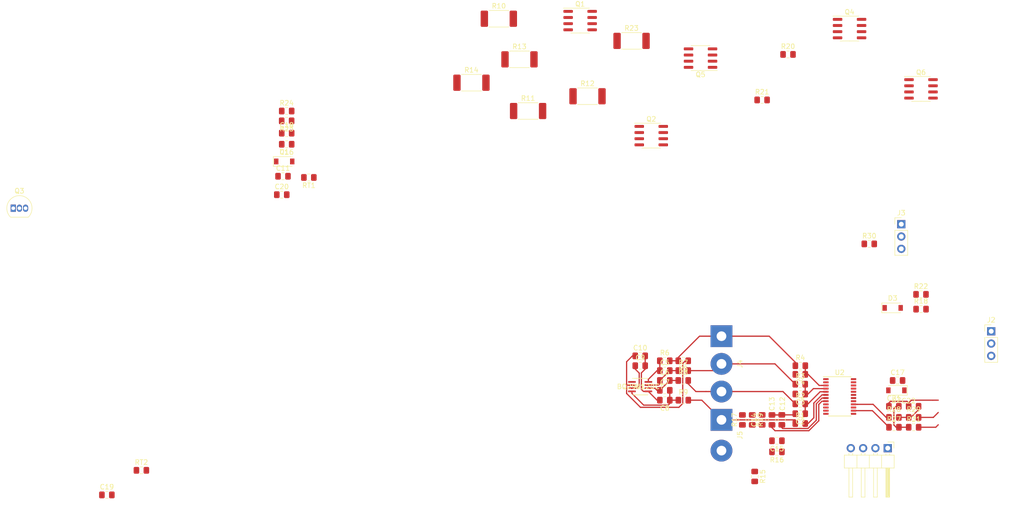
<source format=kicad_pcb>
(kicad_pcb (version 20171130) (host pcbnew 5.1.5+dfsg1-2build2)

  (general
    (thickness 1.6)
    (drawings 0)
    (tracks 144)
    (zones 0)
    (modules 69)
    (nets 58)
  )

  (page A4)
  (layers
    (0 F.Cu signal)
    (31 B.Cu signal)
    (32 B.Adhes user)
    (33 F.Adhes user)
    (34 B.Paste user)
    (35 F.Paste user)
    (36 B.SilkS user)
    (37 F.SilkS user)
    (38 B.Mask user)
    (39 F.Mask user)
    (40 Dwgs.User user)
    (41 Cmts.User user)
    (42 Eco1.User user)
    (43 Eco2.User user)
    (44 Edge.Cuts user)
    (45 Margin user)
    (46 B.CrtYd user)
    (47 F.CrtYd user)
    (48 B.Fab user)
    (49 F.Fab user)
  )

  (setup
    (last_trace_width 0.25)
    (trace_clearance 0.2)
    (zone_clearance 0.508)
    (zone_45_only yes)
    (trace_min 0.2)
    (via_size 0.8)
    (via_drill 0.4)
    (via_min_size 0.4)
    (via_min_drill 0.3)
    (uvia_size 0.3)
    (uvia_drill 0.1)
    (uvias_allowed no)
    (uvia_min_size 0.2)
    (uvia_min_drill 0.1)
    (edge_width 0.05)
    (segment_width 0.2)
    (pcb_text_width 0.3)
    (pcb_text_size 1.5 1.5)
    (mod_edge_width 0.12)
    (mod_text_size 1 1)
    (mod_text_width 0.15)
    (pad_size 1.524 1.524)
    (pad_drill 0.762)
    (pad_to_mask_clearance 0.051)
    (solder_mask_min_width 0.25)
    (aux_axis_origin 0 0)
    (visible_elements FFFFFF7F)
    (pcbplotparams
      (layerselection 0x010fc_ffffffff)
      (usegerberextensions false)
      (usegerberattributes false)
      (usegerberadvancedattributes false)
      (creategerberjobfile false)
      (excludeedgelayer true)
      (linewidth 0.100000)
      (plotframeref false)
      (viasonmask false)
      (mode 1)
      (useauxorigin false)
      (hpglpennumber 1)
      (hpglpenspeed 20)
      (hpglpendiameter 15.000000)
      (psnegative false)
      (psa4output false)
      (plotreference true)
      (plotvalue true)
      (plotinvisibletext false)
      (padsonsilk false)
      (subtractmaskfromsilk false)
      (outputformat 1)
      (mirror false)
      (drillshape 1)
      (scaleselection 1)
      (outputdirectory ""))
  )

  (net 0 "")
  (net 1 "Net-(C1-Pad1)")
  (net 2 1N)
  (net 3 "Net-(C2-Pad1)")
  (net 4 "Net-(C3-Pad1)")
  (net 5 "Net-(C4-Pad1)")
  (net 6 "Net-(C5-Pad1)")
  (net 7 "Net-(C5-Pad2)")
  (net 8 "Net-(C6-Pad2)")
  (net 9 "Net-(C7-Pad2)")
  (net 10 "Net-(C9-Pad1)")
  (net 11 "Net-(C10-Pad1)")
  (net 12 TP6)
  (net 13 TP4)
  (net 14 TP3)
  (net 15 "Net-(C16-Pad2)")
  (net 16 4P)
  (net 17 REG27)
  (net 18 "Net-(C19-Pad1)")
  (net 19 "Net-(C20-Pad1)")
  (net 20 "Net-(C21-Pad1)")
  (net 21 "Net-(C21-Pad2)")
  (net 22 "Net-(C22-Pad2)")
  (net 23 T8)
  (net 24 "Net-(J3-Pad1)")
  (net 25 "Net-(Q1-Pad1)")
  (net 26 "Net-(Q1-Pad3)")
  (net 27 2P)
  (net 28 1P)
  (net 29 3P)
  (net 30 "Net-(Q2-Pad3)")
  (net 31 "Net-(Q2-Pad1)")
  (net 32 T5)
  (net 33 "Net-(Q4-Pad4)")
  (net 34 "Net-(Q4-Pad5)")
  (net 35 "Net-(Q5-Pad5)")
  (net 36 "Net-(Q5-Pad4)")
  (net 37 "Net-(Q6-Pad4)")
  (net 38 "Net-(R17-Pad2)")
  (net 39 TP7)
  (net 40 CHG)
  (net 41 "Net-(J3-Pad3)")
  (net 42 "Net-(R30-Pad1)")
  (net 43 "Net-(RT1-Pad1)")
  (net 44 "Net-(RT2-Pad1)")
  (net 45 "Net-(U2-Pad11)")
  (net 46 "Net-(U2-Pad12)")
  (net 47 "Net-(U2-Pad13)")
  (net 48 "Net-(U2-Pad15)")
  (net 49 "Net-(C14-Pad1)")
  (net 50 "Net-(C18-Pad2)")
  (net 51 "Net-(J1-Pad2)")
  (net 52 "Net-(J1-Pad3)")
  (net 53 "Net-(J1-Pad4)")
  (net 54 "Net-(J2-Pad1)")
  (net 55 "Net-(R22-Pad2)")
  (net 56 "Net-(R27-Pad1)")
  (net 57 "Net-(R28-Pad1)")

  (net_class Default "This is the default net class."
    (clearance 0.2)
    (trace_width 0.25)
    (via_dia 0.8)
    (via_drill 0.4)
    (uvia_dia 0.3)
    (uvia_drill 0.1)
    (add_net 1N)
    (add_net 1P)
    (add_net 2P)
    (add_net 3P)
    (add_net 4P)
    (add_net CHG)
    (add_net "Net-(C1-Pad1)")
    (add_net "Net-(C10-Pad1)")
    (add_net "Net-(C14-Pad1)")
    (add_net "Net-(C16-Pad2)")
    (add_net "Net-(C18-Pad2)")
    (add_net "Net-(C19-Pad1)")
    (add_net "Net-(C2-Pad1)")
    (add_net "Net-(C20-Pad1)")
    (add_net "Net-(C21-Pad1)")
    (add_net "Net-(C21-Pad2)")
    (add_net "Net-(C22-Pad2)")
    (add_net "Net-(C3-Pad1)")
    (add_net "Net-(C4-Pad1)")
    (add_net "Net-(C5-Pad1)")
    (add_net "Net-(C5-Pad2)")
    (add_net "Net-(C6-Pad2)")
    (add_net "Net-(C7-Pad2)")
    (add_net "Net-(C9-Pad1)")
    (add_net "Net-(J1-Pad2)")
    (add_net "Net-(J1-Pad3)")
    (add_net "Net-(J1-Pad4)")
    (add_net "Net-(J2-Pad1)")
    (add_net "Net-(J3-Pad1)")
    (add_net "Net-(J3-Pad3)")
    (add_net "Net-(Q1-Pad1)")
    (add_net "Net-(Q1-Pad3)")
    (add_net "Net-(Q2-Pad1)")
    (add_net "Net-(Q2-Pad3)")
    (add_net "Net-(Q4-Pad4)")
    (add_net "Net-(Q4-Pad5)")
    (add_net "Net-(Q5-Pad4)")
    (add_net "Net-(Q5-Pad5)")
    (add_net "Net-(Q6-Pad4)")
    (add_net "Net-(R17-Pad2)")
    (add_net "Net-(R22-Pad2)")
    (add_net "Net-(R27-Pad1)")
    (add_net "Net-(R28-Pad1)")
    (add_net "Net-(R30-Pad1)")
    (add_net "Net-(RT1-Pad1)")
    (add_net "Net-(RT2-Pad1)")
    (add_net "Net-(U2-Pad11)")
    (add_net "Net-(U2-Pad12)")
    (add_net "Net-(U2-Pad13)")
    (add_net "Net-(U2-Pad15)")
    (add_net REG27)
    (add_net T5)
    (add_net T8)
    (add_net TP3)
    (add_net TP4)
    (add_net TP6)
    (add_net TP7)
  )

  (module Capacitor_SMD:C_0805_2012Metric_Pad1.15x1.40mm_HandSolder (layer F.Cu) (tedit 5B36C52B) (tstamp 60A857CC)
    (at 309.871 101.092 180)
    (descr "Capacitor SMD 0805 (2012 Metric), square (rectangular) end terminal, IPC_7351 nominal with elongated pad for handsoldering. (Body size source: https://docs.google.com/spreadsheets/d/1BsfQQcO9C6DZCsRaXUlFlo91Tg2WpOkGARC1WS5S8t0/edit?usp=sharing), generated with kicad-footprint-generator")
    (tags "capacitor handsolder")
    (path /60A81C62)
    (attr smd)
    (fp_text reference C2 (at 0 -1.65) (layer F.SilkS)
      (effects (font (size 1 1) (thickness 0.15)))
    )
    (fp_text value 0.1uF (at 0 1.65) (layer F.Fab)
      (effects (font (size 1 1) (thickness 0.15)))
    )
    (fp_text user %R (at 0 0) (layer F.Fab)
      (effects (font (size 0.5 0.5) (thickness 0.08)))
    )
    (fp_line (start 1.85 0.95) (end -1.85 0.95) (layer F.CrtYd) (width 0.05))
    (fp_line (start 1.85 -0.95) (end 1.85 0.95) (layer F.CrtYd) (width 0.05))
    (fp_line (start -1.85 -0.95) (end 1.85 -0.95) (layer F.CrtYd) (width 0.05))
    (fp_line (start -1.85 0.95) (end -1.85 -0.95) (layer F.CrtYd) (width 0.05))
    (fp_line (start -0.261252 0.71) (end 0.261252 0.71) (layer F.SilkS) (width 0.12))
    (fp_line (start -0.261252 -0.71) (end 0.261252 -0.71) (layer F.SilkS) (width 0.12))
    (fp_line (start 1 0.6) (end -1 0.6) (layer F.Fab) (width 0.1))
    (fp_line (start 1 -0.6) (end 1 0.6) (layer F.Fab) (width 0.1))
    (fp_line (start -1 -0.6) (end 1 -0.6) (layer F.Fab) (width 0.1))
    (fp_line (start -1 0.6) (end -1 -0.6) (layer F.Fab) (width 0.1))
    (pad 2 smd roundrect (at 1.025 0 180) (size 1.15 1.4) (layers F.Cu F.Paste F.Mask) (roundrect_rratio 0.217391)
      (net 2 1N))
    (pad 1 smd roundrect (at -1.025 0 180) (size 1.15 1.4) (layers F.Cu F.Paste F.Mask) (roundrect_rratio 0.217391)
      (net 3 "Net-(C2-Pad1)"))
    (model ${KISYS3DMOD}/Capacitor_SMD.3dshapes/C_0805_2012Metric.wrl
      (at (xyz 0 0 0))
      (scale (xyz 1 1 1))
      (rotate (xyz 0 0 0))
    )
  )

  (module Capacitor_SMD:C_0805_2012Metric_Pad1.15x1.40mm_HandSolder (layer F.Cu) (tedit 5B36C52B) (tstamp 60A857DD)
    (at 309.871 97.028 180)
    (descr "Capacitor SMD 0805 (2012 Metric), square (rectangular) end terminal, IPC_7351 nominal with elongated pad for handsoldering. (Body size source: https://docs.google.com/spreadsheets/d/1BsfQQcO9C6DZCsRaXUlFlo91Tg2WpOkGARC1WS5S8t0/edit?usp=sharing), generated with kicad-footprint-generator")
    (tags "capacitor handsolder")
    (path /60A8282D)
    (attr smd)
    (fp_text reference C3 (at 0 -1.65) (layer F.SilkS)
      (effects (font (size 1 1) (thickness 0.15)))
    )
    (fp_text value 0.1uF (at 0 1.65) (layer F.Fab)
      (effects (font (size 1 1) (thickness 0.15)))
    )
    (fp_line (start -1 0.6) (end -1 -0.6) (layer F.Fab) (width 0.1))
    (fp_line (start -1 -0.6) (end 1 -0.6) (layer F.Fab) (width 0.1))
    (fp_line (start 1 -0.6) (end 1 0.6) (layer F.Fab) (width 0.1))
    (fp_line (start 1 0.6) (end -1 0.6) (layer F.Fab) (width 0.1))
    (fp_line (start -0.261252 -0.71) (end 0.261252 -0.71) (layer F.SilkS) (width 0.12))
    (fp_line (start -0.261252 0.71) (end 0.261252 0.71) (layer F.SilkS) (width 0.12))
    (fp_line (start -1.85 0.95) (end -1.85 -0.95) (layer F.CrtYd) (width 0.05))
    (fp_line (start -1.85 -0.95) (end 1.85 -0.95) (layer F.CrtYd) (width 0.05))
    (fp_line (start 1.85 -0.95) (end 1.85 0.95) (layer F.CrtYd) (width 0.05))
    (fp_line (start 1.85 0.95) (end -1.85 0.95) (layer F.CrtYd) (width 0.05))
    (fp_text user %R (at 0 0) (layer F.Fab)
      (effects (font (size 0.5 0.5) (thickness 0.08)))
    )
    (pad 1 smd roundrect (at -1.025 0 180) (size 1.15 1.4) (layers F.Cu F.Paste F.Mask) (roundrect_rratio 0.217391)
      (net 4 "Net-(C3-Pad1)"))
    (pad 2 smd roundrect (at 1.025 0 180) (size 1.15 1.4) (layers F.Cu F.Paste F.Mask) (roundrect_rratio 0.217391)
      (net 2 1N))
    (model ${KISYS3DMOD}/Capacitor_SMD.3dshapes/C_0805_2012Metric.wrl
      (at (xyz 0 0 0))
      (scale (xyz 1 1 1))
      (rotate (xyz 0 0 0))
    )
  )

  (module Capacitor_SMD:C_0805_2012Metric_Pad1.15x1.40mm_HandSolder (layer F.Cu) (tedit 5B36C52B) (tstamp 60A857EE)
    (at 309.88 92.964 180)
    (descr "Capacitor SMD 0805 (2012 Metric), square (rectangular) end terminal, IPC_7351 nominal with elongated pad for handsoldering. (Body size source: https://docs.google.com/spreadsheets/d/1BsfQQcO9C6DZCsRaXUlFlo91Tg2WpOkGARC1WS5S8t0/edit?usp=sharing), generated with kicad-footprint-generator")
    (tags "capacitor handsolder")
    (path /60A83463)
    (attr smd)
    (fp_text reference C4 (at 0 -1.65) (layer F.SilkS)
      (effects (font (size 1 1) (thickness 0.15)))
    )
    (fp_text value 0.1uF (at 0 1.65) (layer F.Fab)
      (effects (font (size 1 1) (thickness 0.15)))
    )
    (fp_text user %R (at 0 0) (layer F.Fab)
      (effects (font (size 0.5 0.5) (thickness 0.08)))
    )
    (fp_line (start 1.85 0.95) (end -1.85 0.95) (layer F.CrtYd) (width 0.05))
    (fp_line (start 1.85 -0.95) (end 1.85 0.95) (layer F.CrtYd) (width 0.05))
    (fp_line (start -1.85 -0.95) (end 1.85 -0.95) (layer F.CrtYd) (width 0.05))
    (fp_line (start -1.85 0.95) (end -1.85 -0.95) (layer F.CrtYd) (width 0.05))
    (fp_line (start -0.261252 0.71) (end 0.261252 0.71) (layer F.SilkS) (width 0.12))
    (fp_line (start -0.261252 -0.71) (end 0.261252 -0.71) (layer F.SilkS) (width 0.12))
    (fp_line (start 1 0.6) (end -1 0.6) (layer F.Fab) (width 0.1))
    (fp_line (start 1 -0.6) (end 1 0.6) (layer F.Fab) (width 0.1))
    (fp_line (start -1 -0.6) (end 1 -0.6) (layer F.Fab) (width 0.1))
    (fp_line (start -1 0.6) (end -1 -0.6) (layer F.Fab) (width 0.1))
    (pad 2 smd roundrect (at 1.025 0 180) (size 1.15 1.4) (layers F.Cu F.Paste F.Mask) (roundrect_rratio 0.217391)
      (net 2 1N))
    (pad 1 smd roundrect (at -1.025 0 180) (size 1.15 1.4) (layers F.Cu F.Paste F.Mask) (roundrect_rratio 0.217391)
      (net 5 "Net-(C4-Pad1)"))
    (model ${KISYS3DMOD}/Capacitor_SMD.3dshapes/C_0805_2012Metric.wrl
      (at (xyz 0 0 0))
      (scale (xyz 1 1 1))
      (rotate (xyz 0 0 0))
    )
  )

  (module Capacitor_SMD:C_0805_2012Metric_Pad1.15x1.40mm_HandSolder (layer F.Cu) (tedit 5B36C52B) (tstamp 60A857FF)
    (at 281.94 92.202)
    (descr "Capacitor SMD 0805 (2012 Metric), square (rectangular) end terminal, IPC_7351 nominal with elongated pad for handsoldering. (Body size source: https://docs.google.com/spreadsheets/d/1BsfQQcO9C6DZCsRaXUlFlo91Tg2WpOkGARC1WS5S8t0/edit?usp=sharing), generated with kicad-footprint-generator")
    (tags "capacitor handsolder")
    (path /60A4094C)
    (attr smd)
    (fp_text reference C5 (at 0 -1.65) (layer F.SilkS)
      (effects (font (size 1 1) (thickness 0.15)))
    )
    (fp_text value 0.1uF (at 0 1.65) (layer F.Fab)
      (effects (font (size 1 1) (thickness 0.15)))
    )
    (fp_line (start -1 0.6) (end -1 -0.6) (layer F.Fab) (width 0.1))
    (fp_line (start -1 -0.6) (end 1 -0.6) (layer F.Fab) (width 0.1))
    (fp_line (start 1 -0.6) (end 1 0.6) (layer F.Fab) (width 0.1))
    (fp_line (start 1 0.6) (end -1 0.6) (layer F.Fab) (width 0.1))
    (fp_line (start -0.261252 -0.71) (end 0.261252 -0.71) (layer F.SilkS) (width 0.12))
    (fp_line (start -0.261252 0.71) (end 0.261252 0.71) (layer F.SilkS) (width 0.12))
    (fp_line (start -1.85 0.95) (end -1.85 -0.95) (layer F.CrtYd) (width 0.05))
    (fp_line (start -1.85 -0.95) (end 1.85 -0.95) (layer F.CrtYd) (width 0.05))
    (fp_line (start 1.85 -0.95) (end 1.85 0.95) (layer F.CrtYd) (width 0.05))
    (fp_line (start 1.85 0.95) (end -1.85 0.95) (layer F.CrtYd) (width 0.05))
    (fp_text user %R (at 0 0) (layer F.Fab)
      (effects (font (size 0.5 0.5) (thickness 0.08)))
    )
    (pad 1 smd roundrect (at -1.025 0) (size 1.15 1.4) (layers F.Cu F.Paste F.Mask) (roundrect_rratio 0.217391)
      (net 6 "Net-(C5-Pad1)"))
    (pad 2 smd roundrect (at 1.025 0) (size 1.15 1.4) (layers F.Cu F.Paste F.Mask) (roundrect_rratio 0.217391)
      (net 7 "Net-(C5-Pad2)"))
    (model ${KISYS3DMOD}/Capacitor_SMD.3dshapes/C_0805_2012Metric.wrl
      (at (xyz 0 0 0))
      (scale (xyz 1 1 1))
      (rotate (xyz 0 0 0))
    )
  )

  (module Capacitor_SMD:C_0805_2012Metric_Pad1.15x1.40mm_HandSolder (layer F.Cu) (tedit 5B36C52B) (tstamp 60A85810)
    (at 281.94 94.234)
    (descr "Capacitor SMD 0805 (2012 Metric), square (rectangular) end terminal, IPC_7351 nominal with elongated pad for handsoldering. (Body size source: https://docs.google.com/spreadsheets/d/1BsfQQcO9C6DZCsRaXUlFlo91Tg2WpOkGARC1WS5S8t0/edit?usp=sharing), generated with kicad-footprint-generator")
    (tags "capacitor handsolder")
    (path /60A4159B)
    (attr smd)
    (fp_text reference C6 (at 0 -1.65) (layer F.SilkS)
      (effects (font (size 1 1) (thickness 0.15)))
    )
    (fp_text value 0.1uF (at 0 1.65) (layer F.Fab)
      (effects (font (size 1 1) (thickness 0.15)))
    )
    (fp_text user %R (at 0 0) (layer F.Fab)
      (effects (font (size 0.5 0.5) (thickness 0.08)))
    )
    (fp_line (start 1.85 0.95) (end -1.85 0.95) (layer F.CrtYd) (width 0.05))
    (fp_line (start 1.85 -0.95) (end 1.85 0.95) (layer F.CrtYd) (width 0.05))
    (fp_line (start -1.85 -0.95) (end 1.85 -0.95) (layer F.CrtYd) (width 0.05))
    (fp_line (start -1.85 0.95) (end -1.85 -0.95) (layer F.CrtYd) (width 0.05))
    (fp_line (start -0.261252 0.71) (end 0.261252 0.71) (layer F.SilkS) (width 0.12))
    (fp_line (start -0.261252 -0.71) (end 0.261252 -0.71) (layer F.SilkS) (width 0.12))
    (fp_line (start 1 0.6) (end -1 0.6) (layer F.Fab) (width 0.1))
    (fp_line (start 1 -0.6) (end 1 0.6) (layer F.Fab) (width 0.1))
    (fp_line (start -1 -0.6) (end 1 -0.6) (layer F.Fab) (width 0.1))
    (fp_line (start -1 0.6) (end -1 -0.6) (layer F.Fab) (width 0.1))
    (pad 2 smd roundrect (at 1.025 0) (size 1.15 1.4) (layers F.Cu F.Paste F.Mask) (roundrect_rratio 0.217391)
      (net 8 "Net-(C6-Pad2)"))
    (pad 1 smd roundrect (at -1.025 0) (size 1.15 1.4) (layers F.Cu F.Paste F.Mask) (roundrect_rratio 0.217391)
      (net 7 "Net-(C5-Pad2)"))
    (model ${KISYS3DMOD}/Capacitor_SMD.3dshapes/C_0805_2012Metric.wrl
      (at (xyz 0 0 0))
      (scale (xyz 1 1 1))
      (rotate (xyz 0 0 0))
    )
  )

  (module Capacitor_SMD:C_0805_2012Metric_Pad1.15x1.40mm_HandSolder (layer F.Cu) (tedit 5B36C52B) (tstamp 60A85821)
    (at 281.94 96.266)
    (descr "Capacitor SMD 0805 (2012 Metric), square (rectangular) end terminal, IPC_7351 nominal with elongated pad for handsoldering. (Body size source: https://docs.google.com/spreadsheets/d/1BsfQQcO9C6DZCsRaXUlFlo91Tg2WpOkGARC1WS5S8t0/edit?usp=sharing), generated with kicad-footprint-generator")
    (tags "capacitor handsolder")
    (path /60A418A2)
    (attr smd)
    (fp_text reference C7 (at 0 -1.65) (layer F.SilkS)
      (effects (font (size 1 1) (thickness 0.15)))
    )
    (fp_text value 0.1uF (at 0 1.65) (layer F.Fab)
      (effects (font (size 1 1) (thickness 0.15)))
    )
    (fp_line (start -1 0.6) (end -1 -0.6) (layer F.Fab) (width 0.1))
    (fp_line (start -1 -0.6) (end 1 -0.6) (layer F.Fab) (width 0.1))
    (fp_line (start 1 -0.6) (end 1 0.6) (layer F.Fab) (width 0.1))
    (fp_line (start 1 0.6) (end -1 0.6) (layer F.Fab) (width 0.1))
    (fp_line (start -0.261252 -0.71) (end 0.261252 -0.71) (layer F.SilkS) (width 0.12))
    (fp_line (start -0.261252 0.71) (end 0.261252 0.71) (layer F.SilkS) (width 0.12))
    (fp_line (start -1.85 0.95) (end -1.85 -0.95) (layer F.CrtYd) (width 0.05))
    (fp_line (start -1.85 -0.95) (end 1.85 -0.95) (layer F.CrtYd) (width 0.05))
    (fp_line (start 1.85 -0.95) (end 1.85 0.95) (layer F.CrtYd) (width 0.05))
    (fp_line (start 1.85 0.95) (end -1.85 0.95) (layer F.CrtYd) (width 0.05))
    (fp_text user %R (at 0 0) (layer F.Fab)
      (effects (font (size 0.5 0.5) (thickness 0.08)))
    )
    (pad 1 smd roundrect (at -1.025 0) (size 1.15 1.4) (layers F.Cu F.Paste F.Mask) (roundrect_rratio 0.217391)
      (net 8 "Net-(C6-Pad2)"))
    (pad 2 smd roundrect (at 1.025 0) (size 1.15 1.4) (layers F.Cu F.Paste F.Mask) (roundrect_rratio 0.217391)
      (net 9 "Net-(C7-Pad2)"))
    (model ${KISYS3DMOD}/Capacitor_SMD.3dshapes/C_0805_2012Metric.wrl
      (at (xyz 0 0 0))
      (scale (xyz 1 1 1))
      (rotate (xyz 0 0 0))
    )
  )

  (module Capacitor_SMD:C_0805_2012Metric_Pad1.15x1.40mm_HandSolder (layer F.Cu) (tedit 5B36C52B) (tstamp 60A85832)
    (at 281.94 98.298 180)
    (descr "Capacitor SMD 0805 (2012 Metric), square (rectangular) end terminal, IPC_7351 nominal with elongated pad for handsoldering. (Body size source: https://docs.google.com/spreadsheets/d/1BsfQQcO9C6DZCsRaXUlFlo91Tg2WpOkGARC1WS5S8t0/edit?usp=sharing), generated with kicad-footprint-generator")
    (tags "capacitor handsolder")
    (path /60A47155)
    (attr smd)
    (fp_text reference C8 (at 0 -1.65) (layer F.SilkS)
      (effects (font (size 1 1) (thickness 0.15)))
    )
    (fp_text value 0.1uF (at 0 1.65) (layer F.Fab)
      (effects (font (size 1 1) (thickness 0.15)))
    )
    (fp_line (start -1 0.6) (end -1 -0.6) (layer F.Fab) (width 0.1))
    (fp_line (start -1 -0.6) (end 1 -0.6) (layer F.Fab) (width 0.1))
    (fp_line (start 1 -0.6) (end 1 0.6) (layer F.Fab) (width 0.1))
    (fp_line (start 1 0.6) (end -1 0.6) (layer F.Fab) (width 0.1))
    (fp_line (start -0.261252 -0.71) (end 0.261252 -0.71) (layer F.SilkS) (width 0.12))
    (fp_line (start -0.261252 0.71) (end 0.261252 0.71) (layer F.SilkS) (width 0.12))
    (fp_line (start -1.85 0.95) (end -1.85 -0.95) (layer F.CrtYd) (width 0.05))
    (fp_line (start -1.85 -0.95) (end 1.85 -0.95) (layer F.CrtYd) (width 0.05))
    (fp_line (start 1.85 -0.95) (end 1.85 0.95) (layer F.CrtYd) (width 0.05))
    (fp_line (start 1.85 0.95) (end -1.85 0.95) (layer F.CrtYd) (width 0.05))
    (fp_text user %R (at 0 0) (layer F.Fab)
      (effects (font (size 0.5 0.5) (thickness 0.08)))
    )
    (pad 1 smd roundrect (at -1.025 0 180) (size 1.15 1.4) (layers F.Cu F.Paste F.Mask) (roundrect_rratio 0.217391)
      (net 9 "Net-(C7-Pad2)"))
    (pad 2 smd roundrect (at 1.025 0 180) (size 1.15 1.4) (layers F.Cu F.Paste F.Mask) (roundrect_rratio 0.217391)
      (net 2 1N))
    (model ${KISYS3DMOD}/Capacitor_SMD.3dshapes/C_0805_2012Metric.wrl
      (at (xyz 0 0 0))
      (scale (xyz 1 1 1))
      (rotate (xyz 0 0 0))
    )
  )

  (module Capacitor_SMD:C_0805_2012Metric_Pad1.15x1.40mm_HandSolder (layer F.Cu) (tedit 5B36C52B) (tstamp 60A85843)
    (at 276.869 91.186)
    (descr "Capacitor SMD 0805 (2012 Metric), square (rectangular) end terminal, IPC_7351 nominal with elongated pad for handsoldering. (Body size source: https://docs.google.com/spreadsheets/d/1BsfQQcO9C6DZCsRaXUlFlo91Tg2WpOkGARC1WS5S8t0/edit?usp=sharing), generated with kicad-footprint-generator")
    (tags "capacitor handsolder")
    (path /60A61777)
    (attr smd)
    (fp_text reference C9 (at 0 -1.65) (layer F.SilkS)
      (effects (font (size 1 1) (thickness 0.15)))
    )
    (fp_text value 0.22uF (at 0 1.65) (layer F.Fab)
      (effects (font (size 1 1) (thickness 0.15)))
    )
    (fp_line (start -1 0.6) (end -1 -0.6) (layer F.Fab) (width 0.1))
    (fp_line (start -1 -0.6) (end 1 -0.6) (layer F.Fab) (width 0.1))
    (fp_line (start 1 -0.6) (end 1 0.6) (layer F.Fab) (width 0.1))
    (fp_line (start 1 0.6) (end -1 0.6) (layer F.Fab) (width 0.1))
    (fp_line (start -0.261252 -0.71) (end 0.261252 -0.71) (layer F.SilkS) (width 0.12))
    (fp_line (start -0.261252 0.71) (end 0.261252 0.71) (layer F.SilkS) (width 0.12))
    (fp_line (start -1.85 0.95) (end -1.85 -0.95) (layer F.CrtYd) (width 0.05))
    (fp_line (start -1.85 -0.95) (end 1.85 -0.95) (layer F.CrtYd) (width 0.05))
    (fp_line (start 1.85 -0.95) (end 1.85 0.95) (layer F.CrtYd) (width 0.05))
    (fp_line (start 1.85 0.95) (end -1.85 0.95) (layer F.CrtYd) (width 0.05))
    (fp_text user %R (at 0 0) (layer F.Fab)
      (effects (font (size 0.5 0.5) (thickness 0.08)))
    )
    (pad 1 smd roundrect (at -1.025 0) (size 1.15 1.4) (layers F.Cu F.Paste F.Mask) (roundrect_rratio 0.217391)
      (net 10 "Net-(C9-Pad1)"))
    (pad 2 smd roundrect (at 1.025 0) (size 1.15 1.4) (layers F.Cu F.Paste F.Mask) (roundrect_rratio 0.217391)
      (net 2 1N))
    (model ${KISYS3DMOD}/Capacitor_SMD.3dshapes/C_0805_2012Metric.wrl
      (at (xyz 0 0 0))
      (scale (xyz 1 1 1))
      (rotate (xyz 0 0 0))
    )
  )

  (module Capacitor_SMD:C_0805_2012Metric_Pad1.15x1.40mm_HandSolder (layer F.Cu) (tedit 5B36C52B) (tstamp 60A85854)
    (at 276.869 89.154)
    (descr "Capacitor SMD 0805 (2012 Metric), square (rectangular) end terminal, IPC_7351 nominal with elongated pad for handsoldering. (Body size source: https://docs.google.com/spreadsheets/d/1BsfQQcO9C6DZCsRaXUlFlo91Tg2WpOkGARC1WS5S8t0/edit?usp=sharing), generated with kicad-footprint-generator")
    (tags "capacitor handsolder")
    (path /60A63885)
    (attr smd)
    (fp_text reference C10 (at 0 -1.65) (layer F.SilkS)
      (effects (font (size 1 1) (thickness 0.15)))
    )
    (fp_text value 0.1uF (at 0 1.65) (layer F.Fab)
      (effects (font (size 1 1) (thickness 0.15)))
    )
    (fp_text user %R (at 0 0) (layer F.Fab)
      (effects (font (size 0.5 0.5) (thickness 0.08)))
    )
    (fp_line (start 1.85 0.95) (end -1.85 0.95) (layer F.CrtYd) (width 0.05))
    (fp_line (start 1.85 -0.95) (end 1.85 0.95) (layer F.CrtYd) (width 0.05))
    (fp_line (start -1.85 -0.95) (end 1.85 -0.95) (layer F.CrtYd) (width 0.05))
    (fp_line (start -1.85 0.95) (end -1.85 -0.95) (layer F.CrtYd) (width 0.05))
    (fp_line (start -0.261252 0.71) (end 0.261252 0.71) (layer F.SilkS) (width 0.12))
    (fp_line (start -0.261252 -0.71) (end 0.261252 -0.71) (layer F.SilkS) (width 0.12))
    (fp_line (start 1 0.6) (end -1 0.6) (layer F.Fab) (width 0.1))
    (fp_line (start 1 -0.6) (end 1 0.6) (layer F.Fab) (width 0.1))
    (fp_line (start -1 -0.6) (end 1 -0.6) (layer F.Fab) (width 0.1))
    (fp_line (start -1 0.6) (end -1 -0.6) (layer F.Fab) (width 0.1))
    (pad 2 smd roundrect (at 1.025 0) (size 1.15 1.4) (layers F.Cu F.Paste F.Mask) (roundrect_rratio 0.217391)
      (net 2 1N))
    (pad 1 smd roundrect (at -1.025 0) (size 1.15 1.4) (layers F.Cu F.Paste F.Mask) (roundrect_rratio 0.217391)
      (net 11 "Net-(C10-Pad1)"))
    (model ${KISYS3DMOD}/Capacitor_SMD.3dshapes/C_0805_2012Metric.wrl
      (at (xyz 0 0 0))
      (scale (xyz 1 1 1))
      (rotate (xyz 0 0 0))
    )
  )

  (module Capacitor_SMD:C_0805_2012Metric_Pad1.15x1.40mm_HandSolder (layer F.Cu) (tedit 5B36C52B) (tstamp 60A85865)
    (at 203.2 52.07)
    (descr "Capacitor SMD 0805 (2012 Metric), square (rectangular) end terminal, IPC_7351 nominal with elongated pad for handsoldering. (Body size source: https://docs.google.com/spreadsheets/d/1BsfQQcO9C6DZCsRaXUlFlo91Tg2WpOkGARC1WS5S8t0/edit?usp=sharing), generated with kicad-footprint-generator")
    (tags "capacitor handsolder")
    (path /60A989D8)
    (attr smd)
    (fp_text reference C11 (at 0 -1.65) (layer F.SilkS)
      (effects (font (size 1 1) (thickness 0.15)))
    )
    (fp_text value 1.0uF (at 0 1.65) (layer F.Fab)
      (effects (font (size 1 1) (thickness 0.15)))
    )
    (fp_text user %R (at 0 0) (layer F.Fab)
      (effects (font (size 0.5 0.5) (thickness 0.08)))
    )
    (fp_line (start 1.85 0.95) (end -1.85 0.95) (layer F.CrtYd) (width 0.05))
    (fp_line (start 1.85 -0.95) (end 1.85 0.95) (layer F.CrtYd) (width 0.05))
    (fp_line (start -1.85 -0.95) (end 1.85 -0.95) (layer F.CrtYd) (width 0.05))
    (fp_line (start -1.85 0.95) (end -1.85 -0.95) (layer F.CrtYd) (width 0.05))
    (fp_line (start -0.261252 0.71) (end 0.261252 0.71) (layer F.SilkS) (width 0.12))
    (fp_line (start -0.261252 -0.71) (end 0.261252 -0.71) (layer F.SilkS) (width 0.12))
    (fp_line (start 1 0.6) (end -1 0.6) (layer F.Fab) (width 0.1))
    (fp_line (start 1 -0.6) (end 1 0.6) (layer F.Fab) (width 0.1))
    (fp_line (start -1 -0.6) (end 1 -0.6) (layer F.Fab) (width 0.1))
    (fp_line (start -1 0.6) (end -1 -0.6) (layer F.Fab) (width 0.1))
    (pad 2 smd roundrect (at 1.025 0) (size 1.15 1.4) (layers F.Cu F.Paste F.Mask) (roundrect_rratio 0.217391)
      (net 2 1N))
    (pad 1 smd roundrect (at -1.025 0) (size 1.15 1.4) (layers F.Cu F.Paste F.Mask) (roundrect_rratio 0.217391)
      (net 12 TP6))
    (model ${KISYS3DMOD}/Capacitor_SMD.3dshapes/C_0805_2012Metric.wrl
      (at (xyz 0 0 0))
      (scale (xyz 1 1 1))
      (rotate (xyz 0 0 0))
    )
  )

  (module Capacitor_SMD:C_0805_2012Metric_Pad1.15x1.40mm_HandSolder (layer F.Cu) (tedit 5B36C52B) (tstamp 60A85876)
    (at 306.07 102.353 90)
    (descr "Capacitor SMD 0805 (2012 Metric), square (rectangular) end terminal, IPC_7351 nominal with elongated pad for handsoldering. (Body size source: https://docs.google.com/spreadsheets/d/1BsfQQcO9C6DZCsRaXUlFlo91Tg2WpOkGARC1WS5S8t0/edit?usp=sharing), generated with kicad-footprint-generator")
    (tags "capacitor handsolder")
    (path /60AB0BFE)
    (attr smd)
    (fp_text reference C12 (at 3.302 0.127 90) (layer F.SilkS)
      (effects (font (size 1 1) (thickness 0.15)))
    )
    (fp_text value 0.1uF (at 0.254 -1.651 90) (layer F.Fab)
      (effects (font (size 1 1) (thickness 0.15)))
    )
    (fp_line (start -1 0.6) (end -1 -0.6) (layer F.Fab) (width 0.1))
    (fp_line (start -1 -0.6) (end 1 -0.6) (layer F.Fab) (width 0.1))
    (fp_line (start 1 -0.6) (end 1 0.6) (layer F.Fab) (width 0.1))
    (fp_line (start 1 0.6) (end -1 0.6) (layer F.Fab) (width 0.1))
    (fp_line (start -0.261252 -0.71) (end 0.261252 -0.71) (layer F.SilkS) (width 0.12))
    (fp_line (start -0.261252 0.71) (end 0.261252 0.71) (layer F.SilkS) (width 0.12))
    (fp_line (start -1.85 0.95) (end -1.85 -0.95) (layer F.CrtYd) (width 0.05))
    (fp_line (start -1.85 -0.95) (end 1.85 -0.95) (layer F.CrtYd) (width 0.05))
    (fp_line (start 1.85 -0.95) (end 1.85 0.95) (layer F.CrtYd) (width 0.05))
    (fp_line (start 1.85 0.95) (end -1.85 0.95) (layer F.CrtYd) (width 0.05))
    (fp_text user %R (at 0 0 90) (layer F.Fab)
      (effects (font (size 0.5 0.5) (thickness 0.08)))
    )
    (pad 1 smd roundrect (at -1.025 0 90) (size 1.15 1.4) (layers F.Cu F.Paste F.Mask) (roundrect_rratio 0.217391)
      (net 13 TP4))
    (pad 2 smd roundrect (at 1.025 0 90) (size 1.15 1.4) (layers F.Cu F.Paste F.Mask) (roundrect_rratio 0.217391)
      (net 2 1N))
    (model ${KISYS3DMOD}/Capacitor_SMD.3dshapes/C_0805_2012Metric.wrl
      (at (xyz 0 0 0))
      (scale (xyz 1 1 1))
      (rotate (xyz 0 0 0))
    )
  )

  (module Capacitor_SMD:C_0805_2012Metric_Pad1.15x1.40mm_HandSolder (layer F.Cu) (tedit 5B36C52B) (tstamp 60A85887)
    (at 304.038 102.371 90)
    (descr "Capacitor SMD 0805 (2012 Metric), square (rectangular) end terminal, IPC_7351 nominal with elongated pad for handsoldering. (Body size source: https://docs.google.com/spreadsheets/d/1BsfQQcO9C6DZCsRaXUlFlo91Tg2WpOkGARC1WS5S8t0/edit?usp=sharing), generated with kicad-footprint-generator")
    (tags "capacitor handsolder")
    (path /60AB4063)
    (attr smd)
    (fp_text reference C13 (at 3.311 0 90) (layer F.SilkS)
      (effects (font (size 1 1) (thickness 0.15)))
    )
    (fp_text value 0.1uF (at 0.009 1.65 90) (layer F.Fab)
      (effects (font (size 1 1) (thickness 0.15)))
    )
    (fp_text user %R (at 0 0 90) (layer F.Fab)
      (effects (font (size 0.5 0.5) (thickness 0.08)))
    )
    (fp_line (start 1.85 0.95) (end -1.85 0.95) (layer F.CrtYd) (width 0.05))
    (fp_line (start 1.85 -0.95) (end 1.85 0.95) (layer F.CrtYd) (width 0.05))
    (fp_line (start -1.85 -0.95) (end 1.85 -0.95) (layer F.CrtYd) (width 0.05))
    (fp_line (start -1.85 0.95) (end -1.85 -0.95) (layer F.CrtYd) (width 0.05))
    (fp_line (start -0.261252 0.71) (end 0.261252 0.71) (layer F.SilkS) (width 0.12))
    (fp_line (start -0.261252 -0.71) (end 0.261252 -0.71) (layer F.SilkS) (width 0.12))
    (fp_line (start 1 0.6) (end -1 0.6) (layer F.Fab) (width 0.1))
    (fp_line (start 1 -0.6) (end 1 0.6) (layer F.Fab) (width 0.1))
    (fp_line (start -1 -0.6) (end 1 -0.6) (layer F.Fab) (width 0.1))
    (fp_line (start -1 0.6) (end -1 -0.6) (layer F.Fab) (width 0.1))
    (pad 2 smd roundrect (at 1.025 0 90) (size 1.15 1.4) (layers F.Cu F.Paste F.Mask) (roundrect_rratio 0.217391)
      (net 2 1N))
    (pad 1 smd roundrect (at -1.025 0 90) (size 1.15 1.4) (layers F.Cu F.Paste F.Mask) (roundrect_rratio 0.217391)
      (net 14 TP3))
    (model ${KISYS3DMOD}/Capacitor_SMD.3dshapes/C_0805_2012Metric.wrl
      (at (xyz 0 0 0))
      (scale (xyz 1 1 1))
      (rotate (xyz 0 0 0))
    )
  )

  (module Capacitor_SMD:C_0805_2012Metric_Pad1.15x1.40mm_HandSolder (layer F.Cu) (tedit 5B36C52B) (tstamp 60A85898)
    (at 302.006 102.362 90)
    (descr "Capacitor SMD 0805 (2012 Metric), square (rectangular) end terminal, IPC_7351 nominal with elongated pad for handsoldering. (Body size source: https://docs.google.com/spreadsheets/d/1BsfQQcO9C6DZCsRaXUlFlo91Tg2WpOkGARC1WS5S8t0/edit?usp=sharing), generated with kicad-footprint-generator")
    (tags "capacitor handsolder")
    (path /60C36457)
    (attr smd)
    (fp_text reference C14 (at 0 -1.65 90) (layer F.SilkS)
      (effects (font (size 1 1) (thickness 0.15)))
    )
    (fp_text value 0.1uF (at 0 1.65 90) (layer F.Fab)
      (effects (font (size 1 1) (thickness 0.15)))
    )
    (fp_text user %R (at 0 0 90) (layer F.Fab)
      (effects (font (size 0.5 0.5) (thickness 0.08)))
    )
    (fp_line (start 1.85 0.95) (end -1.85 0.95) (layer F.CrtYd) (width 0.05))
    (fp_line (start 1.85 -0.95) (end 1.85 0.95) (layer F.CrtYd) (width 0.05))
    (fp_line (start -1.85 -0.95) (end 1.85 -0.95) (layer F.CrtYd) (width 0.05))
    (fp_line (start -1.85 0.95) (end -1.85 -0.95) (layer F.CrtYd) (width 0.05))
    (fp_line (start -0.261252 0.71) (end 0.261252 0.71) (layer F.SilkS) (width 0.12))
    (fp_line (start -0.261252 -0.71) (end 0.261252 -0.71) (layer F.SilkS) (width 0.12))
    (fp_line (start 1 0.6) (end -1 0.6) (layer F.Fab) (width 0.1))
    (fp_line (start 1 -0.6) (end 1 0.6) (layer F.Fab) (width 0.1))
    (fp_line (start -1 -0.6) (end 1 -0.6) (layer F.Fab) (width 0.1))
    (fp_line (start -1 0.6) (end -1 -0.6) (layer F.Fab) (width 0.1))
    (pad 2 smd roundrect (at 1.025 0 90) (size 1.15 1.4) (layers F.Cu F.Paste F.Mask) (roundrect_rratio 0.217391)
      (net 2 1N))
    (pad 1 smd roundrect (at -1.025 0 90) (size 1.15 1.4) (layers F.Cu F.Paste F.Mask) (roundrect_rratio 0.217391)
      (net 49 "Net-(C14-Pad1)"))
    (model ${KISYS3DMOD}/Capacitor_SMD.3dshapes/C_0805_2012Metric.wrl
      (at (xyz 0 0 0))
      (scale (xyz 1 1 1))
      (rotate (xyz 0 0 0))
    )
  )

  (module Capacitor_SMD:C_0805_2012Metric_Pad1.15x1.40mm_HandSolder (layer F.Cu) (tedit 5B36C52B) (tstamp 60A858A9)
    (at 305.063 106.68 180)
    (descr "Capacitor SMD 0805 (2012 Metric), square (rectangular) end terminal, IPC_7351 nominal with elongated pad for handsoldering. (Body size source: https://docs.google.com/spreadsheets/d/1BsfQQcO9C6DZCsRaXUlFlo91Tg2WpOkGARC1WS5S8t0/edit?usp=sharing), generated with kicad-footprint-generator")
    (tags "capacitor handsolder")
    (path /60AAE42F)
    (attr smd)
    (fp_text reference C15 (at 0 -1.65) (layer F.SilkS)
      (effects (font (size 1 1) (thickness 0.15)))
    )
    (fp_text value 0.1uF (at 0 1.65) (layer F.Fab)
      (effects (font (size 1 1) (thickness 0.15)))
    )
    (fp_line (start -1 0.6) (end -1 -0.6) (layer F.Fab) (width 0.1))
    (fp_line (start -1 -0.6) (end 1 -0.6) (layer F.Fab) (width 0.1))
    (fp_line (start 1 -0.6) (end 1 0.6) (layer F.Fab) (width 0.1))
    (fp_line (start 1 0.6) (end -1 0.6) (layer F.Fab) (width 0.1))
    (fp_line (start -0.261252 -0.71) (end 0.261252 -0.71) (layer F.SilkS) (width 0.12))
    (fp_line (start -0.261252 0.71) (end 0.261252 0.71) (layer F.SilkS) (width 0.12))
    (fp_line (start -1.85 0.95) (end -1.85 -0.95) (layer F.CrtYd) (width 0.05))
    (fp_line (start -1.85 -0.95) (end 1.85 -0.95) (layer F.CrtYd) (width 0.05))
    (fp_line (start 1.85 -0.95) (end 1.85 0.95) (layer F.CrtYd) (width 0.05))
    (fp_line (start 1.85 0.95) (end -1.85 0.95) (layer F.CrtYd) (width 0.05))
    (fp_text user %R (at 0 0) (layer F.Fab)
      (effects (font (size 0.5 0.5) (thickness 0.08)))
    )
    (pad 1 smd roundrect (at -1.025 0 180) (size 1.15 1.4) (layers F.Cu F.Paste F.Mask) (roundrect_rratio 0.217391)
      (net 13 TP4))
    (pad 2 smd roundrect (at 1.025 0 180) (size 1.15 1.4) (layers F.Cu F.Paste F.Mask) (roundrect_rratio 0.217391)
      (net 14 TP3))
    (model ${KISYS3DMOD}/Capacitor_SMD.3dshapes/C_0805_2012Metric.wrl
      (at (xyz 0 0 0))
      (scale (xyz 1 1 1))
      (rotate (xyz 0 0 0))
    )
  )

  (module Capacitor_SMD:C_0805_2012Metric_Pad1.15x1.40mm_HandSolder (layer F.Cu) (tedit 5B36C52B) (tstamp 60A858BA)
    (at 203.962 45.466 180)
    (descr "Capacitor SMD 0805 (2012 Metric), square (rectangular) end terminal, IPC_7351 nominal with elongated pad for handsoldering. (Body size source: https://docs.google.com/spreadsheets/d/1BsfQQcO9C6DZCsRaXUlFlo91Tg2WpOkGARC1WS5S8t0/edit?usp=sharing), generated with kicad-footprint-generator")
    (tags "capacitor handsolder")
    (path /60AA9450)
    (attr smd)
    (fp_text reference C16 (at 0 -1.65) (layer F.SilkS)
      (effects (font (size 1 1) (thickness 0.15)))
    )
    (fp_text value 0.1uF (at 0 1.65) (layer F.Fab)
      (effects (font (size 1 1) (thickness 0.15)))
    )
    (fp_text user %R (at 0 0) (layer F.Fab)
      (effects (font (size 0.5 0.5) (thickness 0.08)))
    )
    (fp_line (start 1.85 0.95) (end -1.85 0.95) (layer F.CrtYd) (width 0.05))
    (fp_line (start 1.85 -0.95) (end 1.85 0.95) (layer F.CrtYd) (width 0.05))
    (fp_line (start -1.85 -0.95) (end 1.85 -0.95) (layer F.CrtYd) (width 0.05))
    (fp_line (start -1.85 0.95) (end -1.85 -0.95) (layer F.CrtYd) (width 0.05))
    (fp_line (start -0.261252 0.71) (end 0.261252 0.71) (layer F.SilkS) (width 0.12))
    (fp_line (start -0.261252 -0.71) (end 0.261252 -0.71) (layer F.SilkS) (width 0.12))
    (fp_line (start 1 0.6) (end -1 0.6) (layer F.Fab) (width 0.1))
    (fp_line (start 1 -0.6) (end 1 0.6) (layer F.Fab) (width 0.1))
    (fp_line (start -1 -0.6) (end 1 -0.6) (layer F.Fab) (width 0.1))
    (fp_line (start -1 0.6) (end -1 -0.6) (layer F.Fab) (width 0.1))
    (pad 2 smd roundrect (at 1.025 0 180) (size 1.15 1.4) (layers F.Cu F.Paste F.Mask) (roundrect_rratio 0.217391)
      (net 15 "Net-(C16-Pad2)"))
    (pad 1 smd roundrect (at -1.025 0 180) (size 1.15 1.4) (layers F.Cu F.Paste F.Mask) (roundrect_rratio 0.217391)
      (net 16 4P))
    (model ${KISYS3DMOD}/Capacitor_SMD.3dshapes/C_0805_2012Metric.wrl
      (at (xyz 0 0 0))
      (scale (xyz 1 1 1))
      (rotate (xyz 0 0 0))
    )
  )

  (module Capacitor_SMD:C_0805_2012Metric_Pad1.15x1.40mm_HandSolder (layer F.Cu) (tedit 5B36C52B) (tstamp 60A858CB)
    (at 329.946 94.234)
    (descr "Capacitor SMD 0805 (2012 Metric), square (rectangular) end terminal, IPC_7351 nominal with elongated pad for handsoldering. (Body size source: https://docs.google.com/spreadsheets/d/1BsfQQcO9C6DZCsRaXUlFlo91Tg2WpOkGARC1WS5S8t0/edit?usp=sharing), generated with kicad-footprint-generator")
    (tags "capacitor handsolder")
    (path /60E64FB5)
    (attr smd)
    (fp_text reference C17 (at 0 -1.65) (layer F.SilkS)
      (effects (font (size 1 1) (thickness 0.15)))
    )
    (fp_text value 1.0uF (at 0 1.65) (layer F.Fab)
      (effects (font (size 1 1) (thickness 0.15)))
    )
    (fp_line (start -1 0.6) (end -1 -0.6) (layer F.Fab) (width 0.1))
    (fp_line (start -1 -0.6) (end 1 -0.6) (layer F.Fab) (width 0.1))
    (fp_line (start 1 -0.6) (end 1 0.6) (layer F.Fab) (width 0.1))
    (fp_line (start 1 0.6) (end -1 0.6) (layer F.Fab) (width 0.1))
    (fp_line (start -0.261252 -0.71) (end 0.261252 -0.71) (layer F.SilkS) (width 0.12))
    (fp_line (start -0.261252 0.71) (end 0.261252 0.71) (layer F.SilkS) (width 0.12))
    (fp_line (start -1.85 0.95) (end -1.85 -0.95) (layer F.CrtYd) (width 0.05))
    (fp_line (start -1.85 -0.95) (end 1.85 -0.95) (layer F.CrtYd) (width 0.05))
    (fp_line (start 1.85 -0.95) (end 1.85 0.95) (layer F.CrtYd) (width 0.05))
    (fp_line (start 1.85 0.95) (end -1.85 0.95) (layer F.CrtYd) (width 0.05))
    (fp_text user %R (at 0 0) (layer F.Fab)
      (effects (font (size 0.5 0.5) (thickness 0.08)))
    )
    (pad 1 smd roundrect (at -1.025 0) (size 1.15 1.4) (layers F.Cu F.Paste F.Mask) (roundrect_rratio 0.217391)
      (net 17 REG27))
    (pad 2 smd roundrect (at 1.025 0) (size 1.15 1.4) (layers F.Cu F.Paste F.Mask) (roundrect_rratio 0.217391)
      (net 2 1N))
    (model ${KISYS3DMOD}/Capacitor_SMD.3dshapes/C_0805_2012Metric.wrl
      (at (xyz 0 0 0))
      (scale (xyz 1 1 1))
      (rotate (xyz 0 0 0))
    )
  )

  (module Capacitor_SMD:C_0805_2012Metric_Pad1.15x1.40mm_HandSolder (layer F.Cu) (tedit 5B36C52B) (tstamp 60A858DC)
    (at 203.962 43.18)
    (descr "Capacitor SMD 0805 (2012 Metric), square (rectangular) end terminal, IPC_7351 nominal with elongated pad for handsoldering. (Body size source: https://docs.google.com/spreadsheets/d/1BsfQQcO9C6DZCsRaXUlFlo91Tg2WpOkGARC1WS5S8t0/edit?usp=sharing), generated with kicad-footprint-generator")
    (tags "capacitor handsolder")
    (path /60AB0403)
    (attr smd)
    (fp_text reference C18 (at 0 -1.65) (layer F.SilkS)
      (effects (font (size 1 1) (thickness 0.15)))
    )
    (fp_text value 0.1uF (at 0 1.65) (layer F.Fab)
      (effects (font (size 1 1) (thickness 0.15)))
    )
    (fp_line (start -1 0.6) (end -1 -0.6) (layer F.Fab) (width 0.1))
    (fp_line (start -1 -0.6) (end 1 -0.6) (layer F.Fab) (width 0.1))
    (fp_line (start 1 -0.6) (end 1 0.6) (layer F.Fab) (width 0.1))
    (fp_line (start 1 0.6) (end -1 0.6) (layer F.Fab) (width 0.1))
    (fp_line (start -0.261252 -0.71) (end 0.261252 -0.71) (layer F.SilkS) (width 0.12))
    (fp_line (start -0.261252 0.71) (end 0.261252 0.71) (layer F.SilkS) (width 0.12))
    (fp_line (start -1.85 0.95) (end -1.85 -0.95) (layer F.CrtYd) (width 0.05))
    (fp_line (start -1.85 -0.95) (end 1.85 -0.95) (layer F.CrtYd) (width 0.05))
    (fp_line (start 1.85 -0.95) (end 1.85 0.95) (layer F.CrtYd) (width 0.05))
    (fp_line (start 1.85 0.95) (end -1.85 0.95) (layer F.CrtYd) (width 0.05))
    (fp_text user %R (at 0 0) (layer F.Fab)
      (effects (font (size 0.5 0.5) (thickness 0.08)))
    )
    (pad 1 smd roundrect (at -1.025 0) (size 1.15 1.4) (layers F.Cu F.Paste F.Mask) (roundrect_rratio 0.217391)
      (net 15 "Net-(C16-Pad2)"))
    (pad 2 smd roundrect (at 1.025 0) (size 1.15 1.4) (layers F.Cu F.Paste F.Mask) (roundrect_rratio 0.217391)
      (net 50 "Net-(C18-Pad2)"))
    (model ${KISYS3DMOD}/Capacitor_SMD.3dshapes/C_0805_2012Metric.wrl
      (at (xyz 0 0 0))
      (scale (xyz 1 1 1))
      (rotate (xyz 0 0 0))
    )
  )

  (module Capacitor_SMD:C_0805_2012Metric_Pad1.15x1.40mm_HandSolder (layer F.Cu) (tedit 5B36C52B) (tstamp 60A858ED)
    (at 166.878 117.856)
    (descr "Capacitor SMD 0805 (2012 Metric), square (rectangular) end terminal, IPC_7351 nominal with elongated pad for handsoldering. (Body size source: https://docs.google.com/spreadsheets/d/1BsfQQcO9C6DZCsRaXUlFlo91Tg2WpOkGARC1WS5S8t0/edit?usp=sharing), generated with kicad-footprint-generator")
    (tags "capacitor handsolder")
    (path /60E99C13)
    (attr smd)
    (fp_text reference C19 (at 0 -1.65) (layer F.SilkS)
      (effects (font (size 1 1) (thickness 0.15)))
    )
    (fp_text value 0.1uF (at 0 1.65) (layer F.Fab)
      (effects (font (size 1 1) (thickness 0.15)))
    )
    (fp_text user %R (at 0 0) (layer F.Fab)
      (effects (font (size 0.5 0.5) (thickness 0.08)))
    )
    (fp_line (start 1.85 0.95) (end -1.85 0.95) (layer F.CrtYd) (width 0.05))
    (fp_line (start 1.85 -0.95) (end 1.85 0.95) (layer F.CrtYd) (width 0.05))
    (fp_line (start -1.85 -0.95) (end 1.85 -0.95) (layer F.CrtYd) (width 0.05))
    (fp_line (start -1.85 0.95) (end -1.85 -0.95) (layer F.CrtYd) (width 0.05))
    (fp_line (start -0.261252 0.71) (end 0.261252 0.71) (layer F.SilkS) (width 0.12))
    (fp_line (start -0.261252 -0.71) (end 0.261252 -0.71) (layer F.SilkS) (width 0.12))
    (fp_line (start 1 0.6) (end -1 0.6) (layer F.Fab) (width 0.1))
    (fp_line (start 1 -0.6) (end 1 0.6) (layer F.Fab) (width 0.1))
    (fp_line (start -1 -0.6) (end 1 -0.6) (layer F.Fab) (width 0.1))
    (fp_line (start -1 0.6) (end -1 -0.6) (layer F.Fab) (width 0.1))
    (pad 2 smd roundrect (at 1.025 0) (size 1.15 1.4) (layers F.Cu F.Paste F.Mask) (roundrect_rratio 0.217391)
      (net 2 1N))
    (pad 1 smd roundrect (at -1.025 0) (size 1.15 1.4) (layers F.Cu F.Paste F.Mask) (roundrect_rratio 0.217391)
      (net 18 "Net-(C19-Pad1)"))
    (model ${KISYS3DMOD}/Capacitor_SMD.3dshapes/C_0805_2012Metric.wrl
      (at (xyz 0 0 0))
      (scale (xyz 1 1 1))
      (rotate (xyz 0 0 0))
    )
  )

  (module Capacitor_SMD:C_0805_2012Metric_Pad1.15x1.40mm_HandSolder (layer F.Cu) (tedit 5B36C52B) (tstamp 60A858FE)
    (at 202.946 55.88)
    (descr "Capacitor SMD 0805 (2012 Metric), square (rectangular) end terminal, IPC_7351 nominal with elongated pad for handsoldering. (Body size source: https://docs.google.com/spreadsheets/d/1BsfQQcO9C6DZCsRaXUlFlo91Tg2WpOkGARC1WS5S8t0/edit?usp=sharing), generated with kicad-footprint-generator")
    (tags "capacitor handsolder")
    (path /60D9C6B5)
    (attr smd)
    (fp_text reference C20 (at 0 -1.65) (layer F.SilkS)
      (effects (font (size 1 1) (thickness 0.15)))
    )
    (fp_text value 1.0uF (at 0 1.65) (layer F.Fab)
      (effects (font (size 1 1) (thickness 0.15)))
    )
    (fp_text user %R (at 0 0) (layer F.Fab)
      (effects (font (size 0.5 0.5) (thickness 0.08)))
    )
    (fp_line (start 1.85 0.95) (end -1.85 0.95) (layer F.CrtYd) (width 0.05))
    (fp_line (start 1.85 -0.95) (end 1.85 0.95) (layer F.CrtYd) (width 0.05))
    (fp_line (start -1.85 -0.95) (end 1.85 -0.95) (layer F.CrtYd) (width 0.05))
    (fp_line (start -1.85 0.95) (end -1.85 -0.95) (layer F.CrtYd) (width 0.05))
    (fp_line (start -0.261252 0.71) (end 0.261252 0.71) (layer F.SilkS) (width 0.12))
    (fp_line (start -0.261252 -0.71) (end 0.261252 -0.71) (layer F.SilkS) (width 0.12))
    (fp_line (start 1 0.6) (end -1 0.6) (layer F.Fab) (width 0.1))
    (fp_line (start 1 -0.6) (end 1 0.6) (layer F.Fab) (width 0.1))
    (fp_line (start -1 -0.6) (end 1 -0.6) (layer F.Fab) (width 0.1))
    (fp_line (start -1 0.6) (end -1 -0.6) (layer F.Fab) (width 0.1))
    (pad 2 smd roundrect (at 1.025 0) (size 1.15 1.4) (layers F.Cu F.Paste F.Mask) (roundrect_rratio 0.217391)
      (net 2 1N))
    (pad 1 smd roundrect (at -1.025 0) (size 1.15 1.4) (layers F.Cu F.Paste F.Mask) (roundrect_rratio 0.217391)
      (net 19 "Net-(C20-Pad1)"))
    (model ${KISYS3DMOD}/Capacitor_SMD.3dshapes/C_0805_2012Metric.wrl
      (at (xyz 0 0 0))
      (scale (xyz 1 1 1))
      (rotate (xyz 0 0 0))
    )
  )

  (module Capacitor_SMD:C_0805_2012Metric_Pad1.15x1.40mm_HandSolder (layer F.Cu) (tedit 5B36C52B) (tstamp 60A8590F)
    (at 329.175 99.568)
    (descr "Capacitor SMD 0805 (2012 Metric), square (rectangular) end terminal, IPC_7351 nominal with elongated pad for handsoldering. (Body size source: https://docs.google.com/spreadsheets/d/1BsfQQcO9C6DZCsRaXUlFlo91Tg2WpOkGARC1WS5S8t0/edit?usp=sharing), generated with kicad-footprint-generator")
    (tags "capacitor handsolder")
    (path /61014243)
    (attr smd)
    (fp_text reference C21 (at 0 -1.65) (layer F.SilkS)
      (effects (font (size 1 1) (thickness 0.15)))
    )
    (fp_text value 100pF (at 0 1.65) (layer F.Fab)
      (effects (font (size 1 1) (thickness 0.15)))
    )
    (fp_line (start -1 0.6) (end -1 -0.6) (layer F.Fab) (width 0.1))
    (fp_line (start -1 -0.6) (end 1 -0.6) (layer F.Fab) (width 0.1))
    (fp_line (start 1 -0.6) (end 1 0.6) (layer F.Fab) (width 0.1))
    (fp_line (start 1 0.6) (end -1 0.6) (layer F.Fab) (width 0.1))
    (fp_line (start -0.261252 -0.71) (end 0.261252 -0.71) (layer F.SilkS) (width 0.12))
    (fp_line (start -0.261252 0.71) (end 0.261252 0.71) (layer F.SilkS) (width 0.12))
    (fp_line (start -1.85 0.95) (end -1.85 -0.95) (layer F.CrtYd) (width 0.05))
    (fp_line (start -1.85 -0.95) (end 1.85 -0.95) (layer F.CrtYd) (width 0.05))
    (fp_line (start 1.85 -0.95) (end 1.85 0.95) (layer F.CrtYd) (width 0.05))
    (fp_line (start 1.85 0.95) (end -1.85 0.95) (layer F.CrtYd) (width 0.05))
    (fp_text user %R (at 0 0) (layer F.Fab)
      (effects (font (size 0.5 0.5) (thickness 0.08)))
    )
    (pad 1 smd roundrect (at -1.025 0) (size 1.15 1.4) (layers F.Cu F.Paste F.Mask) (roundrect_rratio 0.217391)
      (net 20 "Net-(C21-Pad1)"))
    (pad 2 smd roundrect (at 1.025 0) (size 1.15 1.4) (layers F.Cu F.Paste F.Mask) (roundrect_rratio 0.217391)
      (net 21 "Net-(C21-Pad2)"))
    (model ${KISYS3DMOD}/Capacitor_SMD.3dshapes/C_0805_2012Metric.wrl
      (at (xyz 0 0 0))
      (scale (xyz 1 1 1))
      (rotate (xyz 0 0 0))
    )
  )

  (module Capacitor_SMD:C_0805_2012Metric_Pad1.15x1.40mm_HandSolder (layer F.Cu) (tedit 5B36C52B) (tstamp 60A85920)
    (at 333.248 99.568)
    (descr "Capacitor SMD 0805 (2012 Metric), square (rectangular) end terminal, IPC_7351 nominal with elongated pad for handsoldering. (Body size source: https://docs.google.com/spreadsheets/d/1BsfQQcO9C6DZCsRaXUlFlo91Tg2WpOkGARC1WS5S8t0/edit?usp=sharing), generated with kicad-footprint-generator")
    (tags "capacitor handsolder")
    (path /61023F1C)
    (attr smd)
    (fp_text reference C22 (at -1.030001 -1.114001) (layer F.SilkS)
      (effects (font (size 1 1) (thickness 0.15)))
    )
    (fp_text value 100pF (at 0 1.65) (layer F.Fab)
      (effects (font (size 1 1) (thickness 0.15)))
    )
    (fp_text user %R (at 0 0) (layer F.Fab)
      (effects (font (size 0.5 0.5) (thickness 0.08)))
    )
    (fp_line (start 1.85 0.95) (end -1.85 0.95) (layer F.CrtYd) (width 0.05))
    (fp_line (start 1.85 -0.95) (end 1.85 0.95) (layer F.CrtYd) (width 0.05))
    (fp_line (start -1.85 -0.95) (end 1.85 -0.95) (layer F.CrtYd) (width 0.05))
    (fp_line (start -1.85 0.95) (end -1.85 -0.95) (layer F.CrtYd) (width 0.05))
    (fp_line (start -0.261252 0.71) (end 0.261252 0.71) (layer F.SilkS) (width 0.12))
    (fp_line (start -0.261252 -0.71) (end 0.261252 -0.71) (layer F.SilkS) (width 0.12))
    (fp_line (start 1 0.6) (end -1 0.6) (layer F.Fab) (width 0.1))
    (fp_line (start 1 -0.6) (end 1 0.6) (layer F.Fab) (width 0.1))
    (fp_line (start -1 -0.6) (end 1 -0.6) (layer F.Fab) (width 0.1))
    (fp_line (start -1 0.6) (end -1 -0.6) (layer F.Fab) (width 0.1))
    (pad 2 smd roundrect (at 1.025 0) (size 1.15 1.4) (layers F.Cu F.Paste F.Mask) (roundrect_rratio 0.217391)
      (net 22 "Net-(C22-Pad2)"))
    (pad 1 smd roundrect (at -1.025 0) (size 1.15 1.4) (layers F.Cu F.Paste F.Mask) (roundrect_rratio 0.217391)
      (net 20 "Net-(C21-Pad1)"))
    (model ${KISYS3DMOD}/Capacitor_SMD.3dshapes/C_0805_2012Metric.wrl
      (at (xyz 0 0 0))
      (scale (xyz 1 1 1))
      (rotate (xyz 0 0 0))
    )
  )

  (module Diode_SMD:D_SOD-123 (layer F.Cu) (tedit 58645DC7) (tstamp 60A85939)
    (at 203.454 49.022)
    (descr SOD-123)
    (tags SOD-123)
    (path /60A8B5FC)
    (attr smd)
    (fp_text reference D1 (at 0 -2) (layer F.SilkS)
      (effects (font (size 1 1) (thickness 0.15)))
    )
    (fp_text value MBR0560-TP (at 0 2.1) (layer F.Fab)
      (effects (font (size 1 1) (thickness 0.15)))
    )
    (fp_text user %R (at 0 -2) (layer F.Fab)
      (effects (font (size 1 1) (thickness 0.15)))
    )
    (fp_line (start -2.25 -1) (end -2.25 1) (layer F.SilkS) (width 0.12))
    (fp_line (start 0.25 0) (end 0.75 0) (layer F.Fab) (width 0.1))
    (fp_line (start 0.25 0.4) (end -0.35 0) (layer F.Fab) (width 0.1))
    (fp_line (start 0.25 -0.4) (end 0.25 0.4) (layer F.Fab) (width 0.1))
    (fp_line (start -0.35 0) (end 0.25 -0.4) (layer F.Fab) (width 0.1))
    (fp_line (start -0.35 0) (end -0.35 0.55) (layer F.Fab) (width 0.1))
    (fp_line (start -0.35 0) (end -0.35 -0.55) (layer F.Fab) (width 0.1))
    (fp_line (start -0.75 0) (end -0.35 0) (layer F.Fab) (width 0.1))
    (fp_line (start -1.4 0.9) (end -1.4 -0.9) (layer F.Fab) (width 0.1))
    (fp_line (start 1.4 0.9) (end -1.4 0.9) (layer F.Fab) (width 0.1))
    (fp_line (start 1.4 -0.9) (end 1.4 0.9) (layer F.Fab) (width 0.1))
    (fp_line (start -1.4 -0.9) (end 1.4 -0.9) (layer F.Fab) (width 0.1))
    (fp_line (start -2.35 -1.15) (end 2.35 -1.15) (layer F.CrtYd) (width 0.05))
    (fp_line (start 2.35 -1.15) (end 2.35 1.15) (layer F.CrtYd) (width 0.05))
    (fp_line (start 2.35 1.15) (end -2.35 1.15) (layer F.CrtYd) (width 0.05))
    (fp_line (start -2.35 -1.15) (end -2.35 1.15) (layer F.CrtYd) (width 0.05))
    (fp_line (start -2.25 1) (end 1.65 1) (layer F.SilkS) (width 0.12))
    (fp_line (start -2.25 -1) (end 1.65 -1) (layer F.SilkS) (width 0.12))
    (pad 1 smd rect (at -1.65 0) (size 0.9 1.2) (layers F.Cu F.Paste F.Mask)
      (net 12 TP6))
    (pad 2 smd rect (at 1.65 0) (size 0.9 1.2) (layers F.Cu F.Paste F.Mask)
      (net 16 4P))
    (model ${KISYS3DMOD}/Diode_SMD.3dshapes/D_SOD-123.wrl
      (at (xyz 0 0 0))
      (scale (xyz 1 1 1))
      (rotate (xyz 0 0 0))
    )
  )

  (module Diode_SMD:D_SOD-123 (layer F.Cu) (tedit 58645DC7) (tstamp 60A85952)
    (at 329.692 96.266 180)
    (descr SOD-123)
    (tags SOD-123)
    (path /60C841FD)
    (attr smd)
    (fp_text reference D2 (at 0 -2) (layer F.SilkS)
      (effects (font (size 1 1) (thickness 0.15)))
    )
    (fp_text value MBR0560-TP (at 0 2.1) (layer F.Fab)
      (effects (font (size 1 1) (thickness 0.15)))
    )
    (fp_text user %R (at 0 -2) (layer F.Fab)
      (effects (font (size 1 1) (thickness 0.15)))
    )
    (fp_line (start -2.25 -1) (end -2.25 1) (layer F.SilkS) (width 0.12))
    (fp_line (start 0.25 0) (end 0.75 0) (layer F.Fab) (width 0.1))
    (fp_line (start 0.25 0.4) (end -0.35 0) (layer F.Fab) (width 0.1))
    (fp_line (start 0.25 -0.4) (end 0.25 0.4) (layer F.Fab) (width 0.1))
    (fp_line (start -0.35 0) (end 0.25 -0.4) (layer F.Fab) (width 0.1))
    (fp_line (start -0.35 0) (end -0.35 0.55) (layer F.Fab) (width 0.1))
    (fp_line (start -0.35 0) (end -0.35 -0.55) (layer F.Fab) (width 0.1))
    (fp_line (start -0.75 0) (end -0.35 0) (layer F.Fab) (width 0.1))
    (fp_line (start -1.4 0.9) (end -1.4 -0.9) (layer F.Fab) (width 0.1))
    (fp_line (start 1.4 0.9) (end -1.4 0.9) (layer F.Fab) (width 0.1))
    (fp_line (start 1.4 -0.9) (end 1.4 0.9) (layer F.Fab) (width 0.1))
    (fp_line (start -1.4 -0.9) (end 1.4 -0.9) (layer F.Fab) (width 0.1))
    (fp_line (start -2.35 -1.15) (end 2.35 -1.15) (layer F.CrtYd) (width 0.05))
    (fp_line (start 2.35 -1.15) (end 2.35 1.15) (layer F.CrtYd) (width 0.05))
    (fp_line (start 2.35 1.15) (end -2.35 1.15) (layer F.CrtYd) (width 0.05))
    (fp_line (start -2.35 -1.15) (end -2.35 1.15) (layer F.CrtYd) (width 0.05))
    (fp_line (start -2.25 1) (end 1.65 1) (layer F.SilkS) (width 0.12))
    (fp_line (start -2.25 -1) (end 1.65 -1) (layer F.SilkS) (width 0.12))
    (pad 1 smd rect (at -1.65 0 180) (size 0.9 1.2) (layers F.Cu F.Paste F.Mask)
      (net 49 "Net-(C14-Pad1)"))
    (pad 2 smd rect (at 1.65 0 180) (size 0.9 1.2) (layers F.Cu F.Paste F.Mask)
      (net 23 T8))
    (model ${KISYS3DMOD}/Diode_SMD.3dshapes/D_SOD-123.wrl
      (at (xyz 0 0 0))
      (scale (xyz 1 1 1))
      (rotate (xyz 0 0 0))
    )
  )

  (module Diode_SMD:D_SOD-123 (layer F.Cu) (tedit 58645DC7) (tstamp 60A8596B)
    (at 328.93 79.248)
    (descr SOD-123)
    (tags SOD-123)
    (path /60D85775)
    (attr smd)
    (fp_text reference D3 (at 0 -2) (layer F.SilkS)
      (effects (font (size 1 1) (thickness 0.15)))
    )
    (fp_text value MBR0560-TP (at 0 2.1) (layer F.Fab)
      (effects (font (size 1 1) (thickness 0.15)))
    )
    (fp_line (start -2.25 -1) (end 1.65 -1) (layer F.SilkS) (width 0.12))
    (fp_line (start -2.25 1) (end 1.65 1) (layer F.SilkS) (width 0.12))
    (fp_line (start -2.35 -1.15) (end -2.35 1.15) (layer F.CrtYd) (width 0.05))
    (fp_line (start 2.35 1.15) (end -2.35 1.15) (layer F.CrtYd) (width 0.05))
    (fp_line (start 2.35 -1.15) (end 2.35 1.15) (layer F.CrtYd) (width 0.05))
    (fp_line (start -2.35 -1.15) (end 2.35 -1.15) (layer F.CrtYd) (width 0.05))
    (fp_line (start -1.4 -0.9) (end 1.4 -0.9) (layer F.Fab) (width 0.1))
    (fp_line (start 1.4 -0.9) (end 1.4 0.9) (layer F.Fab) (width 0.1))
    (fp_line (start 1.4 0.9) (end -1.4 0.9) (layer F.Fab) (width 0.1))
    (fp_line (start -1.4 0.9) (end -1.4 -0.9) (layer F.Fab) (width 0.1))
    (fp_line (start -0.75 0) (end -0.35 0) (layer F.Fab) (width 0.1))
    (fp_line (start -0.35 0) (end -0.35 -0.55) (layer F.Fab) (width 0.1))
    (fp_line (start -0.35 0) (end -0.35 0.55) (layer F.Fab) (width 0.1))
    (fp_line (start -0.35 0) (end 0.25 -0.4) (layer F.Fab) (width 0.1))
    (fp_line (start 0.25 -0.4) (end 0.25 0.4) (layer F.Fab) (width 0.1))
    (fp_line (start 0.25 0.4) (end -0.35 0) (layer F.Fab) (width 0.1))
    (fp_line (start 0.25 0) (end 0.75 0) (layer F.Fab) (width 0.1))
    (fp_line (start -2.25 -1) (end -2.25 1) (layer F.SilkS) (width 0.12))
    (fp_text user %R (at 0 -2) (layer F.Fab)
      (effects (font (size 1 1) (thickness 0.15)))
    )
    (pad 2 smd rect (at 1.65 0) (size 0.9 1.2) (layers F.Cu F.Paste F.Mask)
      (net 50 "Net-(C18-Pad2)"))
    (pad 1 smd rect (at -1.65 0) (size 0.9 1.2) (layers F.Cu F.Paste F.Mask)
      (net 19 "Net-(C20-Pad1)"))
    (model ${KISYS3DMOD}/Diode_SMD.3dshapes/D_SOD-123.wrl
      (at (xyz 0 0 0))
      (scale (xyz 1 1 1))
      (rotate (xyz 0 0 0))
    )
  )

  (module Connector_PinHeader_2.54mm:PinHeader_1x04_P2.54mm_Horizontal (layer F.Cu) (tedit 59FED5CB) (tstamp 60A859B8)
    (at 327.914 108.204 270)
    (descr "Through hole angled pin header, 1x04, 2.54mm pitch, 6mm pin length, single row")
    (tags "Through hole angled pin header THT 1x04 2.54mm single row")
    (path /60EF9BD2)
    (fp_text reference J1 (at 4.385 -2.27 90) (layer F.SilkS) hide
      (effects (font (size 1 1) (thickness 0.15)))
    )
    (fp_text value Conn_01x04_Male (at 4.385 9.89 90) (layer F.Fab) hide
      (effects (font (size 1 1) (thickness 0.15)))
    )
    (fp_line (start 2.135 -1.27) (end 4.04 -1.27) (layer F.Fab) (width 0.1))
    (fp_line (start 4.04 -1.27) (end 4.04 8.89) (layer F.Fab) (width 0.1))
    (fp_line (start 4.04 8.89) (end 1.5 8.89) (layer F.Fab) (width 0.1))
    (fp_line (start 1.5 8.89) (end 1.5 -0.635) (layer F.Fab) (width 0.1))
    (fp_line (start 1.5 -0.635) (end 2.135 -1.27) (layer F.Fab) (width 0.1))
    (fp_line (start -0.32 -0.32) (end 1.5 -0.32) (layer F.Fab) (width 0.1))
    (fp_line (start -0.32 -0.32) (end -0.32 0.32) (layer F.Fab) (width 0.1))
    (fp_line (start -0.32 0.32) (end 1.5 0.32) (layer F.Fab) (width 0.1))
    (fp_line (start 4.04 -0.32) (end 10.04 -0.32) (layer F.Fab) (width 0.1))
    (fp_line (start 10.04 -0.32) (end 10.04 0.32) (layer F.Fab) (width 0.1))
    (fp_line (start 4.04 0.32) (end 10.04 0.32) (layer F.Fab) (width 0.1))
    (fp_line (start -0.32 2.22) (end 1.5 2.22) (layer F.Fab) (width 0.1))
    (fp_line (start -0.32 2.22) (end -0.32 2.86) (layer F.Fab) (width 0.1))
    (fp_line (start -0.32 2.86) (end 1.5 2.86) (layer F.Fab) (width 0.1))
    (fp_line (start 4.04 2.22) (end 10.04 2.22) (layer F.Fab) (width 0.1))
    (fp_line (start 10.04 2.22) (end 10.04 2.86) (layer F.Fab) (width 0.1))
    (fp_line (start 4.04 2.86) (end 10.04 2.86) (layer F.Fab) (width 0.1))
    (fp_line (start -0.32 4.76) (end 1.5 4.76) (layer F.Fab) (width 0.1))
    (fp_line (start -0.32 4.76) (end -0.32 5.4) (layer F.Fab) (width 0.1))
    (fp_line (start -0.32 5.4) (end 1.5 5.4) (layer F.Fab) (width 0.1))
    (fp_line (start 4.04 4.76) (end 10.04 4.76) (layer F.Fab) (width 0.1))
    (fp_line (start 10.04 4.76) (end 10.04 5.4) (layer F.Fab) (width 0.1))
    (fp_line (start 4.04 5.4) (end 10.04 5.4) (layer F.Fab) (width 0.1))
    (fp_line (start -0.32 7.3) (end 1.5 7.3) (layer F.Fab) (width 0.1))
    (fp_line (start -0.32 7.3) (end -0.32 7.94) (layer F.Fab) (width 0.1))
    (fp_line (start -0.32 7.94) (end 1.5 7.94) (layer F.Fab) (width 0.1))
    (fp_line (start 4.04 7.3) (end 10.04 7.3) (layer F.Fab) (width 0.1))
    (fp_line (start 10.04 7.3) (end 10.04 7.94) (layer F.Fab) (width 0.1))
    (fp_line (start 4.04 7.94) (end 10.04 7.94) (layer F.Fab) (width 0.1))
    (fp_line (start 1.44 -1.33) (end 1.44 8.95) (layer F.SilkS) (width 0.12))
    (fp_line (start 1.44 8.95) (end 4.1 8.95) (layer F.SilkS) (width 0.12))
    (fp_line (start 4.1 8.95) (end 4.1 -1.33) (layer F.SilkS) (width 0.12))
    (fp_line (start 4.1 -1.33) (end 1.44 -1.33) (layer F.SilkS) (width 0.12))
    (fp_line (start 4.1 -0.38) (end 10.1 -0.38) (layer F.SilkS) (width 0.12))
    (fp_line (start 10.1 -0.38) (end 10.1 0.38) (layer F.SilkS) (width 0.12))
    (fp_line (start 10.1 0.38) (end 4.1 0.38) (layer F.SilkS) (width 0.12))
    (fp_line (start 4.1 -0.32) (end 10.1 -0.32) (layer F.SilkS) (width 0.12))
    (fp_line (start 4.1 -0.2) (end 10.1 -0.2) (layer F.SilkS) (width 0.12))
    (fp_line (start 4.1 -0.08) (end 10.1 -0.08) (layer F.SilkS) (width 0.12))
    (fp_line (start 4.1 0.04) (end 10.1 0.04) (layer F.SilkS) (width 0.12))
    (fp_line (start 4.1 0.16) (end 10.1 0.16) (layer F.SilkS) (width 0.12))
    (fp_line (start 4.1 0.28) (end 10.1 0.28) (layer F.SilkS) (width 0.12))
    (fp_line (start 1.11 -0.38) (end 1.44 -0.38) (layer F.SilkS) (width 0.12))
    (fp_line (start 1.11 0.38) (end 1.44 0.38) (layer F.SilkS) (width 0.12))
    (fp_line (start 1.44 1.27) (end 4.1 1.27) (layer F.SilkS) (width 0.12))
    (fp_line (start 4.1 2.16) (end 10.1 2.16) (layer F.SilkS) (width 0.12))
    (fp_line (start 10.1 2.16) (end 10.1 2.92) (layer F.SilkS) (width 0.12))
    (fp_line (start 10.1 2.92) (end 4.1 2.92) (layer F.SilkS) (width 0.12))
    (fp_line (start 1.042929 2.16) (end 1.44 2.16) (layer F.SilkS) (width 0.12))
    (fp_line (start 1.042929 2.92) (end 1.44 2.92) (layer F.SilkS) (width 0.12))
    (fp_line (start 1.44 3.81) (end 4.1 3.81) (layer F.SilkS) (width 0.12))
    (fp_line (start 4.1 4.7) (end 10.1 4.7) (layer F.SilkS) (width 0.12))
    (fp_line (start 10.1 4.7) (end 10.1 5.46) (layer F.SilkS) (width 0.12))
    (fp_line (start 10.1 5.46) (end 4.1 5.46) (layer F.SilkS) (width 0.12))
    (fp_line (start 1.042929 4.7) (end 1.44 4.7) (layer F.SilkS) (width 0.12))
    (fp_line (start 1.042929 5.46) (end 1.44 5.46) (layer F.SilkS) (width 0.12))
    (fp_line (start 1.44 6.35) (end 4.1 6.35) (layer F.SilkS) (width 0.12))
    (fp_line (start 4.1 7.24) (end 10.1 7.24) (layer F.SilkS) (width 0.12))
    (fp_line (start 10.1 7.24) (end 10.1 8) (layer F.SilkS) (width 0.12))
    (fp_line (start 10.1 8) (end 4.1 8) (layer F.SilkS) (width 0.12))
    (fp_line (start 1.042929 7.24) (end 1.44 7.24) (layer F.SilkS) (width 0.12))
    (fp_line (start 1.042929 8) (end 1.44 8) (layer F.SilkS) (width 0.12))
    (fp_line (start -1.27 0) (end -1.27 -1.27) (layer F.SilkS) (width 0.12))
    (fp_line (start -1.27 -1.27) (end 0 -1.27) (layer F.SilkS) (width 0.12))
    (fp_line (start -1.8 -1.8) (end -1.8 9.4) (layer F.CrtYd) (width 0.05))
    (fp_line (start -1.8 9.4) (end 10.55 9.4) (layer F.CrtYd) (width 0.05))
    (fp_line (start 10.55 9.4) (end 10.55 -1.8) (layer F.CrtYd) (width 0.05))
    (fp_line (start 10.55 -1.8) (end -1.8 -1.8) (layer F.CrtYd) (width 0.05))
    (fp_text user %R (at 2.77 3.81) (layer F.Fab) hide
      (effects (font (size 1 1) (thickness 0.15)))
    )
    (pad 1 thru_hole rect (at 0 0 270) (size 1.7 1.7) (drill 1) (layers *.Cu *.Mask)
      (net 20 "Net-(C21-Pad1)"))
    (pad 2 thru_hole oval (at 0 2.54 270) (size 1.7 1.7) (drill 1) (layers *.Cu *.Mask)
      (net 51 "Net-(J1-Pad2)"))
    (pad 3 thru_hole oval (at 0 5.08 270) (size 1.7 1.7) (drill 1) (layers *.Cu *.Mask)
      (net 52 "Net-(J1-Pad3)"))
    (pad 4 thru_hole oval (at 0 7.62 270) (size 1.7 1.7) (drill 1) (layers *.Cu *.Mask)
      (net 53 "Net-(J1-Pad4)"))
    (model ${KISYS3DMOD}/Connector_PinHeader_2.54mm.3dshapes/PinHeader_1x04_P2.54mm_Horizontal.wrl
      (at (xyz 0 0 0))
      (scale (xyz 1 1 1))
      (rotate (xyz 0 0 0))
    )
  )

  (module Connector_PinHeader_2.54mm:PinHeader_1x03_P2.54mm_Vertical (layer F.Cu) (tedit 59FED5CC) (tstamp 60A859CF)
    (at 349.25 84.074)
    (descr "Through hole straight pin header, 1x03, 2.54mm pitch, single row")
    (tags "Through hole pin header THT 1x03 2.54mm single row")
    (path /60EFADCC)
    (fp_text reference J2 (at 0 -2.33) (layer F.SilkS)
      (effects (font (size 1 1) (thickness 0.15)))
    )
    (fp_text value Conn_01x03_Male (at 0 7.41) (layer F.Fab)
      (effects (font (size 1 1) (thickness 0.15)))
    )
    (fp_text user %R (at 0 2.54 90) (layer F.Fab)
      (effects (font (size 1 1) (thickness 0.15)))
    )
    (fp_line (start 1.8 -1.8) (end -1.8 -1.8) (layer F.CrtYd) (width 0.05))
    (fp_line (start 1.8 6.85) (end 1.8 -1.8) (layer F.CrtYd) (width 0.05))
    (fp_line (start -1.8 6.85) (end 1.8 6.85) (layer F.CrtYd) (width 0.05))
    (fp_line (start -1.8 -1.8) (end -1.8 6.85) (layer F.CrtYd) (width 0.05))
    (fp_line (start -1.33 -1.33) (end 0 -1.33) (layer F.SilkS) (width 0.12))
    (fp_line (start -1.33 0) (end -1.33 -1.33) (layer F.SilkS) (width 0.12))
    (fp_line (start -1.33 1.27) (end 1.33 1.27) (layer F.SilkS) (width 0.12))
    (fp_line (start 1.33 1.27) (end 1.33 6.41) (layer F.SilkS) (width 0.12))
    (fp_line (start -1.33 1.27) (end -1.33 6.41) (layer F.SilkS) (width 0.12))
    (fp_line (start -1.33 6.41) (end 1.33 6.41) (layer F.SilkS) (width 0.12))
    (fp_line (start -1.27 -0.635) (end -0.635 -1.27) (layer F.Fab) (width 0.1))
    (fp_line (start -1.27 6.35) (end -1.27 -0.635) (layer F.Fab) (width 0.1))
    (fp_line (start 1.27 6.35) (end -1.27 6.35) (layer F.Fab) (width 0.1))
    (fp_line (start 1.27 -1.27) (end 1.27 6.35) (layer F.Fab) (width 0.1))
    (fp_line (start -0.635 -1.27) (end 1.27 -1.27) (layer F.Fab) (width 0.1))
    (pad 3 thru_hole oval (at 0 5.08) (size 1.7 1.7) (drill 1) (layers *.Cu *.Mask)
      (net 50 "Net-(C18-Pad2)"))
    (pad 2 thru_hole oval (at 0 2.54) (size 1.7 1.7) (drill 1) (layers *.Cu *.Mask)
      (net 50 "Net-(C18-Pad2)"))
    (pad 1 thru_hole rect (at 0 0) (size 1.7 1.7) (drill 1) (layers *.Cu *.Mask)
      (net 54 "Net-(J2-Pad1)"))
    (model ${KISYS3DMOD}/Connector_PinHeader_2.54mm.3dshapes/PinHeader_1x03_P2.54mm_Vertical.wrl
      (at (xyz 0 0 0))
      (scale (xyz 1 1 1))
      (rotate (xyz 0 0 0))
    )
  )

  (module Connector_PinHeader_2.54mm:PinHeader_1x03_P2.54mm_Vertical (layer F.Cu) (tedit 59FED5CC) (tstamp 60A859E6)
    (at 330.708 61.976)
    (descr "Through hole straight pin header, 1x03, 2.54mm pitch, single row")
    (tags "Through hole pin header THT 1x03 2.54mm single row")
    (path /610A504A)
    (fp_text reference J3 (at 0 -2.33) (layer F.SilkS)
      (effects (font (size 1 1) (thickness 0.15)))
    )
    (fp_text value Conn_01x03_Male (at 0 7.41) (layer F.Fab)
      (effects (font (size 1 1) (thickness 0.15)))
    )
    (fp_line (start -0.635 -1.27) (end 1.27 -1.27) (layer F.Fab) (width 0.1))
    (fp_line (start 1.27 -1.27) (end 1.27 6.35) (layer F.Fab) (width 0.1))
    (fp_line (start 1.27 6.35) (end -1.27 6.35) (layer F.Fab) (width 0.1))
    (fp_line (start -1.27 6.35) (end -1.27 -0.635) (layer F.Fab) (width 0.1))
    (fp_line (start -1.27 -0.635) (end -0.635 -1.27) (layer F.Fab) (width 0.1))
    (fp_line (start -1.33 6.41) (end 1.33 6.41) (layer F.SilkS) (width 0.12))
    (fp_line (start -1.33 1.27) (end -1.33 6.41) (layer F.SilkS) (width 0.12))
    (fp_line (start 1.33 1.27) (end 1.33 6.41) (layer F.SilkS) (width 0.12))
    (fp_line (start -1.33 1.27) (end 1.33 1.27) (layer F.SilkS) (width 0.12))
    (fp_line (start -1.33 0) (end -1.33 -1.33) (layer F.SilkS) (width 0.12))
    (fp_line (start -1.33 -1.33) (end 0 -1.33) (layer F.SilkS) (width 0.12))
    (fp_line (start -1.8 -1.8) (end -1.8 6.85) (layer F.CrtYd) (width 0.05))
    (fp_line (start -1.8 6.85) (end 1.8 6.85) (layer F.CrtYd) (width 0.05))
    (fp_line (start 1.8 6.85) (end 1.8 -1.8) (layer F.CrtYd) (width 0.05))
    (fp_line (start 1.8 -1.8) (end -1.8 -1.8) (layer F.CrtYd) (width 0.05))
    (fp_text user %R (at 0 2.54 90) (layer F.Fab)
      (effects (font (size 1 1) (thickness 0.15)))
    )
    (pad 1 thru_hole rect (at 0 0) (size 1.7 1.7) (drill 1) (layers *.Cu *.Mask)
      (net 24 "Net-(J3-Pad1)"))
    (pad 2 thru_hole oval (at 0 2.54) (size 1.7 1.7) (drill 1) (layers *.Cu *.Mask)
      (net 24 "Net-(J3-Pad1)"))
    (pad 3 thru_hole oval (at 0 5.08) (size 1.7 1.7) (drill 1) (layers *.Cu *.Mask)
      (net 41 "Net-(J3-Pad3)"))
    (model ${KISYS3DMOD}/Connector_PinHeader_2.54mm.3dshapes/PinHeader_1x03_P2.54mm_Vertical.wrl
      (at (xyz 0 0 0))
      (scale (xyz 1 1 1))
      (rotate (xyz 0 0 0))
    )
  )

  (module Package_SO:SOIC-8_3.9x4.9mm_P1.27mm (layer F.Cu) (tedit 5D9F72B1) (tstamp 60A85A00)
    (at 264.479 19.939)
    (descr "SOIC, 8 Pin (JEDEC MS-012AA, https://www.analog.com/media/en/package-pcb-resources/package/pkg_pdf/soic_narrow-r/r_8.pdf), generated with kicad-footprint-generator ipc_gullwing_generator.py")
    (tags "SOIC SO")
    (path /60B213AA)
    (attr smd)
    (fp_text reference Q1 (at 0 -3.4) (layer F.SilkS)
      (effects (font (size 1 1) (thickness 0.15)))
    )
    (fp_text value Si1023x (at 0 3.4) (layer F.Fab)
      (effects (font (size 1 1) (thickness 0.15)))
    )
    (fp_line (start 0 2.56) (end 1.95 2.56) (layer F.SilkS) (width 0.12))
    (fp_line (start 0 2.56) (end -1.95 2.56) (layer F.SilkS) (width 0.12))
    (fp_line (start 0 -2.56) (end 1.95 -2.56) (layer F.SilkS) (width 0.12))
    (fp_line (start 0 -2.56) (end -3.45 -2.56) (layer F.SilkS) (width 0.12))
    (fp_line (start -0.975 -2.45) (end 1.95 -2.45) (layer F.Fab) (width 0.1))
    (fp_line (start 1.95 -2.45) (end 1.95 2.45) (layer F.Fab) (width 0.1))
    (fp_line (start 1.95 2.45) (end -1.95 2.45) (layer F.Fab) (width 0.1))
    (fp_line (start -1.95 2.45) (end -1.95 -1.475) (layer F.Fab) (width 0.1))
    (fp_line (start -1.95 -1.475) (end -0.975 -2.45) (layer F.Fab) (width 0.1))
    (fp_line (start -3.7 -2.7) (end -3.7 2.7) (layer F.CrtYd) (width 0.05))
    (fp_line (start -3.7 2.7) (end 3.7 2.7) (layer F.CrtYd) (width 0.05))
    (fp_line (start 3.7 2.7) (end 3.7 -2.7) (layer F.CrtYd) (width 0.05))
    (fp_line (start 3.7 -2.7) (end -3.7 -2.7) (layer F.CrtYd) (width 0.05))
    (fp_text user %R (at 0 0) (layer F.Fab)
      (effects (font (size 0.98 0.98) (thickness 0.15)))
    )
    (pad 1 smd roundrect (at -2.475 -1.905) (size 1.95 0.6) (layers F.Cu F.Paste F.Mask) (roundrect_rratio 0.25)
      (net 25 "Net-(Q1-Pad1)"))
    (pad 2 smd roundrect (at -2.475 -0.635) (size 1.95 0.6) (layers F.Cu F.Paste F.Mask) (roundrect_rratio 0.25)
      (net 1 "Net-(C1-Pad1)"))
    (pad 3 smd roundrect (at -2.475 0.635) (size 1.95 0.6) (layers F.Cu F.Paste F.Mask) (roundrect_rratio 0.25)
      (net 26 "Net-(Q1-Pad3)"))
    (pad 4 smd roundrect (at -2.475 1.905) (size 1.95 0.6) (layers F.Cu F.Paste F.Mask) (roundrect_rratio 0.25)
      (net 3 "Net-(C2-Pad1)"))
    (pad 5 smd roundrect (at 2.475 1.905) (size 1.95 0.6) (layers F.Cu F.Paste F.Mask) (roundrect_rratio 0.25)
      (net 27 2P))
    (pad 6 smd roundrect (at 2.475 0.635) (size 1.95 0.6) (layers F.Cu F.Paste F.Mask) (roundrect_rratio 0.25)
      (net 27 2P))
    (pad 7 smd roundrect (at 2.475 -0.635) (size 1.95 0.6) (layers F.Cu F.Paste F.Mask) (roundrect_rratio 0.25)
      (net 28 1P))
    (pad 8 smd roundrect (at 2.475 -1.905) (size 1.95 0.6) (layers F.Cu F.Paste F.Mask) (roundrect_rratio 0.25)
      (net 28 1P))
    (model ${KISYS3DMOD}/Package_SO.3dshapes/SOIC-8_3.9x4.9mm_P1.27mm.wrl
      (at (xyz 0 0 0))
      (scale (xyz 1 1 1))
      (rotate (xyz 0 0 0))
    )
  )

  (module Package_SO:SOIC-8_3.9x4.9mm_P1.27mm (layer F.Cu) (tedit 5D9F72B1) (tstamp 60A85A1A)
    (at 279.146 43.688)
    (descr "SOIC, 8 Pin (JEDEC MS-012AA, https://www.analog.com/media/en/package-pcb-resources/package/pkg_pdf/soic_narrow-r/r_8.pdf), generated with kicad-footprint-generator ipc_gullwing_generator.py")
    (tags "SOIC SO")
    (path /60B652B6)
    (attr smd)
    (fp_text reference Q2 (at 0 -3.4) (layer F.SilkS)
      (effects (font (size 1 1) (thickness 0.15)))
    )
    (fp_text value Si1023x (at 0 3.4) (layer F.Fab)
      (effects (font (size 1 1) (thickness 0.15)))
    )
    (fp_line (start 0 2.56) (end 1.95 2.56) (layer F.SilkS) (width 0.12))
    (fp_line (start 0 2.56) (end -1.95 2.56) (layer F.SilkS) (width 0.12))
    (fp_line (start 0 -2.56) (end 1.95 -2.56) (layer F.SilkS) (width 0.12))
    (fp_line (start 0 -2.56) (end -3.45 -2.56) (layer F.SilkS) (width 0.12))
    (fp_line (start -0.975 -2.45) (end 1.95 -2.45) (layer F.Fab) (width 0.1))
    (fp_line (start 1.95 -2.45) (end 1.95 2.45) (layer F.Fab) (width 0.1))
    (fp_line (start 1.95 2.45) (end -1.95 2.45) (layer F.Fab) (width 0.1))
    (fp_line (start -1.95 2.45) (end -1.95 -1.475) (layer F.Fab) (width 0.1))
    (fp_line (start -1.95 -1.475) (end -0.975 -2.45) (layer F.Fab) (width 0.1))
    (fp_line (start -3.7 -2.7) (end -3.7 2.7) (layer F.CrtYd) (width 0.05))
    (fp_line (start -3.7 2.7) (end 3.7 2.7) (layer F.CrtYd) (width 0.05))
    (fp_line (start 3.7 2.7) (end 3.7 -2.7) (layer F.CrtYd) (width 0.05))
    (fp_line (start 3.7 -2.7) (end -3.7 -2.7) (layer F.CrtYd) (width 0.05))
    (fp_text user %R (at 0 0) (layer F.Fab)
      (effects (font (size 0.98 0.98) (thickness 0.15)))
    )
    (pad 1 smd roundrect (at -2.475 -1.905) (size 1.95 0.6) (layers F.Cu F.Paste F.Mask) (roundrect_rratio 0.25)
      (net 31 "Net-(Q2-Pad1)"))
    (pad 2 smd roundrect (at -2.475 -0.635) (size 1.95 0.6) (layers F.Cu F.Paste F.Mask) (roundrect_rratio 0.25)
      (net 4 "Net-(C3-Pad1)"))
    (pad 3 smd roundrect (at -2.475 0.635) (size 1.95 0.6) (layers F.Cu F.Paste F.Mask) (roundrect_rratio 0.25)
      (net 30 "Net-(Q2-Pad3)"))
    (pad 4 smd roundrect (at -2.475 1.905) (size 1.95 0.6) (layers F.Cu F.Paste F.Mask) (roundrect_rratio 0.25)
      (net 5 "Net-(C4-Pad1)"))
    (pad 5 smd roundrect (at 2.475 1.905) (size 1.95 0.6) (layers F.Cu F.Paste F.Mask) (roundrect_rratio 0.25)
      (net 16 4P))
    (pad 6 smd roundrect (at 2.475 0.635) (size 1.95 0.6) (layers F.Cu F.Paste F.Mask) (roundrect_rratio 0.25)
      (net 16 4P))
    (pad 7 smd roundrect (at 2.475 -0.635) (size 1.95 0.6) (layers F.Cu F.Paste F.Mask) (roundrect_rratio 0.25)
      (net 29 3P))
    (pad 8 smd roundrect (at 2.475 -1.905) (size 1.95 0.6) (layers F.Cu F.Paste F.Mask) (roundrect_rratio 0.25)
      (net 29 3P))
    (model ${KISYS3DMOD}/Package_SO.3dshapes/SOIC-8_3.9x4.9mm_P1.27mm.wrl
      (at (xyz 0 0 0))
      (scale (xyz 1 1 1))
      (rotate (xyz 0 0 0))
    )
  )

  (module Package_TO_SOT_THT:TO-92_Inline (layer F.Cu) (tedit 5A1DD157) (tstamp 60A85A2C)
    (at 147.574 58.674)
    (descr "TO-92 leads in-line, narrow, oval pads, drill 0.75mm (see NXP sot054_po.pdf)")
    (tags "to-92 sc-43 sc-43a sot54 PA33 transistor")
    (path /60C2AD01)
    (fp_text reference Q3 (at 1.27 -3.56) (layer F.SilkS)
      (effects (font (size 1 1) (thickness 0.15)))
    )
    (fp_text value NDS351AN (at 1.27 2.79) (layer F.Fab)
      (effects (font (size 1 1) (thickness 0.15)))
    )
    (fp_text user %R (at 1.27 -3.56) (layer F.Fab)
      (effects (font (size 1 1) (thickness 0.15)))
    )
    (fp_line (start -0.53 1.85) (end 3.07 1.85) (layer F.SilkS) (width 0.12))
    (fp_line (start -0.5 1.75) (end 3 1.75) (layer F.Fab) (width 0.1))
    (fp_line (start -1.46 -2.73) (end 4 -2.73) (layer F.CrtYd) (width 0.05))
    (fp_line (start -1.46 -2.73) (end -1.46 2.01) (layer F.CrtYd) (width 0.05))
    (fp_line (start 4 2.01) (end 4 -2.73) (layer F.CrtYd) (width 0.05))
    (fp_line (start 4 2.01) (end -1.46 2.01) (layer F.CrtYd) (width 0.05))
    (fp_arc (start 1.27 0) (end 1.27 -2.48) (angle 135) (layer F.Fab) (width 0.1))
    (fp_arc (start 1.27 0) (end 1.27 -2.6) (angle -135) (layer F.SilkS) (width 0.12))
    (fp_arc (start 1.27 0) (end 1.27 -2.48) (angle -135) (layer F.Fab) (width 0.1))
    (fp_arc (start 1.27 0) (end 1.27 -2.6) (angle 135) (layer F.SilkS) (width 0.12))
    (pad 2 thru_hole oval (at 1.27 0) (size 1.05 1.5) (drill 0.75) (layers *.Cu *.Mask)
      (net 49 "Net-(C14-Pad1)"))
    (pad 3 thru_hole oval (at 2.54 0) (size 1.05 1.5) (drill 0.75) (layers *.Cu *.Mask)
      (net 2 1N))
    (pad 1 thru_hole rect (at 0 0) (size 1.05 1.5) (drill 0.75) (layers *.Cu *.Mask)
      (net 32 T5))
    (model ${KISYS3DMOD}/Package_TO_SOT_THT.3dshapes/TO-92_Inline.wrl
      (at (xyz 0 0 0))
      (scale (xyz 1 1 1))
      (rotate (xyz 0 0 0))
    )
  )

  (module Package_SO:SOIC-8_3.9x4.9mm_P1.27mm (layer F.Cu) (tedit 5D9F72B1) (tstamp 60A85A46)
    (at 320.04 21.59)
    (descr "SOIC, 8 Pin (JEDEC MS-012AA, https://www.analog.com/media/en/package-pcb-resources/package/pkg_pdf/soic_narrow-r/r_8.pdf), generated with kicad-footprint-generator ipc_gullwing_generator.py")
    (tags "SOIC SO")
    (path /60B5C0A5)
    (attr smd)
    (fp_text reference Q4 (at 0 -3.4) (layer F.SilkS)
      (effects (font (size 1 1) (thickness 0.15)))
    )
    (fp_text value SI4435DYTRPBF (at 0 3.4) (layer F.Fab)
      (effects (font (size 1 1) (thickness 0.15)))
    )
    (fp_text user %R (at 0 0) (layer F.Fab)
      (effects (font (size 0.98 0.98) (thickness 0.15)))
    )
    (fp_line (start 3.7 -2.7) (end -3.7 -2.7) (layer F.CrtYd) (width 0.05))
    (fp_line (start 3.7 2.7) (end 3.7 -2.7) (layer F.CrtYd) (width 0.05))
    (fp_line (start -3.7 2.7) (end 3.7 2.7) (layer F.CrtYd) (width 0.05))
    (fp_line (start -3.7 -2.7) (end -3.7 2.7) (layer F.CrtYd) (width 0.05))
    (fp_line (start -1.95 -1.475) (end -0.975 -2.45) (layer F.Fab) (width 0.1))
    (fp_line (start -1.95 2.45) (end -1.95 -1.475) (layer F.Fab) (width 0.1))
    (fp_line (start 1.95 2.45) (end -1.95 2.45) (layer F.Fab) (width 0.1))
    (fp_line (start 1.95 -2.45) (end 1.95 2.45) (layer F.Fab) (width 0.1))
    (fp_line (start -0.975 -2.45) (end 1.95 -2.45) (layer F.Fab) (width 0.1))
    (fp_line (start 0 -2.56) (end -3.45 -2.56) (layer F.SilkS) (width 0.12))
    (fp_line (start 0 -2.56) (end 1.95 -2.56) (layer F.SilkS) (width 0.12))
    (fp_line (start 0 2.56) (end -1.95 2.56) (layer F.SilkS) (width 0.12))
    (fp_line (start 0 2.56) (end 1.95 2.56) (layer F.SilkS) (width 0.12))
    (pad 8 smd roundrect (at 2.475 -1.905) (size 1.95 0.6) (layers F.Cu F.Paste F.Mask) (roundrect_rratio 0.25)
      (net 34 "Net-(Q4-Pad5)"))
    (pad 7 smd roundrect (at 2.475 -0.635) (size 1.95 0.6) (layers F.Cu F.Paste F.Mask) (roundrect_rratio 0.25)
      (net 34 "Net-(Q4-Pad5)"))
    (pad 6 smd roundrect (at 2.475 0.635) (size 1.95 0.6) (layers F.Cu F.Paste F.Mask) (roundrect_rratio 0.25)
      (net 34 "Net-(Q4-Pad5)"))
    (pad 5 smd roundrect (at 2.475 1.905) (size 1.95 0.6) (layers F.Cu F.Paste F.Mask) (roundrect_rratio 0.25)
      (net 34 "Net-(Q4-Pad5)"))
    (pad 4 smd roundrect (at -2.475 1.905) (size 1.95 0.6) (layers F.Cu F.Paste F.Mask) (roundrect_rratio 0.25)
      (net 33 "Net-(Q4-Pad4)"))
    (pad 3 smd roundrect (at -2.475 0.635) (size 1.95 0.6) (layers F.Cu F.Paste F.Mask) (roundrect_rratio 0.25)
      (net 50 "Net-(C18-Pad2)"))
    (pad 2 smd roundrect (at -2.475 -0.635) (size 1.95 0.6) (layers F.Cu F.Paste F.Mask) (roundrect_rratio 0.25)
      (net 50 "Net-(C18-Pad2)"))
    (pad 1 smd roundrect (at -2.475 -1.905) (size 1.95 0.6) (layers F.Cu F.Paste F.Mask) (roundrect_rratio 0.25)
      (net 50 "Net-(C18-Pad2)"))
    (model ${KISYS3DMOD}/Package_SO.3dshapes/SOIC-8_3.9x4.9mm_P1.27mm.wrl
      (at (xyz 0 0 0))
      (scale (xyz 1 1 1))
      (rotate (xyz 0 0 0))
    )
  )

  (module Package_SO:SOIC-8_3.9x4.9mm_P1.27mm (layer F.Cu) (tedit 5D9F72B1) (tstamp 60A85A60)
    (at 289.306 27.686 180)
    (descr "SOIC, 8 Pin (JEDEC MS-012AA, https://www.analog.com/media/en/package-pcb-resources/package/pkg_pdf/soic_narrow-r/r_8.pdf), generated with kicad-footprint-generator ipc_gullwing_generator.py")
    (tags "SOIC SO")
    (path /60ACE242)
    (attr smd)
    (fp_text reference Q5 (at 0 -3.4) (layer F.SilkS)
      (effects (font (size 1 1) (thickness 0.15)))
    )
    (fp_text value SI4435DYTRPBF (at 0 3.4) (layer F.Fab)
      (effects (font (size 1 1) (thickness 0.15)))
    )
    (fp_line (start 0 2.56) (end 1.95 2.56) (layer F.SilkS) (width 0.12))
    (fp_line (start 0 2.56) (end -1.95 2.56) (layer F.SilkS) (width 0.12))
    (fp_line (start 0 -2.56) (end 1.95 -2.56) (layer F.SilkS) (width 0.12))
    (fp_line (start 0 -2.56) (end -3.45 -2.56) (layer F.SilkS) (width 0.12))
    (fp_line (start -0.975 -2.45) (end 1.95 -2.45) (layer F.Fab) (width 0.1))
    (fp_line (start 1.95 -2.45) (end 1.95 2.45) (layer F.Fab) (width 0.1))
    (fp_line (start 1.95 2.45) (end -1.95 2.45) (layer F.Fab) (width 0.1))
    (fp_line (start -1.95 2.45) (end -1.95 -1.475) (layer F.Fab) (width 0.1))
    (fp_line (start -1.95 -1.475) (end -0.975 -2.45) (layer F.Fab) (width 0.1))
    (fp_line (start -3.7 -2.7) (end -3.7 2.7) (layer F.CrtYd) (width 0.05))
    (fp_line (start -3.7 2.7) (end 3.7 2.7) (layer F.CrtYd) (width 0.05))
    (fp_line (start 3.7 2.7) (end 3.7 -2.7) (layer F.CrtYd) (width 0.05))
    (fp_line (start 3.7 -2.7) (end -3.7 -2.7) (layer F.CrtYd) (width 0.05))
    (fp_text user %R (at 0 0) (layer F.Fab)
      (effects (font (size 0.98 0.98) (thickness 0.15)))
    )
    (pad 1 smd roundrect (at -2.475 -1.905 180) (size 1.95 0.6) (layers F.Cu F.Paste F.Mask) (roundrect_rratio 0.25)
      (net 16 4P))
    (pad 2 smd roundrect (at -2.475 -0.635 180) (size 1.95 0.6) (layers F.Cu F.Paste F.Mask) (roundrect_rratio 0.25)
      (net 16 4P))
    (pad 3 smd roundrect (at -2.475 0.635 180) (size 1.95 0.6) (layers F.Cu F.Paste F.Mask) (roundrect_rratio 0.25)
      (net 16 4P))
    (pad 4 smd roundrect (at -2.475 1.905 180) (size 1.95 0.6) (layers F.Cu F.Paste F.Mask) (roundrect_rratio 0.25)
      (net 36 "Net-(Q5-Pad4)"))
    (pad 5 smd roundrect (at 2.475 1.905 180) (size 1.95 0.6) (layers F.Cu F.Paste F.Mask) (roundrect_rratio 0.25)
      (net 35 "Net-(Q5-Pad5)"))
    (pad 6 smd roundrect (at 2.475 0.635 180) (size 1.95 0.6) (layers F.Cu F.Paste F.Mask) (roundrect_rratio 0.25)
      (net 35 "Net-(Q5-Pad5)"))
    (pad 7 smd roundrect (at 2.475 -0.635 180) (size 1.95 0.6) (layers F.Cu F.Paste F.Mask) (roundrect_rratio 0.25)
      (net 35 "Net-(Q5-Pad5)"))
    (pad 8 smd roundrect (at 2.475 -1.905 180) (size 1.95 0.6) (layers F.Cu F.Paste F.Mask) (roundrect_rratio 0.25)
      (net 35 "Net-(Q5-Pad5)"))
    (model ${KISYS3DMOD}/Package_SO.3dshapes/SOIC-8_3.9x4.9mm_P1.27mm.wrl
      (at (xyz 0 0 0))
      (scale (xyz 1 1 1))
      (rotate (xyz 0 0 0))
    )
  )

  (module Package_SO:SOIC-8_3.9x4.9mm_P1.27mm (layer F.Cu) (tedit 5D9F72B1) (tstamp 60A85A7A)
    (at 334.772 34.036)
    (descr "SOIC, 8 Pin (JEDEC MS-012AA, https://www.analog.com/media/en/package-pcb-resources/package/pkg_pdf/soic_narrow-r/r_8.pdf), generated with kicad-footprint-generator ipc_gullwing_generator.py")
    (tags "SOIC SO")
    (path /60BAB1B2)
    (attr smd)
    (fp_text reference Q6 (at 0 -3.4) (layer F.SilkS)
      (effects (font (size 1 1) (thickness 0.15)))
    )
    (fp_text value SI4435DYTRPBF (at 0 3.4) (layer F.Fab)
      (effects (font (size 1 1) (thickness 0.15)))
    )
    (fp_text user %R (at 0 0) (layer F.Fab)
      (effects (font (size 0.98 0.98) (thickness 0.15)))
    )
    (fp_line (start 3.7 -2.7) (end -3.7 -2.7) (layer F.CrtYd) (width 0.05))
    (fp_line (start 3.7 2.7) (end 3.7 -2.7) (layer F.CrtYd) (width 0.05))
    (fp_line (start -3.7 2.7) (end 3.7 2.7) (layer F.CrtYd) (width 0.05))
    (fp_line (start -3.7 -2.7) (end -3.7 2.7) (layer F.CrtYd) (width 0.05))
    (fp_line (start -1.95 -1.475) (end -0.975 -2.45) (layer F.Fab) (width 0.1))
    (fp_line (start -1.95 2.45) (end -1.95 -1.475) (layer F.Fab) (width 0.1))
    (fp_line (start 1.95 2.45) (end -1.95 2.45) (layer F.Fab) (width 0.1))
    (fp_line (start 1.95 -2.45) (end 1.95 2.45) (layer F.Fab) (width 0.1))
    (fp_line (start -0.975 -2.45) (end 1.95 -2.45) (layer F.Fab) (width 0.1))
    (fp_line (start 0 -2.56) (end -3.45 -2.56) (layer F.SilkS) (width 0.12))
    (fp_line (start 0 -2.56) (end 1.95 -2.56) (layer F.SilkS) (width 0.12))
    (fp_line (start 0 2.56) (end -1.95 2.56) (layer F.SilkS) (width 0.12))
    (fp_line (start 0 2.56) (end 1.95 2.56) (layer F.SilkS) (width 0.12))
    (pad 8 smd roundrect (at 2.475 -1.905) (size 1.95 0.6) (layers F.Cu F.Paste F.Mask) (roundrect_rratio 0.25)
      (net 35 "Net-(Q5-Pad5)"))
    (pad 7 smd roundrect (at 2.475 -0.635) (size 1.95 0.6) (layers F.Cu F.Paste F.Mask) (roundrect_rratio 0.25)
      (net 35 "Net-(Q5-Pad5)"))
    (pad 6 smd roundrect (at 2.475 0.635) (size 1.95 0.6) (layers F.Cu F.Paste F.Mask) (roundrect_rratio 0.25)
      (net 35 "Net-(Q5-Pad5)"))
    (pad 5 smd roundrect (at 2.475 1.905) (size 1.95 0.6) (layers F.Cu F.Paste F.Mask) (roundrect_rratio 0.25)
      (net 35 "Net-(Q5-Pad5)"))
    (pad 4 smd roundrect (at -2.475 1.905) (size 1.95 0.6) (layers F.Cu F.Paste F.Mask) (roundrect_rratio 0.25)
      (net 37 "Net-(Q6-Pad4)"))
    (pad 3 smd roundrect (at -2.475 0.635) (size 1.95 0.6) (layers F.Cu F.Paste F.Mask) (roundrect_rratio 0.25)
      (net 50 "Net-(C18-Pad2)"))
    (pad 2 smd roundrect (at -2.475 -0.635) (size 1.95 0.6) (layers F.Cu F.Paste F.Mask) (roundrect_rratio 0.25)
      (net 50 "Net-(C18-Pad2)"))
    (pad 1 smd roundrect (at -2.475 -1.905) (size 1.95 0.6) (layers F.Cu F.Paste F.Mask) (roundrect_rratio 0.25)
      (net 50 "Net-(C18-Pad2)"))
    (model ${KISYS3DMOD}/Package_SO.3dshapes/SOIC-8_3.9x4.9mm_P1.27mm.wrl
      (at (xyz 0 0 0))
      (scale (xyz 1 1 1))
      (rotate (xyz 0 0 0))
    )
  )

  (module Resistor_SMD:R_0805_2012Metric_Pad1.15x1.40mm_HandSolder (layer F.Cu) (tedit 5B36C52B) (tstamp 60A85A8B)
    (at 309.871 103.124)
    (descr "Resistor SMD 0805 (2012 Metric), square (rectangular) end terminal, IPC_7351 nominal with elongated pad for handsoldering. (Body size source: https://docs.google.com/spreadsheets/d/1BsfQQcO9C6DZCsRaXUlFlo91Tg2WpOkGARC1WS5S8t0/edit?usp=sharing), generated with kicad-footprint-generator")
    (tags "resistor handsolder")
    (path /60A6A3AE)
    (attr smd)
    (fp_text reference R1 (at 0 -1.65) (layer F.SilkS)
      (effects (font (size 1 1) (thickness 0.15)))
    )
    (fp_text value 1k (at 0 1.65) (layer F.Fab)
      (effects (font (size 1 1) (thickness 0.15)))
    )
    (fp_text user %R (at 0 0) (layer F.Fab)
      (effects (font (size 0.5 0.5) (thickness 0.08)))
    )
    (fp_line (start 1.85 0.95) (end -1.85 0.95) (layer F.CrtYd) (width 0.05))
    (fp_line (start 1.85 -0.95) (end 1.85 0.95) (layer F.CrtYd) (width 0.05))
    (fp_line (start -1.85 -0.95) (end 1.85 -0.95) (layer F.CrtYd) (width 0.05))
    (fp_line (start -1.85 0.95) (end -1.85 -0.95) (layer F.CrtYd) (width 0.05))
    (fp_line (start -0.261252 0.71) (end 0.261252 0.71) (layer F.SilkS) (width 0.12))
    (fp_line (start -0.261252 -0.71) (end 0.261252 -0.71) (layer F.SilkS) (width 0.12))
    (fp_line (start 1 0.6) (end -1 0.6) (layer F.Fab) (width 0.1))
    (fp_line (start 1 -0.6) (end 1 0.6) (layer F.Fab) (width 0.1))
    (fp_line (start -1 -0.6) (end 1 -0.6) (layer F.Fab) (width 0.1))
    (fp_line (start -1 0.6) (end -1 -0.6) (layer F.Fab) (width 0.1))
    (pad 2 smd roundrect (at 1.025 0) (size 1.15 1.4) (layers F.Cu F.Paste F.Mask) (roundrect_rratio 0.217391)
      (net 1 "Net-(C1-Pad1)"))
    (pad 1 smd roundrect (at -1.025 0) (size 1.15 1.4) (layers F.Cu F.Paste F.Mask) (roundrect_rratio 0.217391)
      (net 28 1P))
    (model ${KISYS3DMOD}/Resistor_SMD.3dshapes/R_0805_2012Metric.wrl
      (at (xyz 0 0 0))
      (scale (xyz 1 1 1))
      (rotate (xyz 0 0 0))
    )
  )

  (module Resistor_SMD:R_0805_2012Metric_Pad1.15x1.40mm_HandSolder (layer F.Cu) (tedit 5B36C52B) (tstamp 60A85A9C)
    (at 309.871 99.06)
    (descr "Resistor SMD 0805 (2012 Metric), square (rectangular) end terminal, IPC_7351 nominal with elongated pad for handsoldering. (Body size source: https://docs.google.com/spreadsheets/d/1BsfQQcO9C6DZCsRaXUlFlo91Tg2WpOkGARC1WS5S8t0/edit?usp=sharing), generated with kicad-footprint-generator")
    (tags "resistor handsolder")
    (path /60A69C23)
    (attr smd)
    (fp_text reference R2 (at 0 -1.65) (layer F.SilkS)
      (effects (font (size 1 1) (thickness 0.15)))
    )
    (fp_text value 1k (at 0 1.65) (layer F.Fab)
      (effects (font (size 1 1) (thickness 0.15)))
    )
    (fp_line (start -1 0.6) (end -1 -0.6) (layer F.Fab) (width 0.1))
    (fp_line (start -1 -0.6) (end 1 -0.6) (layer F.Fab) (width 0.1))
    (fp_line (start 1 -0.6) (end 1 0.6) (layer F.Fab) (width 0.1))
    (fp_line (start 1 0.6) (end -1 0.6) (layer F.Fab) (width 0.1))
    (fp_line (start -0.261252 -0.71) (end 0.261252 -0.71) (layer F.SilkS) (width 0.12))
    (fp_line (start -0.261252 0.71) (end 0.261252 0.71) (layer F.SilkS) (width 0.12))
    (fp_line (start -1.85 0.95) (end -1.85 -0.95) (layer F.CrtYd) (width 0.05))
    (fp_line (start -1.85 -0.95) (end 1.85 -0.95) (layer F.CrtYd) (width 0.05))
    (fp_line (start 1.85 -0.95) (end 1.85 0.95) (layer F.CrtYd) (width 0.05))
    (fp_line (start 1.85 0.95) (end -1.85 0.95) (layer F.CrtYd) (width 0.05))
    (fp_text user %R (at 0 0) (layer F.Fab)
      (effects (font (size 0.5 0.5) (thickness 0.08)))
    )
    (pad 1 smd roundrect (at -1.025 0) (size 1.15 1.4) (layers F.Cu F.Paste F.Mask) (roundrect_rratio 0.217391)
      (net 27 2P))
    (pad 2 smd roundrect (at 1.025 0) (size 1.15 1.4) (layers F.Cu F.Paste F.Mask) (roundrect_rratio 0.217391)
      (net 3 "Net-(C2-Pad1)"))
    (model ${KISYS3DMOD}/Resistor_SMD.3dshapes/R_0805_2012Metric.wrl
      (at (xyz 0 0 0))
      (scale (xyz 1 1 1))
      (rotate (xyz 0 0 0))
    )
  )

  (module Resistor_SMD:R_0805_2012Metric_Pad1.15x1.40mm_HandSolder (layer F.Cu) (tedit 5B36C52B) (tstamp 60A85AAD)
    (at 309.871 94.996)
    (descr "Resistor SMD 0805 (2012 Metric), square (rectangular) end terminal, IPC_7351 nominal with elongated pad for handsoldering. (Body size source: https://docs.google.com/spreadsheets/d/1BsfQQcO9C6DZCsRaXUlFlo91Tg2WpOkGARC1WS5S8t0/edit?usp=sharing), generated with kicad-footprint-generator")
    (tags "resistor handsolder")
    (path /60A69321)
    (attr smd)
    (fp_text reference R3 (at 0 -1.65) (layer F.SilkS)
      (effects (font (size 1 1) (thickness 0.15)))
    )
    (fp_text value 1k (at 0 1.65) (layer F.Fab)
      (effects (font (size 1 1) (thickness 0.15)))
    )
    (fp_line (start -1 0.6) (end -1 -0.6) (layer F.Fab) (width 0.1))
    (fp_line (start -1 -0.6) (end 1 -0.6) (layer F.Fab) (width 0.1))
    (fp_line (start 1 -0.6) (end 1 0.6) (layer F.Fab) (width 0.1))
    (fp_line (start 1 0.6) (end -1 0.6) (layer F.Fab) (width 0.1))
    (fp_line (start -0.261252 -0.71) (end 0.261252 -0.71) (layer F.SilkS) (width 0.12))
    (fp_line (start -0.261252 0.71) (end 0.261252 0.71) (layer F.SilkS) (width 0.12))
    (fp_line (start -1.85 0.95) (end -1.85 -0.95) (layer F.CrtYd) (width 0.05))
    (fp_line (start -1.85 -0.95) (end 1.85 -0.95) (layer F.CrtYd) (width 0.05))
    (fp_line (start 1.85 -0.95) (end 1.85 0.95) (layer F.CrtYd) (width 0.05))
    (fp_line (start 1.85 0.95) (end -1.85 0.95) (layer F.CrtYd) (width 0.05))
    (fp_text user %R (at 0 0) (layer F.Fab)
      (effects (font (size 0.5 0.5) (thickness 0.08)))
    )
    (pad 1 smd roundrect (at -1.025 0) (size 1.15 1.4) (layers F.Cu F.Paste F.Mask) (roundrect_rratio 0.217391)
      (net 29 3P))
    (pad 2 smd roundrect (at 1.025 0) (size 1.15 1.4) (layers F.Cu F.Paste F.Mask) (roundrect_rratio 0.217391)
      (net 4 "Net-(C3-Pad1)"))
    (model ${KISYS3DMOD}/Resistor_SMD.3dshapes/R_0805_2012Metric.wrl
      (at (xyz 0 0 0))
      (scale (xyz 1 1 1))
      (rotate (xyz 0 0 0))
    )
  )

  (module Resistor_SMD:R_0805_2012Metric_Pad1.15x1.40mm_HandSolder (layer F.Cu) (tedit 5B36C52B) (tstamp 60A85ABE)
    (at 309.889 91.186)
    (descr "Resistor SMD 0805 (2012 Metric), square (rectangular) end terminal, IPC_7351 nominal with elongated pad for handsoldering. (Body size source: https://docs.google.com/spreadsheets/d/1BsfQQcO9C6DZCsRaXUlFlo91Tg2WpOkGARC1WS5S8t0/edit?usp=sharing), generated with kicad-footprint-generator")
    (tags "resistor handsolder")
    (path /60A67EDD)
    (attr smd)
    (fp_text reference R4 (at 0 -1.65) (layer F.SilkS)
      (effects (font (size 1 1) (thickness 0.15)))
    )
    (fp_text value 1k (at 0 1.65) (layer F.Fab)
      (effects (font (size 1 1) (thickness 0.15)))
    )
    (fp_text user %R (at 0 0) (layer F.Fab)
      (effects (font (size 0.5 0.5) (thickness 0.08)))
    )
    (fp_line (start 1.85 0.95) (end -1.85 0.95) (layer F.CrtYd) (width 0.05))
    (fp_line (start 1.85 -0.95) (end 1.85 0.95) (layer F.CrtYd) (width 0.05))
    (fp_line (start -1.85 -0.95) (end 1.85 -0.95) (layer F.CrtYd) (width 0.05))
    (fp_line (start -1.85 0.95) (end -1.85 -0.95) (layer F.CrtYd) (width 0.05))
    (fp_line (start -0.261252 0.71) (end 0.261252 0.71) (layer F.SilkS) (width 0.12))
    (fp_line (start -0.261252 -0.71) (end 0.261252 -0.71) (layer F.SilkS) (width 0.12))
    (fp_line (start 1 0.6) (end -1 0.6) (layer F.Fab) (width 0.1))
    (fp_line (start 1 -0.6) (end 1 0.6) (layer F.Fab) (width 0.1))
    (fp_line (start -1 -0.6) (end 1 -0.6) (layer F.Fab) (width 0.1))
    (fp_line (start -1 0.6) (end -1 -0.6) (layer F.Fab) (width 0.1))
    (pad 2 smd roundrect (at 1.025 0) (size 1.15 1.4) (layers F.Cu F.Paste F.Mask) (roundrect_rratio 0.217391)
      (net 5 "Net-(C4-Pad1)"))
    (pad 1 smd roundrect (at -1.025 0) (size 1.15 1.4) (layers F.Cu F.Paste F.Mask) (roundrect_rratio 0.217391)
      (net 16 4P))
    (model ${KISYS3DMOD}/Resistor_SMD.3dshapes/R_0805_2012Metric.wrl
      (at (xyz 0 0 0))
      (scale (xyz 1 1 1))
      (rotate (xyz 0 0 0))
    )
  )

  (module Resistor_SMD:R_0805_2012Metric_Pad1.15x1.40mm_HandSolder (layer F.Cu) (tedit 5B36C52B) (tstamp 60A85ACF)
    (at 285.741 90.17 180)
    (descr "Resistor SMD 0805 (2012 Metric), square (rectangular) end terminal, IPC_7351 nominal with elongated pad for handsoldering. (Body size source: https://docs.google.com/spreadsheets/d/1BsfQQcO9C6DZCsRaXUlFlo91Tg2WpOkGARC1WS5S8t0/edit?usp=sharing), generated with kicad-footprint-generator")
    (tags "resistor handsolder")
    (path /60A5D15B)
    (attr smd)
    (fp_text reference R5 (at 0 -1.65) (layer F.SilkS)
      (effects (font (size 1 1) (thickness 0.15)))
    )
    (fp_text value 1k (at 0 1.65) (layer F.Fab)
      (effects (font (size 1 1) (thickness 0.15)))
    )
    (fp_text user %R (at 0 0) (layer F.Fab)
      (effects (font (size 0.5 0.5) (thickness 0.08)))
    )
    (fp_line (start 1.85 0.95) (end -1.85 0.95) (layer F.CrtYd) (width 0.05))
    (fp_line (start 1.85 -0.95) (end 1.85 0.95) (layer F.CrtYd) (width 0.05))
    (fp_line (start -1.85 -0.95) (end 1.85 -0.95) (layer F.CrtYd) (width 0.05))
    (fp_line (start -1.85 0.95) (end -1.85 -0.95) (layer F.CrtYd) (width 0.05))
    (fp_line (start -0.261252 0.71) (end 0.261252 0.71) (layer F.SilkS) (width 0.12))
    (fp_line (start -0.261252 -0.71) (end 0.261252 -0.71) (layer F.SilkS) (width 0.12))
    (fp_line (start 1 0.6) (end -1 0.6) (layer F.Fab) (width 0.1))
    (fp_line (start 1 -0.6) (end 1 0.6) (layer F.Fab) (width 0.1))
    (fp_line (start -1 -0.6) (end 1 -0.6) (layer F.Fab) (width 0.1))
    (fp_line (start -1 0.6) (end -1 -0.6) (layer F.Fab) (width 0.1))
    (pad 2 smd roundrect (at 1.025 0 180) (size 1.15 1.4) (layers F.Cu F.Paste F.Mask) (roundrect_rratio 0.217391)
      (net 16 4P))
    (pad 1 smd roundrect (at -1.025 0 180) (size 1.15 1.4) (layers F.Cu F.Paste F.Mask) (roundrect_rratio 0.217391)
      (net 11 "Net-(C10-Pad1)"))
    (model ${KISYS3DMOD}/Resistor_SMD.3dshapes/R_0805_2012Metric.wrl
      (at (xyz 0 0 0))
      (scale (xyz 1 1 1))
      (rotate (xyz 0 0 0))
    )
  )

  (module Resistor_SMD:R_0805_2012Metric_Pad1.15x1.40mm_HandSolder (layer F.Cu) (tedit 5B36C52B) (tstamp 60A85AE0)
    (at 281.931 90.17)
    (descr "Resistor SMD 0805 (2012 Metric), square (rectangular) end terminal, IPC_7351 nominal with elongated pad for handsoldering. (Body size source: https://docs.google.com/spreadsheets/d/1BsfQQcO9C6DZCsRaXUlFlo91Tg2WpOkGARC1WS5S8t0/edit?usp=sharing), generated with kicad-footprint-generator")
    (tags "resistor handsolder")
    (path /60A55294)
    (attr smd)
    (fp_text reference R6 (at 0 -1.65) (layer F.SilkS)
      (effects (font (size 1 1) (thickness 0.15)))
    )
    (fp_text value 1k (at 0 1.65) (layer F.Fab)
      (effects (font (size 1 1) (thickness 0.15)))
    )
    (fp_text user %R (at 0 0) (layer F.Fab)
      (effects (font (size 0.5 0.5) (thickness 0.08)))
    )
    (fp_line (start 1.85 0.95) (end -1.85 0.95) (layer F.CrtYd) (width 0.05))
    (fp_line (start 1.85 -0.95) (end 1.85 0.95) (layer F.CrtYd) (width 0.05))
    (fp_line (start -1.85 -0.95) (end 1.85 -0.95) (layer F.CrtYd) (width 0.05))
    (fp_line (start -1.85 0.95) (end -1.85 -0.95) (layer F.CrtYd) (width 0.05))
    (fp_line (start -0.261252 0.71) (end 0.261252 0.71) (layer F.SilkS) (width 0.12))
    (fp_line (start -0.261252 -0.71) (end 0.261252 -0.71) (layer F.SilkS) (width 0.12))
    (fp_line (start 1 0.6) (end -1 0.6) (layer F.Fab) (width 0.1))
    (fp_line (start 1 -0.6) (end 1 0.6) (layer F.Fab) (width 0.1))
    (fp_line (start -1 -0.6) (end 1 -0.6) (layer F.Fab) (width 0.1))
    (fp_line (start -1 0.6) (end -1 -0.6) (layer F.Fab) (width 0.1))
    (pad 2 smd roundrect (at 1.025 0) (size 1.15 1.4) (layers F.Cu F.Paste F.Mask) (roundrect_rratio 0.217391)
      (net 16 4P))
    (pad 1 smd roundrect (at -1.025 0) (size 1.15 1.4) (layers F.Cu F.Paste F.Mask) (roundrect_rratio 0.217391)
      (net 6 "Net-(C5-Pad1)"))
    (model ${KISYS3DMOD}/Resistor_SMD.3dshapes/R_0805_2012Metric.wrl
      (at (xyz 0 0 0))
      (scale (xyz 1 1 1))
      (rotate (xyz 0 0 0))
    )
  )

  (module Resistor_SMD:R_0805_2012Metric_Pad1.15x1.40mm_HandSolder (layer F.Cu) (tedit 5B36C52B) (tstamp 60A85AF1)
    (at 285.75 92.202)
    (descr "Resistor SMD 0805 (2012 Metric), square (rectangular) end terminal, IPC_7351 nominal with elongated pad for handsoldering. (Body size source: https://docs.google.com/spreadsheets/d/1BsfQQcO9C6DZCsRaXUlFlo91Tg2WpOkGARC1WS5S8t0/edit?usp=sharing), generated with kicad-footprint-generator")
    (tags "resistor handsolder")
    (path /60A5604D)
    (attr smd)
    (fp_text reference R7 (at 0 -1.65) (layer F.SilkS)
      (effects (font (size 1 1) (thickness 0.15)))
    )
    (fp_text value 1k (at 0 1.65) (layer F.Fab)
      (effects (font (size 1 1) (thickness 0.15)))
    )
    (fp_line (start -1 0.6) (end -1 -0.6) (layer F.Fab) (width 0.1))
    (fp_line (start -1 -0.6) (end 1 -0.6) (layer F.Fab) (width 0.1))
    (fp_line (start 1 -0.6) (end 1 0.6) (layer F.Fab) (width 0.1))
    (fp_line (start 1 0.6) (end -1 0.6) (layer F.Fab) (width 0.1))
    (fp_line (start -0.261252 -0.71) (end 0.261252 -0.71) (layer F.SilkS) (width 0.12))
    (fp_line (start -0.261252 0.71) (end 0.261252 0.71) (layer F.SilkS) (width 0.12))
    (fp_line (start -1.85 0.95) (end -1.85 -0.95) (layer F.CrtYd) (width 0.05))
    (fp_line (start -1.85 -0.95) (end 1.85 -0.95) (layer F.CrtYd) (width 0.05))
    (fp_line (start 1.85 -0.95) (end 1.85 0.95) (layer F.CrtYd) (width 0.05))
    (fp_line (start 1.85 0.95) (end -1.85 0.95) (layer F.CrtYd) (width 0.05))
    (fp_text user %R (at 0 0) (layer F.Fab)
      (effects (font (size 0.5 0.5) (thickness 0.08)))
    )
    (pad 1 smd roundrect (at -1.025 0) (size 1.15 1.4) (layers F.Cu F.Paste F.Mask) (roundrect_rratio 0.217391)
      (net 7 "Net-(C5-Pad2)"))
    (pad 2 smd roundrect (at 1.025 0) (size 1.15 1.4) (layers F.Cu F.Paste F.Mask) (roundrect_rratio 0.217391)
      (net 29 3P))
    (model ${KISYS3DMOD}/Resistor_SMD.3dshapes/R_0805_2012Metric.wrl
      (at (xyz 0 0 0))
      (scale (xyz 1 1 1))
      (rotate (xyz 0 0 0))
    )
  )

  (module Resistor_SMD:R_0805_2012Metric_Pad1.15x1.40mm_HandSolder (layer F.Cu) (tedit 5B36C52B) (tstamp 60A85B02)
    (at 285.741 94.234)
    (descr "Resistor SMD 0805 (2012 Metric), square (rectangular) end terminal, IPC_7351 nominal with elongated pad for handsoldering. (Body size source: https://docs.google.com/spreadsheets/d/1BsfQQcO9C6DZCsRaXUlFlo91Tg2WpOkGARC1WS5S8t0/edit?usp=sharing), generated with kicad-footprint-generator")
    (tags "resistor handsolder")
    (path /60A5634A)
    (attr smd)
    (fp_text reference R8 (at 0 -1.65) (layer F.SilkS)
      (effects (font (size 1 1) (thickness 0.15)))
    )
    (fp_text value 1k (at 0 1.65) (layer F.Fab)
      (effects (font (size 1 1) (thickness 0.15)))
    )
    (fp_text user %R (at 0 0) (layer F.Fab)
      (effects (font (size 0.5 0.5) (thickness 0.08)))
    )
    (fp_line (start 1.85 0.95) (end -1.85 0.95) (layer F.CrtYd) (width 0.05))
    (fp_line (start 1.85 -0.95) (end 1.85 0.95) (layer F.CrtYd) (width 0.05))
    (fp_line (start -1.85 -0.95) (end 1.85 -0.95) (layer F.CrtYd) (width 0.05))
    (fp_line (start -1.85 0.95) (end -1.85 -0.95) (layer F.CrtYd) (width 0.05))
    (fp_line (start -0.261252 0.71) (end 0.261252 0.71) (layer F.SilkS) (width 0.12))
    (fp_line (start -0.261252 -0.71) (end 0.261252 -0.71) (layer F.SilkS) (width 0.12))
    (fp_line (start 1 0.6) (end -1 0.6) (layer F.Fab) (width 0.1))
    (fp_line (start 1 -0.6) (end 1 0.6) (layer F.Fab) (width 0.1))
    (fp_line (start -1 -0.6) (end 1 -0.6) (layer F.Fab) (width 0.1))
    (fp_line (start -1 0.6) (end -1 -0.6) (layer F.Fab) (width 0.1))
    (pad 2 smd roundrect (at 1.025 0) (size 1.15 1.4) (layers F.Cu F.Paste F.Mask) (roundrect_rratio 0.217391)
      (net 27 2P))
    (pad 1 smd roundrect (at -1.025 0) (size 1.15 1.4) (layers F.Cu F.Paste F.Mask) (roundrect_rratio 0.217391)
      (net 8 "Net-(C6-Pad2)"))
    (model ${KISYS3DMOD}/Resistor_SMD.3dshapes/R_0805_2012Metric.wrl
      (at (xyz 0 0 0))
      (scale (xyz 1 1 1))
      (rotate (xyz 0 0 0))
    )
  )

  (module Resistor_SMD:R_0805_2012Metric_Pad1.15x1.40mm_HandSolder (layer F.Cu) (tedit 5B36C52B) (tstamp 60A85B13)
    (at 285.759 98.298)
    (descr "Resistor SMD 0805 (2012 Metric), square (rectangular) end terminal, IPC_7351 nominal with elongated pad for handsoldering. (Body size source: https://docs.google.com/spreadsheets/d/1BsfQQcO9C6DZCsRaXUlFlo91Tg2WpOkGARC1WS5S8t0/edit?usp=sharing), generated with kicad-footprint-generator")
    (tags "resistor handsolder")
    (path /60A565B8)
    (attr smd)
    (fp_text reference R9 (at 0 -1.65) (layer F.SilkS)
      (effects (font (size 1 1) (thickness 0.15)))
    )
    (fp_text value 1k (at 0 1.65) (layer F.Fab)
      (effects (font (size 1 1) (thickness 0.15)))
    )
    (fp_line (start -1 0.6) (end -1 -0.6) (layer F.Fab) (width 0.1))
    (fp_line (start -1 -0.6) (end 1 -0.6) (layer F.Fab) (width 0.1))
    (fp_line (start 1 -0.6) (end 1 0.6) (layer F.Fab) (width 0.1))
    (fp_line (start 1 0.6) (end -1 0.6) (layer F.Fab) (width 0.1))
    (fp_line (start -0.261252 -0.71) (end 0.261252 -0.71) (layer F.SilkS) (width 0.12))
    (fp_line (start -0.261252 0.71) (end 0.261252 0.71) (layer F.SilkS) (width 0.12))
    (fp_line (start -1.85 0.95) (end -1.85 -0.95) (layer F.CrtYd) (width 0.05))
    (fp_line (start -1.85 -0.95) (end 1.85 -0.95) (layer F.CrtYd) (width 0.05))
    (fp_line (start 1.85 -0.95) (end 1.85 0.95) (layer F.CrtYd) (width 0.05))
    (fp_line (start 1.85 0.95) (end -1.85 0.95) (layer F.CrtYd) (width 0.05))
    (fp_text user %R (at 0 0) (layer F.Fab)
      (effects (font (size 0.5 0.5) (thickness 0.08)))
    )
    (pad 1 smd roundrect (at -1.025 0) (size 1.15 1.4) (layers F.Cu F.Paste F.Mask) (roundrect_rratio 0.217391)
      (net 9 "Net-(C7-Pad2)"))
    (pad 2 smd roundrect (at 1.025 0) (size 1.15 1.4) (layers F.Cu F.Paste F.Mask) (roundrect_rratio 0.217391)
      (net 28 1P))
    (model ${KISYS3DMOD}/Resistor_SMD.3dshapes/R_0805_2012Metric.wrl
      (at (xyz 0 0 0))
      (scale (xyz 1 1 1))
      (rotate (xyz 0 0 0))
    )
  )

  (module Resistor_SMD:R_2512_6332Metric_Pad1.52x3.35mm_HandSolder (layer F.Cu) (tedit 5B301BBD) (tstamp 60A85B24)
    (at 247.7105 19.558)
    (descr "Resistor SMD 2512 (6332 Metric), square (rectangular) end terminal, IPC_7351 nominal with elongated pad for handsoldering. (Body size source: http://www.tortai-tech.com/upload/download/2011102023233369053.pdf), generated with kicad-footprint-generator")
    (tags "resistor handsolder")
    (path /60BBE18E)
    (attr smd)
    (fp_text reference R10 (at 0 -2.62) (layer F.SilkS)
      (effects (font (size 1 1) (thickness 0.15)))
    )
    (fp_text value "100 2W" (at 0 2.62) (layer F.Fab)
      (effects (font (size 1 1) (thickness 0.15)))
    )
    (fp_line (start -3.15 1.6) (end -3.15 -1.6) (layer F.Fab) (width 0.1))
    (fp_line (start -3.15 -1.6) (end 3.15 -1.6) (layer F.Fab) (width 0.1))
    (fp_line (start 3.15 -1.6) (end 3.15 1.6) (layer F.Fab) (width 0.1))
    (fp_line (start 3.15 1.6) (end -3.15 1.6) (layer F.Fab) (width 0.1))
    (fp_line (start -2.052064 -1.71) (end 2.052064 -1.71) (layer F.SilkS) (width 0.12))
    (fp_line (start -2.052064 1.71) (end 2.052064 1.71) (layer F.SilkS) (width 0.12))
    (fp_line (start -4 1.92) (end -4 -1.92) (layer F.CrtYd) (width 0.05))
    (fp_line (start -4 -1.92) (end 4 -1.92) (layer F.CrtYd) (width 0.05))
    (fp_line (start 4 -1.92) (end 4 1.92) (layer F.CrtYd) (width 0.05))
    (fp_line (start 4 1.92) (end -4 1.92) (layer F.CrtYd) (width 0.05))
    (fp_text user %R (at 0 0) (layer F.Fab)
      (effects (font (size 1 1) (thickness 0.15)))
    )
    (pad 1 smd roundrect (at -2.9875 0) (size 1.525 3.35) (layers F.Cu F.Paste F.Mask) (roundrect_rratio 0.163934)
      (net 2 1N))
    (pad 2 smd roundrect (at 2.9875 0) (size 1.525 3.35) (layers F.Cu F.Paste F.Mask) (roundrect_rratio 0.163934)
      (net 25 "Net-(Q1-Pad1)"))
    (model ${KISYS3DMOD}/Resistor_SMD.3dshapes/R_2512_6332Metric.wrl
      (at (xyz 0 0 0))
      (scale (xyz 1 1 1))
      (rotate (xyz 0 0 0))
    )
  )

  (module Resistor_SMD:R_2512_6332Metric_Pad1.52x3.35mm_HandSolder (layer F.Cu) (tedit 5B301BBD) (tstamp 60A85B35)
    (at 253.746 38.608)
    (descr "Resistor SMD 2512 (6332 Metric), square (rectangular) end terminal, IPC_7351 nominal with elongated pad for handsoldering. (Body size source: http://www.tortai-tech.com/upload/download/2011102023233369053.pdf), generated with kicad-footprint-generator")
    (tags "resistor handsolder")
    (path /60BBA1E1)
    (attr smd)
    (fp_text reference R11 (at 0 -2.62) (layer F.SilkS)
      (effects (font (size 1 1) (thickness 0.15)))
    )
    (fp_text value "100 2W" (at 0 2.62) (layer F.Fab)
      (effects (font (size 1 1) (thickness 0.15)))
    )
    (fp_text user %R (at 0 0) (layer F.Fab)
      (effects (font (size 1 1) (thickness 0.15)))
    )
    (fp_line (start 4 1.92) (end -4 1.92) (layer F.CrtYd) (width 0.05))
    (fp_line (start 4 -1.92) (end 4 1.92) (layer F.CrtYd) (width 0.05))
    (fp_line (start -4 -1.92) (end 4 -1.92) (layer F.CrtYd) (width 0.05))
    (fp_line (start -4 1.92) (end -4 -1.92) (layer F.CrtYd) (width 0.05))
    (fp_line (start -2.052064 1.71) (end 2.052064 1.71) (layer F.SilkS) (width 0.12))
    (fp_line (start -2.052064 -1.71) (end 2.052064 -1.71) (layer F.SilkS) (width 0.12))
    (fp_line (start 3.15 1.6) (end -3.15 1.6) (layer F.Fab) (width 0.1))
    (fp_line (start 3.15 -1.6) (end 3.15 1.6) (layer F.Fab) (width 0.1))
    (fp_line (start -3.15 -1.6) (end 3.15 -1.6) (layer F.Fab) (width 0.1))
    (fp_line (start -3.15 1.6) (end -3.15 -1.6) (layer F.Fab) (width 0.1))
    (pad 2 smd roundrect (at 2.9875 0) (size 1.525 3.35) (layers F.Cu F.Paste F.Mask) (roundrect_rratio 0.163934)
      (net 26 "Net-(Q1-Pad3)"))
    (pad 1 smd roundrect (at -2.9875 0) (size 1.525 3.35) (layers F.Cu F.Paste F.Mask) (roundrect_rratio 0.163934)
      (net 28 1P))
    (model ${KISYS3DMOD}/Resistor_SMD.3dshapes/R_2512_6332Metric.wrl
      (at (xyz 0 0 0))
      (scale (xyz 1 1 1))
      (rotate (xyz 0 0 0))
    )
  )

  (module Resistor_SMD:R_2512_6332Metric_Pad1.52x3.35mm_HandSolder (layer F.Cu) (tedit 5B301BBD) (tstamp 60A85B46)
    (at 265.9985 35.56)
    (descr "Resistor SMD 2512 (6332 Metric), square (rectangular) end terminal, IPC_7351 nominal with elongated pad for handsoldering. (Body size source: http://www.tortai-tech.com/upload/download/2011102023233369053.pdf), generated with kicad-footprint-generator")
    (tags "resistor handsolder")
    (path /60BB6228)
    (attr smd)
    (fp_text reference R12 (at 0 -2.62) (layer F.SilkS)
      (effects (font (size 1 1) (thickness 0.15)))
    )
    (fp_text value "100 2W" (at 0 2.62) (layer F.Fab)
      (effects (font (size 1 1) (thickness 0.15)))
    )
    (fp_line (start -3.15 1.6) (end -3.15 -1.6) (layer F.Fab) (width 0.1))
    (fp_line (start -3.15 -1.6) (end 3.15 -1.6) (layer F.Fab) (width 0.1))
    (fp_line (start 3.15 -1.6) (end 3.15 1.6) (layer F.Fab) (width 0.1))
    (fp_line (start 3.15 1.6) (end -3.15 1.6) (layer F.Fab) (width 0.1))
    (fp_line (start -2.052064 -1.71) (end 2.052064 -1.71) (layer F.SilkS) (width 0.12))
    (fp_line (start -2.052064 1.71) (end 2.052064 1.71) (layer F.SilkS) (width 0.12))
    (fp_line (start -4 1.92) (end -4 -1.92) (layer F.CrtYd) (width 0.05))
    (fp_line (start -4 -1.92) (end 4 -1.92) (layer F.CrtYd) (width 0.05))
    (fp_line (start 4 -1.92) (end 4 1.92) (layer F.CrtYd) (width 0.05))
    (fp_line (start 4 1.92) (end -4 1.92) (layer F.CrtYd) (width 0.05))
    (fp_text user %R (at 0 0) (layer F.Fab)
      (effects (font (size 1 1) (thickness 0.15)))
    )
    (pad 1 smd roundrect (at -2.9875 0) (size 1.525 3.35) (layers F.Cu F.Paste F.Mask) (roundrect_rratio 0.163934)
      (net 27 2P))
    (pad 2 smd roundrect (at 2.9875 0) (size 1.525 3.35) (layers F.Cu F.Paste F.Mask) (roundrect_rratio 0.163934)
      (net 31 "Net-(Q2-Pad1)"))
    (model ${KISYS3DMOD}/Resistor_SMD.3dshapes/R_2512_6332Metric.wrl
      (at (xyz 0 0 0))
      (scale (xyz 1 1 1))
      (rotate (xyz 0 0 0))
    )
  )

  (module Resistor_SMD:R_2512_6332Metric_Pad1.52x3.35mm_HandSolder (layer F.Cu) (tedit 5B301BBD) (tstamp 60A85B57)
    (at 251.968 27.94)
    (descr "Resistor SMD 2512 (6332 Metric), square (rectangular) end terminal, IPC_7351 nominal with elongated pad for handsoldering. (Body size source: http://www.tortai-tech.com/upload/download/2011102023233369053.pdf), generated with kicad-footprint-generator")
    (tags "resistor handsolder")
    (path /60BB2211)
    (attr smd)
    (fp_text reference R13 (at 0 -2.62) (layer F.SilkS)
      (effects (font (size 1 1) (thickness 0.15)))
    )
    (fp_text value "100 2W" (at 0 2.62) (layer F.Fab)
      (effects (font (size 1 1) (thickness 0.15)))
    )
    (fp_text user %R (at 0 0) (layer F.Fab)
      (effects (font (size 1 1) (thickness 0.15)))
    )
    (fp_line (start 4 1.92) (end -4 1.92) (layer F.CrtYd) (width 0.05))
    (fp_line (start 4 -1.92) (end 4 1.92) (layer F.CrtYd) (width 0.05))
    (fp_line (start -4 -1.92) (end 4 -1.92) (layer F.CrtYd) (width 0.05))
    (fp_line (start -4 1.92) (end -4 -1.92) (layer F.CrtYd) (width 0.05))
    (fp_line (start -2.052064 1.71) (end 2.052064 1.71) (layer F.SilkS) (width 0.12))
    (fp_line (start -2.052064 -1.71) (end 2.052064 -1.71) (layer F.SilkS) (width 0.12))
    (fp_line (start 3.15 1.6) (end -3.15 1.6) (layer F.Fab) (width 0.1))
    (fp_line (start 3.15 -1.6) (end 3.15 1.6) (layer F.Fab) (width 0.1))
    (fp_line (start -3.15 -1.6) (end 3.15 -1.6) (layer F.Fab) (width 0.1))
    (fp_line (start -3.15 1.6) (end -3.15 -1.6) (layer F.Fab) (width 0.1))
    (pad 2 smd roundrect (at 2.9875 0) (size 1.525 3.35) (layers F.Cu F.Paste F.Mask) (roundrect_rratio 0.163934)
      (net 30 "Net-(Q2-Pad3)"))
    (pad 1 smd roundrect (at -2.9875 0) (size 1.525 3.35) (layers F.Cu F.Paste F.Mask) (roundrect_rratio 0.163934)
      (net 29 3P))
    (model ${KISYS3DMOD}/Resistor_SMD.3dshapes/R_2512_6332Metric.wrl
      (at (xyz 0 0 0))
      (scale (xyz 1 1 1))
      (rotate (xyz 0 0 0))
    )
  )

  (module Resistor_SMD:R_2512_6332Metric_Pad1.52x3.35mm_HandSolder (layer F.Cu) (tedit 5B301BBD) (tstamp 60A85B68)
    (at 242.062 32.766)
    (descr "Resistor SMD 2512 (6332 Metric), square (rectangular) end terminal, IPC_7351 nominal with elongated pad for handsoldering. (Body size source: http://www.tortai-tech.com/upload/download/2011102023233369053.pdf), generated with kicad-footprint-generator")
    (tags "resistor handsolder")
    (path /60B0C403)
    (attr smd)
    (fp_text reference R14 (at 0 -2.62) (layer F.SilkS)
      (effects (font (size 1 1) (thickness 0.15)))
    )
    (fp_text value "0.005 75ppm" (at 0 2.62) (layer F.Fab)
      (effects (font (size 1 1) (thickness 0.15)))
    )
    (fp_line (start -3.15 1.6) (end -3.15 -1.6) (layer F.Fab) (width 0.1))
    (fp_line (start -3.15 -1.6) (end 3.15 -1.6) (layer F.Fab) (width 0.1))
    (fp_line (start 3.15 -1.6) (end 3.15 1.6) (layer F.Fab) (width 0.1))
    (fp_line (start 3.15 1.6) (end -3.15 1.6) (layer F.Fab) (width 0.1))
    (fp_line (start -2.052064 -1.71) (end 2.052064 -1.71) (layer F.SilkS) (width 0.12))
    (fp_line (start -2.052064 1.71) (end 2.052064 1.71) (layer F.SilkS) (width 0.12))
    (fp_line (start -4 1.92) (end -4 -1.92) (layer F.CrtYd) (width 0.05))
    (fp_line (start -4 -1.92) (end 4 -1.92) (layer F.CrtYd) (width 0.05))
    (fp_line (start 4 -1.92) (end 4 1.92) (layer F.CrtYd) (width 0.05))
    (fp_line (start 4 1.92) (end -4 1.92) (layer F.CrtYd) (width 0.05))
    (fp_text user %R (at 0 0) (layer F.Fab)
      (effects (font (size 1 1) (thickness 0.15)))
    )
    (pad 1 smd roundrect (at -2.9875 0) (size 1.525 3.35) (layers F.Cu F.Paste F.Mask) (roundrect_rratio 0.163934)
      (net 2 1N))
    (pad 2 smd roundrect (at 2.9875 0) (size 1.525 3.35) (layers F.Cu F.Paste F.Mask) (roundrect_rratio 0.163934)
      (net 24 "Net-(J3-Pad1)"))
    (model ${KISYS3DMOD}/Resistor_SMD.3dshapes/R_2512_6332Metric.wrl
      (at (xyz 0 0 0))
      (scale (xyz 1 1 1))
      (rotate (xyz 0 0 0))
    )
  )

  (module Resistor_SMD:R_0805_2012Metric_Pad1.15x1.40mm_HandSolder (layer F.Cu) (tedit 5B36C52B) (tstamp 60A85B79)
    (at 300.482 114.046 270)
    (descr "Resistor SMD 0805 (2012 Metric), square (rectangular) end terminal, IPC_7351 nominal with elongated pad for handsoldering. (Body size source: https://docs.google.com/spreadsheets/d/1BsfQQcO9C6DZCsRaXUlFlo91Tg2WpOkGARC1WS5S8t0/edit?usp=sharing), generated with kicad-footprint-generator")
    (tags "resistor handsolder")
    (path /60AE7CC7)
    (attr smd)
    (fp_text reference R15 (at 0 -1.65 90) (layer F.SilkS)
      (effects (font (size 1 1) (thickness 0.15)))
    )
    (fp_text value 100 (at 0 1.65 90) (layer F.Fab)
      (effects (font (size 1 1) (thickness 0.15)))
    )
    (fp_line (start -1 0.6) (end -1 -0.6) (layer F.Fab) (width 0.1))
    (fp_line (start -1 -0.6) (end 1 -0.6) (layer F.Fab) (width 0.1))
    (fp_line (start 1 -0.6) (end 1 0.6) (layer F.Fab) (width 0.1))
    (fp_line (start 1 0.6) (end -1 0.6) (layer F.Fab) (width 0.1))
    (fp_line (start -0.261252 -0.71) (end 0.261252 -0.71) (layer F.SilkS) (width 0.12))
    (fp_line (start -0.261252 0.71) (end 0.261252 0.71) (layer F.SilkS) (width 0.12))
    (fp_line (start -1.85 0.95) (end -1.85 -0.95) (layer F.CrtYd) (width 0.05))
    (fp_line (start -1.85 -0.95) (end 1.85 -0.95) (layer F.CrtYd) (width 0.05))
    (fp_line (start 1.85 -0.95) (end 1.85 0.95) (layer F.CrtYd) (width 0.05))
    (fp_line (start 1.85 0.95) (end -1.85 0.95) (layer F.CrtYd) (width 0.05))
    (fp_text user %R (at 0 0 90) (layer F.Fab)
      (effects (font (size 0.5 0.5) (thickness 0.08)))
    )
    (pad 1 smd roundrect (at -1.025 0 270) (size 1.15 1.4) (layers F.Cu F.Paste F.Mask) (roundrect_rratio 0.217391)
      (net 2 1N))
    (pad 2 smd roundrect (at 1.025 0 270) (size 1.15 1.4) (layers F.Cu F.Paste F.Mask) (roundrect_rratio 0.217391)
      (net 13 TP4))
    (model ${KISYS3DMOD}/Resistor_SMD.3dshapes/R_0805_2012Metric.wrl
      (at (xyz 0 0 0))
      (scale (xyz 1 1 1))
      (rotate (xyz 0 0 0))
    )
  )

  (module Resistor_SMD:R_0805_2012Metric_Pad1.15x1.40mm_HandSolder (layer F.Cu) (tedit 5B36C52B) (tstamp 60A85B8A)
    (at 305.063 108.966 180)
    (descr "Resistor SMD 0805 (2012 Metric), square (rectangular) end terminal, IPC_7351 nominal with elongated pad for handsoldering. (Body size source: https://docs.google.com/spreadsheets/d/1BsfQQcO9C6DZCsRaXUlFlo91Tg2WpOkGARC1WS5S8t0/edit?usp=sharing), generated with kicad-footprint-generator")
    (tags "resistor handsolder")
    (path /60AEA06B)
    (attr smd)
    (fp_text reference R16 (at 0 -1.65) (layer F.SilkS)
      (effects (font (size 1 1) (thickness 0.15)))
    )
    (fp_text value 100 (at 0 1.65) (layer F.Fab)
      (effects (font (size 1 1) (thickness 0.15)))
    )
    (fp_text user %R (at 0 0) (layer F.Fab)
      (effects (font (size 0.5 0.5) (thickness 0.08)))
    )
    (fp_line (start 1.85 0.95) (end -1.85 0.95) (layer F.CrtYd) (width 0.05))
    (fp_line (start 1.85 -0.95) (end 1.85 0.95) (layer F.CrtYd) (width 0.05))
    (fp_line (start -1.85 -0.95) (end 1.85 -0.95) (layer F.CrtYd) (width 0.05))
    (fp_line (start -1.85 0.95) (end -1.85 -0.95) (layer F.CrtYd) (width 0.05))
    (fp_line (start -0.261252 0.71) (end 0.261252 0.71) (layer F.SilkS) (width 0.12))
    (fp_line (start -0.261252 -0.71) (end 0.261252 -0.71) (layer F.SilkS) (width 0.12))
    (fp_line (start 1 0.6) (end -1 0.6) (layer F.Fab) (width 0.1))
    (fp_line (start 1 -0.6) (end 1 0.6) (layer F.Fab) (width 0.1))
    (fp_line (start -1 -0.6) (end 1 -0.6) (layer F.Fab) (width 0.1))
    (fp_line (start -1 0.6) (end -1 -0.6) (layer F.Fab) (width 0.1))
    (pad 2 smd roundrect (at 1.025 0 180) (size 1.15 1.4) (layers F.Cu F.Paste F.Mask) (roundrect_rratio 0.217391)
      (net 14 TP3))
    (pad 1 smd roundrect (at -1.025 0 180) (size 1.15 1.4) (layers F.Cu F.Paste F.Mask) (roundrect_rratio 0.217391)
      (net 24 "Net-(J3-Pad1)"))
    (model ${KISYS3DMOD}/Resistor_SMD.3dshapes/R_0805_2012Metric.wrl
      (at (xyz 0 0 0))
      (scale (xyz 1 1 1))
      (rotate (xyz 0 0 0))
    )
  )

  (module Resistor_SMD:R_0805_2012Metric_Pad1.15x1.40mm_HandSolder (layer F.Cu) (tedit 5B36C52B) (tstamp 60A85B9B)
    (at 297.942 102.371 90)
    (descr "Resistor SMD 0805 (2012 Metric), square (rectangular) end terminal, IPC_7351 nominal with elongated pad for handsoldering. (Body size source: https://docs.google.com/spreadsheets/d/1BsfQQcO9C6DZCsRaXUlFlo91Tg2WpOkGARC1WS5S8t0/edit?usp=sharing), generated with kicad-footprint-generator")
    (tags "resistor handsolder")
    (path /60AA1B14)
    (attr smd)
    (fp_text reference R17 (at 0 -1.65 90) (layer F.SilkS)
      (effects (font (size 1 1) (thickness 0.15)))
    )
    (fp_text value 220K (at 0 1.65 90) (layer F.Fab)
      (effects (font (size 1 1) (thickness 0.15)))
    )
    (fp_text user %R (at 0 0 90) (layer F.Fab)
      (effects (font (size 0.5 0.5) (thickness 0.08)))
    )
    (fp_line (start 1.85 0.95) (end -1.85 0.95) (layer F.CrtYd) (width 0.05))
    (fp_line (start 1.85 -0.95) (end 1.85 0.95) (layer F.CrtYd) (width 0.05))
    (fp_line (start -1.85 -0.95) (end 1.85 -0.95) (layer F.CrtYd) (width 0.05))
    (fp_line (start -1.85 0.95) (end -1.85 -0.95) (layer F.CrtYd) (width 0.05))
    (fp_line (start -0.261252 0.71) (end 0.261252 0.71) (layer F.SilkS) (width 0.12))
    (fp_line (start -0.261252 -0.71) (end 0.261252 -0.71) (layer F.SilkS) (width 0.12))
    (fp_line (start 1 0.6) (end -1 0.6) (layer F.Fab) (width 0.1))
    (fp_line (start 1 -0.6) (end 1 0.6) (layer F.Fab) (width 0.1))
    (fp_line (start -1 -0.6) (end 1 -0.6) (layer F.Fab) (width 0.1))
    (fp_line (start -1 0.6) (end -1 -0.6) (layer F.Fab) (width 0.1))
    (pad 2 smd roundrect (at 1.025 0 90) (size 1.15 1.4) (layers F.Cu F.Paste F.Mask) (roundrect_rratio 0.217391)
      (net 38 "Net-(R17-Pad2)"))
    (pad 1 smd roundrect (at -1.025 0 90) (size 1.15 1.4) (layers F.Cu F.Paste F.Mask) (roundrect_rratio 0.217391)
      (net 49 "Net-(C14-Pad1)"))
    (model ${KISYS3DMOD}/Resistor_SMD.3dshapes/R_0805_2012Metric.wrl
      (at (xyz 0 0 0))
      (scale (xyz 1 1 1))
      (rotate (xyz 0 0 0))
    )
  )

  (module Resistor_SMD:R_0805_2012Metric_Pad1.15x1.40mm_HandSolder (layer F.Cu) (tedit 5B36C52B) (tstamp 60A85BAC)
    (at 334.781 79.502)
    (descr "Resistor SMD 0805 (2012 Metric), square (rectangular) end terminal, IPC_7351 nominal with elongated pad for handsoldering. (Body size source: https://docs.google.com/spreadsheets/d/1BsfQQcO9C6DZCsRaXUlFlo91Tg2WpOkGARC1WS5S8t0/edit?usp=sharing), generated with kicad-footprint-generator")
    (tags "resistor handsolder")
    (path /60D07197)
    (attr smd)
    (fp_text reference R18 (at 0 -1.65) (layer F.SilkS)
      (effects (font (size 1 1) (thickness 0.15)))
    )
    (fp_text value 1M (at 0 1.65) (layer F.Fab)
      (effects (font (size 1 1) (thickness 0.15)))
    )
    (fp_line (start -1 0.6) (end -1 -0.6) (layer F.Fab) (width 0.1))
    (fp_line (start -1 -0.6) (end 1 -0.6) (layer F.Fab) (width 0.1))
    (fp_line (start 1 -0.6) (end 1 0.6) (layer F.Fab) (width 0.1))
    (fp_line (start 1 0.6) (end -1 0.6) (layer F.Fab) (width 0.1))
    (fp_line (start -0.261252 -0.71) (end 0.261252 -0.71) (layer F.SilkS) (width 0.12))
    (fp_line (start -0.261252 0.71) (end 0.261252 0.71) (layer F.SilkS) (width 0.12))
    (fp_line (start -1.85 0.95) (end -1.85 -0.95) (layer F.CrtYd) (width 0.05))
    (fp_line (start -1.85 -0.95) (end 1.85 -0.95) (layer F.CrtYd) (width 0.05))
    (fp_line (start 1.85 -0.95) (end 1.85 0.95) (layer F.CrtYd) (width 0.05))
    (fp_line (start 1.85 0.95) (end -1.85 0.95) (layer F.CrtYd) (width 0.05))
    (fp_text user %R (at 0 0) (layer F.Fab)
      (effects (font (size 0.5 0.5) (thickness 0.08)))
    )
    (pad 1 smd roundrect (at -1.025 0) (size 1.15 1.4) (layers F.Cu F.Paste F.Mask) (roundrect_rratio 0.217391)
      (net 50 "Net-(C18-Pad2)"))
    (pad 2 smd roundrect (at 1.025 0) (size 1.15 1.4) (layers F.Cu F.Paste F.Mask) (roundrect_rratio 0.217391)
      (net 33 "Net-(Q4-Pad4)"))
    (model ${KISYS3DMOD}/Resistor_SMD.3dshapes/R_0805_2012Metric.wrl
      (at (xyz 0 0 0))
      (scale (xyz 1 1 1))
      (rotate (xyz 0 0 0))
    )
  )

  (module Resistor_SMD:R_0805_2012Metric_Pad1.15x1.40mm_HandSolder (layer F.Cu) (tedit 5B36C52B) (tstamp 60A85BBD)
    (at 299.974 102.371 270)
    (descr "Resistor SMD 0805 (2012 Metric), square (rectangular) end terminal, IPC_7351 nominal with elongated pad for handsoldering. (Body size source: https://docs.google.com/spreadsheets/d/1BsfQQcO9C6DZCsRaXUlFlo91Tg2WpOkGARC1WS5S8t0/edit?usp=sharing), generated with kicad-footprint-generator")
    (tags "resistor handsolder")
    (path /60C3CFD1)
    (attr smd)
    (fp_text reference R19 (at 0 -1.65 90) (layer F.SilkS)
      (effects (font (size 1 1) (thickness 0.15)))
    )
    (fp_text value 220K (at 0 1.65 90) (layer F.Fab)
      (effects (font (size 1 1) (thickness 0.15)))
    )
    (fp_text user %R (at 0 0 90) (layer F.Fab)
      (effects (font (size 0.5 0.5) (thickness 0.08)))
    )
    (fp_line (start 1.85 0.95) (end -1.85 0.95) (layer F.CrtYd) (width 0.05))
    (fp_line (start 1.85 -0.95) (end 1.85 0.95) (layer F.CrtYd) (width 0.05))
    (fp_line (start -1.85 -0.95) (end 1.85 -0.95) (layer F.CrtYd) (width 0.05))
    (fp_line (start -1.85 0.95) (end -1.85 -0.95) (layer F.CrtYd) (width 0.05))
    (fp_line (start -0.261252 0.71) (end 0.261252 0.71) (layer F.SilkS) (width 0.12))
    (fp_line (start -0.261252 -0.71) (end 0.261252 -0.71) (layer F.SilkS) (width 0.12))
    (fp_line (start 1 0.6) (end -1 0.6) (layer F.Fab) (width 0.1))
    (fp_line (start 1 -0.6) (end 1 0.6) (layer F.Fab) (width 0.1))
    (fp_line (start -1 -0.6) (end 1 -0.6) (layer F.Fab) (width 0.1))
    (fp_line (start -1 0.6) (end -1 -0.6) (layer F.Fab) (width 0.1))
    (pad 2 smd roundrect (at 1.025 0 270) (size 1.15 1.4) (layers F.Cu F.Paste F.Mask) (roundrect_rratio 0.217391)
      (net 49 "Net-(C14-Pad1)"))
    (pad 1 smd roundrect (at -1.025 0 270) (size 1.15 1.4) (layers F.Cu F.Paste F.Mask) (roundrect_rratio 0.217391)
      (net 2 1N))
    (model ${KISYS3DMOD}/Resistor_SMD.3dshapes/R_0805_2012Metric.wrl
      (at (xyz 0 0 0))
      (scale (xyz 1 1 1))
      (rotate (xyz 0 0 0))
    )
  )

  (module Resistor_SMD:R_0805_2012Metric_Pad1.15x1.40mm_HandSolder (layer F.Cu) (tedit 5B36C52B) (tstamp 60A85BCE)
    (at 307.349 26.924)
    (descr "Resistor SMD 0805 (2012 Metric), square (rectangular) end terminal, IPC_7351 nominal with elongated pad for handsoldering. (Body size source: https://docs.google.com/spreadsheets/d/1BsfQQcO9C6DZCsRaXUlFlo91Tg2WpOkGARC1WS5S8t0/edit?usp=sharing), generated with kicad-footprint-generator")
    (tags "resistor handsolder")
    (path /60A9ABCE)
    (attr smd)
    (fp_text reference R20 (at 0 -1.65) (layer F.SilkS)
      (effects (font (size 1 1) (thickness 0.15)))
    )
    (fp_text value 3M (at 0 1.65) (layer F.Fab)
      (effects (font (size 1 1) (thickness 0.15)))
    )
    (fp_text user %R (at 0 0) (layer F.Fab)
      (effects (font (size 0.5 0.5) (thickness 0.08)))
    )
    (fp_line (start 1.85 0.95) (end -1.85 0.95) (layer F.CrtYd) (width 0.05))
    (fp_line (start 1.85 -0.95) (end 1.85 0.95) (layer F.CrtYd) (width 0.05))
    (fp_line (start -1.85 -0.95) (end 1.85 -0.95) (layer F.CrtYd) (width 0.05))
    (fp_line (start -1.85 0.95) (end -1.85 -0.95) (layer F.CrtYd) (width 0.05))
    (fp_line (start -0.261252 0.71) (end 0.261252 0.71) (layer F.SilkS) (width 0.12))
    (fp_line (start -0.261252 -0.71) (end 0.261252 -0.71) (layer F.SilkS) (width 0.12))
    (fp_line (start 1 0.6) (end -1 0.6) (layer F.Fab) (width 0.1))
    (fp_line (start 1 -0.6) (end 1 0.6) (layer F.Fab) (width 0.1))
    (fp_line (start -1 -0.6) (end 1 -0.6) (layer F.Fab) (width 0.1))
    (fp_line (start -1 0.6) (end -1 -0.6) (layer F.Fab) (width 0.1))
    (pad 2 smd roundrect (at 1.025 0) (size 1.15 1.4) (layers F.Cu F.Paste F.Mask) (roundrect_rratio 0.217391)
      (net 36 "Net-(Q5-Pad4)"))
    (pad 1 smd roundrect (at -1.025 0) (size 1.15 1.4) (layers F.Cu F.Paste F.Mask) (roundrect_rratio 0.217391)
      (net 16 4P))
    (model ${KISYS3DMOD}/Resistor_SMD.3dshapes/R_0805_2012Metric.wrl
      (at (xyz 0 0 0))
      (scale (xyz 1 1 1))
      (rotate (xyz 0 0 0))
    )
  )

  (module Resistor_SMD:R_0805_2012Metric_Pad1.15x1.40mm_HandSolder (layer F.Cu) (tedit 5B36C52B) (tstamp 60A85BDF)
    (at 302.006 36.322)
    (descr "Resistor SMD 0805 (2012 Metric), square (rectangular) end terminal, IPC_7351 nominal with elongated pad for handsoldering. (Body size source: https://docs.google.com/spreadsheets/d/1BsfQQcO9C6DZCsRaXUlFlo91Tg2WpOkGARC1WS5S8t0/edit?usp=sharing), generated with kicad-footprint-generator")
    (tags "resistor handsolder")
    (path /60A8BAFA)
    (attr smd)
    (fp_text reference R21 (at 0 -1.65) (layer F.SilkS)
      (effects (font (size 1 1) (thickness 0.15)))
    )
    (fp_text value 5.1K (at 0 1.65) (layer F.Fab)
      (effects (font (size 1 1) (thickness 0.15)))
    )
    (fp_line (start -1 0.6) (end -1 -0.6) (layer F.Fab) (width 0.1))
    (fp_line (start -1 -0.6) (end 1 -0.6) (layer F.Fab) (width 0.1))
    (fp_line (start 1 -0.6) (end 1 0.6) (layer F.Fab) (width 0.1))
    (fp_line (start 1 0.6) (end -1 0.6) (layer F.Fab) (width 0.1))
    (fp_line (start -0.261252 -0.71) (end 0.261252 -0.71) (layer F.SilkS) (width 0.12))
    (fp_line (start -0.261252 0.71) (end 0.261252 0.71) (layer F.SilkS) (width 0.12))
    (fp_line (start -1.85 0.95) (end -1.85 -0.95) (layer F.CrtYd) (width 0.05))
    (fp_line (start -1.85 -0.95) (end 1.85 -0.95) (layer F.CrtYd) (width 0.05))
    (fp_line (start 1.85 -0.95) (end 1.85 0.95) (layer F.CrtYd) (width 0.05))
    (fp_line (start 1.85 0.95) (end -1.85 0.95) (layer F.CrtYd) (width 0.05))
    (fp_text user %R (at 0 0) (layer F.Fab)
      (effects (font (size 0.5 0.5) (thickness 0.08)))
    )
    (pad 1 smd roundrect (at -1.025 0) (size 1.15 1.4) (layers F.Cu F.Paste F.Mask) (roundrect_rratio 0.217391)
      (net 36 "Net-(Q5-Pad4)"))
    (pad 2 smd roundrect (at 1.025 0) (size 1.15 1.4) (layers F.Cu F.Paste F.Mask) (roundrect_rratio 0.217391)
      (net 39 TP7))
    (model ${KISYS3DMOD}/Resistor_SMD.3dshapes/R_0805_2012Metric.wrl
      (at (xyz 0 0 0))
      (scale (xyz 1 1 1))
      (rotate (xyz 0 0 0))
    )
  )

  (module Resistor_SMD:R_0805_2012Metric_Pad1.15x1.40mm_HandSolder (layer F.Cu) (tedit 5B36C52B) (tstamp 60A85BF0)
    (at 334.772 76.454)
    (descr "Resistor SMD 0805 (2012 Metric), square (rectangular) end terminal, IPC_7351 nominal with elongated pad for handsoldering. (Body size source: https://docs.google.com/spreadsheets/d/1BsfQQcO9C6DZCsRaXUlFlo91Tg2WpOkGARC1WS5S8t0/edit?usp=sharing), generated with kicad-footprint-generator")
    (tags "resistor handsolder")
    (path /60BD2E65)
    (attr smd)
    (fp_text reference R22 (at 0 -1.65) (layer F.SilkS)
      (effects (font (size 1 1) (thickness 0.15)))
    )
    (fp_text value 5.1K (at 0 1.65) (layer F.Fab)
      (effects (font (size 1 1) (thickness 0.15)))
    )
    (fp_line (start -1 0.6) (end -1 -0.6) (layer F.Fab) (width 0.1))
    (fp_line (start -1 -0.6) (end 1 -0.6) (layer F.Fab) (width 0.1))
    (fp_line (start 1 -0.6) (end 1 0.6) (layer F.Fab) (width 0.1))
    (fp_line (start 1 0.6) (end -1 0.6) (layer F.Fab) (width 0.1))
    (fp_line (start -0.261252 -0.71) (end 0.261252 -0.71) (layer F.SilkS) (width 0.12))
    (fp_line (start -0.261252 0.71) (end 0.261252 0.71) (layer F.SilkS) (width 0.12))
    (fp_line (start -1.85 0.95) (end -1.85 -0.95) (layer F.CrtYd) (width 0.05))
    (fp_line (start -1.85 -0.95) (end 1.85 -0.95) (layer F.CrtYd) (width 0.05))
    (fp_line (start 1.85 -0.95) (end 1.85 0.95) (layer F.CrtYd) (width 0.05))
    (fp_line (start 1.85 0.95) (end -1.85 0.95) (layer F.CrtYd) (width 0.05))
    (fp_text user %R (at 0 0) (layer F.Fab)
      (effects (font (size 0.5 0.5) (thickness 0.08)))
    )
    (pad 1 smd roundrect (at -1.025 0) (size 1.15 1.4) (layers F.Cu F.Paste F.Mask) (roundrect_rratio 0.217391)
      (net 33 "Net-(Q4-Pad4)"))
    (pad 2 smd roundrect (at 1.025 0) (size 1.15 1.4) (layers F.Cu F.Paste F.Mask) (roundrect_rratio 0.217391)
      (net 55 "Net-(R22-Pad2)"))
    (model ${KISYS3DMOD}/Resistor_SMD.3dshapes/R_0805_2012Metric.wrl
      (at (xyz 0 0 0))
      (scale (xyz 1 1 1))
      (rotate (xyz 0 0 0))
    )
  )

  (module Resistor_SMD:R_2512_6332Metric_Pad1.52x3.35mm_HandSolder (layer F.Cu) (tedit 5B301BBD) (tstamp 60A85C01)
    (at 275.082 24.13)
    (descr "Resistor SMD 2512 (6332 Metric), square (rectangular) end terminal, IPC_7351 nominal with elongated pad for handsoldering. (Body size source: http://www.tortai-tech.com/upload/download/2011102023233369053.pdf), generated with kicad-footprint-generator")
    (tags "resistor handsolder")
    (path /60B53505)
    (attr smd)
    (fp_text reference R23 (at 0 -2.62) (layer F.SilkS)
      (effects (font (size 1 1) (thickness 0.15)))
    )
    (fp_text value "301 1W" (at 0 2.62) (layer F.Fab)
      (effects (font (size 1 1) (thickness 0.15)))
    )
    (fp_text user %R (at 0 0) (layer F.Fab)
      (effects (font (size 1 1) (thickness 0.15)))
    )
    (fp_line (start 4 1.92) (end -4 1.92) (layer F.CrtYd) (width 0.05))
    (fp_line (start 4 -1.92) (end 4 1.92) (layer F.CrtYd) (width 0.05))
    (fp_line (start -4 -1.92) (end 4 -1.92) (layer F.CrtYd) (width 0.05))
    (fp_line (start -4 1.92) (end -4 -1.92) (layer F.CrtYd) (width 0.05))
    (fp_line (start -2.052064 1.71) (end 2.052064 1.71) (layer F.SilkS) (width 0.12))
    (fp_line (start -2.052064 -1.71) (end 2.052064 -1.71) (layer F.SilkS) (width 0.12))
    (fp_line (start 3.15 1.6) (end -3.15 1.6) (layer F.Fab) (width 0.1))
    (fp_line (start 3.15 -1.6) (end 3.15 1.6) (layer F.Fab) (width 0.1))
    (fp_line (start -3.15 -1.6) (end 3.15 -1.6) (layer F.Fab) (width 0.1))
    (fp_line (start -3.15 1.6) (end -3.15 -1.6) (layer F.Fab) (width 0.1))
    (pad 2 smd roundrect (at 2.9875 0) (size 1.525 3.35) (layers F.Cu F.Paste F.Mask) (roundrect_rratio 0.163934)
      (net 34 "Net-(Q4-Pad5)"))
    (pad 1 smd roundrect (at -2.9875 0) (size 1.525 3.35) (layers F.Cu F.Paste F.Mask) (roundrect_rratio 0.163934)
      (net 35 "Net-(Q5-Pad5)"))
    (model ${KISYS3DMOD}/Resistor_SMD.3dshapes/R_2512_6332Metric.wrl
      (at (xyz 0 0 0))
      (scale (xyz 1 1 1))
      (rotate (xyz 0 0 0))
    )
  )

  (module Resistor_SMD:R_0805_2012Metric_Pad1.15x1.40mm_HandSolder (layer F.Cu) (tedit 5B36C52B) (tstamp 60A85C12)
    (at 203.962 38.608)
    (descr "Resistor SMD 0805 (2012 Metric), square (rectangular) end terminal, IPC_7351 nominal with elongated pad for handsoldering. (Body size source: https://docs.google.com/spreadsheets/d/1BsfQQcO9C6DZCsRaXUlFlo91Tg2WpOkGARC1WS5S8t0/edit?usp=sharing), generated with kicad-footprint-generator")
    (tags "resistor handsolder")
    (path /60BDC07C)
    (attr smd)
    (fp_text reference R24 (at 0 -1.65) (layer F.SilkS)
      (effects (font (size 1 1) (thickness 0.15)))
    )
    (fp_text value 5.1K (at 0 1.65) (layer F.Fab)
      (effects (font (size 1 1) (thickness 0.15)))
    )
    (fp_line (start -1 0.6) (end -1 -0.6) (layer F.Fab) (width 0.1))
    (fp_line (start -1 -0.6) (end 1 -0.6) (layer F.Fab) (width 0.1))
    (fp_line (start 1 -0.6) (end 1 0.6) (layer F.Fab) (width 0.1))
    (fp_line (start 1 0.6) (end -1 0.6) (layer F.Fab) (width 0.1))
    (fp_line (start -0.261252 -0.71) (end 0.261252 -0.71) (layer F.SilkS) (width 0.12))
    (fp_line (start -0.261252 0.71) (end 0.261252 0.71) (layer F.SilkS) (width 0.12))
    (fp_line (start -1.85 0.95) (end -1.85 -0.95) (layer F.CrtYd) (width 0.05))
    (fp_line (start -1.85 -0.95) (end 1.85 -0.95) (layer F.CrtYd) (width 0.05))
    (fp_line (start 1.85 -0.95) (end 1.85 0.95) (layer F.CrtYd) (width 0.05))
    (fp_line (start 1.85 0.95) (end -1.85 0.95) (layer F.CrtYd) (width 0.05))
    (fp_text user %R (at 0 0) (layer F.Fab)
      (effects (font (size 0.5 0.5) (thickness 0.08)))
    )
    (pad 1 smd roundrect (at -1.025 0) (size 1.15 1.4) (layers F.Cu F.Paste F.Mask) (roundrect_rratio 0.217391)
      (net 37 "Net-(Q6-Pad4)"))
    (pad 2 smd roundrect (at 1.025 0) (size 1.15 1.4) (layers F.Cu F.Paste F.Mask) (roundrect_rratio 0.217391)
      (net 40 CHG))
    (model ${KISYS3DMOD}/Resistor_SMD.3dshapes/R_0805_2012Metric.wrl
      (at (xyz 0 0 0))
      (scale (xyz 1 1 1))
      (rotate (xyz 0 0 0))
    )
  )

  (module Resistor_SMD:R_0805_2012Metric_Pad1.15x1.40mm_HandSolder (layer F.Cu) (tedit 5B36C52B) (tstamp 60A85C23)
    (at 203.953 40.64 180)
    (descr "Resistor SMD 0805 (2012 Metric), square (rectangular) end terminal, IPC_7351 nominal with elongated pad for handsoldering. (Body size source: https://docs.google.com/spreadsheets/d/1BsfQQcO9C6DZCsRaXUlFlo91Tg2WpOkGARC1WS5S8t0/edit?usp=sharing), generated with kicad-footprint-generator")
    (tags "resistor handsolder")
    (path /60BF9593)
    (attr smd)
    (fp_text reference R25 (at 0 -1.65) (layer F.SilkS)
      (effects (font (size 1 1) (thickness 0.15)))
    )
    (fp_text value 3M (at 0 1.65) (layer F.Fab)
      (effects (font (size 1 1) (thickness 0.15)))
    )
    (fp_text user %R (at 0 0) (layer F.Fab)
      (effects (font (size 0.5 0.5) (thickness 0.08)))
    )
    (fp_line (start 1.85 0.95) (end -1.85 0.95) (layer F.CrtYd) (width 0.05))
    (fp_line (start 1.85 -0.95) (end 1.85 0.95) (layer F.CrtYd) (width 0.05))
    (fp_line (start -1.85 -0.95) (end 1.85 -0.95) (layer F.CrtYd) (width 0.05))
    (fp_line (start -1.85 0.95) (end -1.85 -0.95) (layer F.CrtYd) (width 0.05))
    (fp_line (start -0.261252 0.71) (end 0.261252 0.71) (layer F.SilkS) (width 0.12))
    (fp_line (start -0.261252 -0.71) (end 0.261252 -0.71) (layer F.SilkS) (width 0.12))
    (fp_line (start 1 0.6) (end -1 0.6) (layer F.Fab) (width 0.1))
    (fp_line (start 1 -0.6) (end 1 0.6) (layer F.Fab) (width 0.1))
    (fp_line (start -1 -0.6) (end 1 -0.6) (layer F.Fab) (width 0.1))
    (fp_line (start -1 0.6) (end -1 -0.6) (layer F.Fab) (width 0.1))
    (pad 2 smd roundrect (at 1.025 0 180) (size 1.15 1.4) (layers F.Cu F.Paste F.Mask) (roundrect_rratio 0.217391)
      (net 37 "Net-(Q6-Pad4)"))
    (pad 1 smd roundrect (at -1.025 0 180) (size 1.15 1.4) (layers F.Cu F.Paste F.Mask) (roundrect_rratio 0.217391)
      (net 50 "Net-(C18-Pad2)"))
    (model ${KISYS3DMOD}/Resistor_SMD.3dshapes/R_0805_2012Metric.wrl
      (at (xyz 0 0 0))
      (scale (xyz 1 1 1))
      (rotate (xyz 0 0 0))
    )
  )

  (module Resistor_SMD:R_0805_2012Metric_Pad1.15x1.40mm_HandSolder (layer F.Cu) (tedit 5B36C52B) (tstamp 60A85C34)
    (at 329.193 103.886)
    (descr "Resistor SMD 0805 (2012 Metric), square (rectangular) end terminal, IPC_7351 nominal with elongated pad for handsoldering. (Body size source: https://docs.google.com/spreadsheets/d/1BsfQQcO9C6DZCsRaXUlFlo91Tg2WpOkGARC1WS5S8t0/edit?usp=sharing), generated with kicad-footprint-generator")
    (tags "resistor handsolder")
    (path /60F70EE0)
    (attr smd)
    (fp_text reference R27 (at 0 -1.65) (layer F.SilkS)
      (effects (font (size 1 1) (thickness 0.15)))
    )
    (fp_text value 200 (at 0 1.65) (layer F.Fab)
      (effects (font (size 1 1) (thickness 0.15)))
    )
    (fp_line (start -1 0.6) (end -1 -0.6) (layer F.Fab) (width 0.1))
    (fp_line (start -1 -0.6) (end 1 -0.6) (layer F.Fab) (width 0.1))
    (fp_line (start 1 -0.6) (end 1 0.6) (layer F.Fab) (width 0.1))
    (fp_line (start 1 0.6) (end -1 0.6) (layer F.Fab) (width 0.1))
    (fp_line (start -0.261252 -0.71) (end 0.261252 -0.71) (layer F.SilkS) (width 0.12))
    (fp_line (start -0.261252 0.71) (end 0.261252 0.71) (layer F.SilkS) (width 0.12))
    (fp_line (start -1.85 0.95) (end -1.85 -0.95) (layer F.CrtYd) (width 0.05))
    (fp_line (start -1.85 -0.95) (end 1.85 -0.95) (layer F.CrtYd) (width 0.05))
    (fp_line (start 1.85 -0.95) (end 1.85 0.95) (layer F.CrtYd) (width 0.05))
    (fp_line (start 1.85 0.95) (end -1.85 0.95) (layer F.CrtYd) (width 0.05))
    (fp_text user %R (at 0 0) (layer F.Fab)
      (effects (font (size 0.5 0.5) (thickness 0.08)))
    )
    (pad 1 smd roundrect (at -1.025 0) (size 1.15 1.4) (layers F.Cu F.Paste F.Mask) (roundrect_rratio 0.217391)
      (net 56 "Net-(R27-Pad1)"))
    (pad 2 smd roundrect (at 1.025 0) (size 1.15 1.4) (layers F.Cu F.Paste F.Mask) (roundrect_rratio 0.217391)
      (net 21 "Net-(C21-Pad2)"))
    (model ${KISYS3DMOD}/Resistor_SMD.3dshapes/R_0805_2012Metric.wrl
      (at (xyz 0 0 0))
      (scale (xyz 1 1 1))
      (rotate (xyz 0 0 0))
    )
  )

  (module Resistor_SMD:R_0805_2012Metric_Pad1.15x1.40mm_HandSolder (layer F.Cu) (tedit 5B36C52B) (tstamp 60A85C45)
    (at 329.184 101.854)
    (descr "Resistor SMD 0805 (2012 Metric), square (rectangular) end terminal, IPC_7351 nominal with elongated pad for handsoldering. (Body size source: https://docs.google.com/spreadsheets/d/1BsfQQcO9C6DZCsRaXUlFlo91Tg2WpOkGARC1WS5S8t0/edit?usp=sharing), generated with kicad-footprint-generator")
    (tags "resistor handsolder")
    (path /60F7F5E6)
    (attr smd)
    (fp_text reference R28 (at 0 -1.65) (layer F.SilkS)
      (effects (font (size 1 1) (thickness 0.15)))
    )
    (fp_text value 200 (at 0 1.65) (layer F.Fab)
      (effects (font (size 1 1) (thickness 0.15)))
    )
    (fp_text user %R (at 0 0) (layer F.Fab)
      (effects (font (size 0.5 0.5) (thickness 0.08)))
    )
    (fp_line (start 1.85 0.95) (end -1.85 0.95) (layer F.CrtYd) (width 0.05))
    (fp_line (start 1.85 -0.95) (end 1.85 0.95) (layer F.CrtYd) (width 0.05))
    (fp_line (start -1.85 -0.95) (end 1.85 -0.95) (layer F.CrtYd) (width 0.05))
    (fp_line (start -1.85 0.95) (end -1.85 -0.95) (layer F.CrtYd) (width 0.05))
    (fp_line (start -0.261252 0.71) (end 0.261252 0.71) (layer F.SilkS) (width 0.12))
    (fp_line (start -0.261252 -0.71) (end 0.261252 -0.71) (layer F.SilkS) (width 0.12))
    (fp_line (start 1 0.6) (end -1 0.6) (layer F.Fab) (width 0.1))
    (fp_line (start 1 -0.6) (end 1 0.6) (layer F.Fab) (width 0.1))
    (fp_line (start -1 -0.6) (end 1 -0.6) (layer F.Fab) (width 0.1))
    (fp_line (start -1 0.6) (end -1 -0.6) (layer F.Fab) (width 0.1))
    (pad 2 smd roundrect (at 1.025 0) (size 1.15 1.4) (layers F.Cu F.Paste F.Mask) (roundrect_rratio 0.217391)
      (net 22 "Net-(C22-Pad2)"))
    (pad 1 smd roundrect (at -1.025 0) (size 1.15 1.4) (layers F.Cu F.Paste F.Mask) (roundrect_rratio 0.217391)
      (net 57 "Net-(R28-Pad1)"))
    (model ${KISYS3DMOD}/Resistor_SMD.3dshapes/R_0805_2012Metric.wrl
      (at (xyz 0 0 0))
      (scale (xyz 1 1 1))
      (rotate (xyz 0 0 0))
    )
  )

  (module Resistor_SMD:R_0805_2012Metric_Pad1.15x1.40mm_HandSolder (layer F.Cu) (tedit 5B36C52B) (tstamp 60A85C56)
    (at 333.257 101.854)
    (descr "Resistor SMD 0805 (2012 Metric), square (rectangular) end terminal, IPC_7351 nominal with elongated pad for handsoldering. (Body size source: https://docs.google.com/spreadsheets/d/1BsfQQcO9C6DZCsRaXUlFlo91Tg2WpOkGARC1WS5S8t0/edit?usp=sharing), generated with kicad-footprint-generator")
    (tags "resistor handsolder")
    (path /60F52213)
    (attr smd)
    (fp_text reference R29 (at 0 -1.65) (layer F.SilkS)
      (effects (font (size 1 1) (thickness 0.15)))
    )
    (fp_text value 100 (at 0 1.65) (layer F.Fab)
      (effects (font (size 1 1) (thickness 0.15)))
    )
    (fp_text user %R (at 0 0) (layer F.Fab)
      (effects (font (size 0.5 0.5) (thickness 0.08)))
    )
    (fp_line (start 1.85 0.95) (end -1.85 0.95) (layer F.CrtYd) (width 0.05))
    (fp_line (start 1.85 -0.95) (end 1.85 0.95) (layer F.CrtYd) (width 0.05))
    (fp_line (start -1.85 -0.95) (end 1.85 -0.95) (layer F.CrtYd) (width 0.05))
    (fp_line (start -1.85 0.95) (end -1.85 -0.95) (layer F.CrtYd) (width 0.05))
    (fp_line (start -0.261252 0.71) (end 0.261252 0.71) (layer F.SilkS) (width 0.12))
    (fp_line (start -0.261252 -0.71) (end 0.261252 -0.71) (layer F.SilkS) (width 0.12))
    (fp_line (start 1 0.6) (end -1 0.6) (layer F.Fab) (width 0.1))
    (fp_line (start 1 -0.6) (end 1 0.6) (layer F.Fab) (width 0.1))
    (fp_line (start -1 -0.6) (end 1 -0.6) (layer F.Fab) (width 0.1))
    (fp_line (start -1 0.6) (end -1 -0.6) (layer F.Fab) (width 0.1))
    (pad 2 smd roundrect (at 1.025 0) (size 1.15 1.4) (layers F.Cu F.Paste F.Mask) (roundrect_rratio 0.217391)
      (net 51 "Net-(J1-Pad2)"))
    (pad 1 smd roundrect (at -1.025 0) (size 1.15 1.4) (layers F.Cu F.Paste F.Mask) (roundrect_rratio 0.217391)
      (net 22 "Net-(C22-Pad2)"))
    (model ${KISYS3DMOD}/Resistor_SMD.3dshapes/R_0805_2012Metric.wrl
      (at (xyz 0 0 0))
      (scale (xyz 1 1 1))
      (rotate (xyz 0 0 0))
    )
  )

  (module Resistor_SMD:R_0805_2012Metric_Pad1.15x1.40mm_HandSolder (layer F.Cu) (tedit 5B36C52B) (tstamp 60A85C67)
    (at 324.104 66.04)
    (descr "Resistor SMD 0805 (2012 Metric), square (rectangular) end terminal, IPC_7351 nominal with elongated pad for handsoldering. (Body size source: https://docs.google.com/spreadsheets/d/1BsfQQcO9C6DZCsRaXUlFlo91Tg2WpOkGARC1WS5S8t0/edit?usp=sharing), generated with kicad-footprint-generator")
    (tags "resistor handsolder")
    (path /61094747)
    (attr smd)
    (fp_text reference R30 (at 0 -1.65) (layer F.SilkS)
      (effects (font (size 1 1) (thickness 0.15)))
    )
    (fp_text value 1K (at 0 1.65) (layer F.Fab)
      (effects (font (size 1 1) (thickness 0.15)))
    )
    (fp_line (start -1 0.6) (end -1 -0.6) (layer F.Fab) (width 0.1))
    (fp_line (start -1 -0.6) (end 1 -0.6) (layer F.Fab) (width 0.1))
    (fp_line (start 1 -0.6) (end 1 0.6) (layer F.Fab) (width 0.1))
    (fp_line (start 1 0.6) (end -1 0.6) (layer F.Fab) (width 0.1))
    (fp_line (start -0.261252 -0.71) (end 0.261252 -0.71) (layer F.SilkS) (width 0.12))
    (fp_line (start -0.261252 0.71) (end 0.261252 0.71) (layer F.SilkS) (width 0.12))
    (fp_line (start -1.85 0.95) (end -1.85 -0.95) (layer F.CrtYd) (width 0.05))
    (fp_line (start -1.85 -0.95) (end 1.85 -0.95) (layer F.CrtYd) (width 0.05))
    (fp_line (start 1.85 -0.95) (end 1.85 0.95) (layer F.CrtYd) (width 0.05))
    (fp_line (start 1.85 0.95) (end -1.85 0.95) (layer F.CrtYd) (width 0.05))
    (fp_text user %R (at 0 0) (layer F.Fab)
      (effects (font (size 0.5 0.5) (thickness 0.08)))
    )
    (pad 1 smd roundrect (at -1.025 0) (size 1.15 1.4) (layers F.Cu F.Paste F.Mask) (roundrect_rratio 0.217391)
      (net 42 "Net-(R30-Pad1)"))
    (pad 2 smd roundrect (at 1.025 0) (size 1.15 1.4) (layers F.Cu F.Paste F.Mask) (roundrect_rratio 0.217391)
      (net 41 "Net-(J3-Pad3)"))
    (model ${KISYS3DMOD}/Resistor_SMD.3dshapes/R_0805_2012Metric.wrl
      (at (xyz 0 0 0))
      (scale (xyz 1 1 1))
      (rotate (xyz 0 0 0))
    )
  )

  (module Resistor_SMD:R_0805_2012Metric_Pad1.15x1.40mm_HandSolder (layer F.Cu) (tedit 5B36C52B) (tstamp 60A85C78)
    (at 333.257 103.886)
    (descr "Resistor SMD 0805 (2012 Metric), square (rectangular) end terminal, IPC_7351 nominal with elongated pad for handsoldering. (Body size source: https://docs.google.com/spreadsheets/d/1BsfQQcO9C6DZCsRaXUlFlo91Tg2WpOkGARC1WS5S8t0/edit?usp=sharing), generated with kicad-footprint-generator")
    (tags "resistor handsolder")
    (path /60F4322A)
    (attr smd)
    (fp_text reference R31 (at 0 -1.65) (layer F.SilkS)
      (effects (font (size 1 1) (thickness 0.15)))
    )
    (fp_text value 100 (at 0 1.65) (layer F.Fab)
      (effects (font (size 1 1) (thickness 0.15)))
    )
    (fp_line (start -1 0.6) (end -1 -0.6) (layer F.Fab) (width 0.1))
    (fp_line (start -1 -0.6) (end 1 -0.6) (layer F.Fab) (width 0.1))
    (fp_line (start 1 -0.6) (end 1 0.6) (layer F.Fab) (width 0.1))
    (fp_line (start 1 0.6) (end -1 0.6) (layer F.Fab) (width 0.1))
    (fp_line (start -0.261252 -0.71) (end 0.261252 -0.71) (layer F.SilkS) (width 0.12))
    (fp_line (start -0.261252 0.71) (end 0.261252 0.71) (layer F.SilkS) (width 0.12))
    (fp_line (start -1.85 0.95) (end -1.85 -0.95) (layer F.CrtYd) (width 0.05))
    (fp_line (start -1.85 -0.95) (end 1.85 -0.95) (layer F.CrtYd) (width 0.05))
    (fp_line (start 1.85 -0.95) (end 1.85 0.95) (layer F.CrtYd) (width 0.05))
    (fp_line (start 1.85 0.95) (end -1.85 0.95) (layer F.CrtYd) (width 0.05))
    (fp_text user %R (at 0 0) (layer F.Fab)
      (effects (font (size 0.5 0.5) (thickness 0.08)))
    )
    (pad 1 smd roundrect (at -1.025 0) (size 1.15 1.4) (layers F.Cu F.Paste F.Mask) (roundrect_rratio 0.217391)
      (net 21 "Net-(C21-Pad2)"))
    (pad 2 smd roundrect (at 1.025 0) (size 1.15 1.4) (layers F.Cu F.Paste F.Mask) (roundrect_rratio 0.217391)
      (net 52 "Net-(J1-Pad3)"))
    (model ${KISYS3DMOD}/Resistor_SMD.3dshapes/R_0805_2012Metric.wrl
      (at (xyz 0 0 0))
      (scale (xyz 1 1 1))
      (rotate (xyz 0 0 0))
    )
  )

  (module Resistor_SMD:R_0805_2012Metric_Pad1.15x1.40mm_HandSolder (layer F.Cu) (tedit 5B36C52B) (tstamp 60A85C89)
    (at 208.534 52.324 180)
    (descr "Resistor SMD 0805 (2012 Metric), square (rectangular) end terminal, IPC_7351 nominal with elongated pad for handsoldering. (Body size source: https://docs.google.com/spreadsheets/d/1BsfQQcO9C6DZCsRaXUlFlo91Tg2WpOkGARC1WS5S8t0/edit?usp=sharing), generated with kicad-footprint-generator")
    (tags "resistor handsolder")
    (path /60AF3CC9)
    (attr smd)
    (fp_text reference RT1 (at 0 -1.65) (layer F.SilkS)
      (effects (font (size 1 1) (thickness 0.15)))
    )
    (fp_text value 10k (at 0 1.65) (layer F.Fab)
      (effects (font (size 1 1) (thickness 0.15)))
    )
    (fp_text user %R (at 0 0) (layer F.Fab)
      (effects (font (size 0.5 0.5) (thickness 0.08)))
    )
    (fp_line (start 1.85 0.95) (end -1.85 0.95) (layer F.CrtYd) (width 0.05))
    (fp_line (start 1.85 -0.95) (end 1.85 0.95) (layer F.CrtYd) (width 0.05))
    (fp_line (start -1.85 -0.95) (end 1.85 -0.95) (layer F.CrtYd) (width 0.05))
    (fp_line (start -1.85 0.95) (end -1.85 -0.95) (layer F.CrtYd) (width 0.05))
    (fp_line (start -0.261252 0.71) (end 0.261252 0.71) (layer F.SilkS) (width 0.12))
    (fp_line (start -0.261252 -0.71) (end 0.261252 -0.71) (layer F.SilkS) (width 0.12))
    (fp_line (start 1 0.6) (end -1 0.6) (layer F.Fab) (width 0.1))
    (fp_line (start 1 -0.6) (end 1 0.6) (layer F.Fab) (width 0.1))
    (fp_line (start -1 -0.6) (end 1 -0.6) (layer F.Fab) (width 0.1))
    (fp_line (start -1 0.6) (end -1 -0.6) (layer F.Fab) (width 0.1))
    (pad 2 smd roundrect (at 1.025 0 180) (size 1.15 1.4) (layers F.Cu F.Paste F.Mask) (roundrect_rratio 0.217391)
      (net 2 1N))
    (pad 1 smd roundrect (at -1.025 0 180) (size 1.15 1.4) (layers F.Cu F.Paste F.Mask) (roundrect_rratio 0.217391)
      (net 43 "Net-(RT1-Pad1)"))
    (model ${KISYS3DMOD}/Resistor_SMD.3dshapes/R_0805_2012Metric.wrl
      (at (xyz 0 0 0))
      (scale (xyz 1 1 1))
      (rotate (xyz 0 0 0))
    )
  )

  (module Resistor_SMD:R_0805_2012Metric_Pad1.15x1.40mm_HandSolder (layer F.Cu) (tedit 5B36C52B) (tstamp 60A85C9A)
    (at 173.999 112.776)
    (descr "Resistor SMD 0805 (2012 Metric), square (rectangular) end terminal, IPC_7351 nominal with elongated pad for handsoldering. (Body size source: https://docs.google.com/spreadsheets/d/1BsfQQcO9C6DZCsRaXUlFlo91Tg2WpOkGARC1WS5S8t0/edit?usp=sharing), generated with kicad-footprint-generator")
    (tags "resistor handsolder")
    (path /60AF47C9)
    (attr smd)
    (fp_text reference RT2 (at 0 -1.65) (layer F.SilkS)
      (effects (font (size 1 1) (thickness 0.15)))
    )
    (fp_text value 10k (at 0 1.65) (layer F.Fab)
      (effects (font (size 1 1) (thickness 0.15)))
    )
    (fp_line (start -1 0.6) (end -1 -0.6) (layer F.Fab) (width 0.1))
    (fp_line (start -1 -0.6) (end 1 -0.6) (layer F.Fab) (width 0.1))
    (fp_line (start 1 -0.6) (end 1 0.6) (layer F.Fab) (width 0.1))
    (fp_line (start 1 0.6) (end -1 0.6) (layer F.Fab) (width 0.1))
    (fp_line (start -0.261252 -0.71) (end 0.261252 -0.71) (layer F.SilkS) (width 0.12))
    (fp_line (start -0.261252 0.71) (end 0.261252 0.71) (layer F.SilkS) (width 0.12))
    (fp_line (start -1.85 0.95) (end -1.85 -0.95) (layer F.CrtYd) (width 0.05))
    (fp_line (start -1.85 -0.95) (end 1.85 -0.95) (layer F.CrtYd) (width 0.05))
    (fp_line (start 1.85 -0.95) (end 1.85 0.95) (layer F.CrtYd) (width 0.05))
    (fp_line (start 1.85 0.95) (end -1.85 0.95) (layer F.CrtYd) (width 0.05))
    (fp_text user %R (at 0 0) (layer F.Fab)
      (effects (font (size 0.5 0.5) (thickness 0.08)))
    )
    (pad 1 smd roundrect (at -1.025 0) (size 1.15 1.4) (layers F.Cu F.Paste F.Mask) (roundrect_rratio 0.217391)
      (net 44 "Net-(RT2-Pad1)"))
    (pad 2 smd roundrect (at 1.025 0) (size 1.15 1.4) (layers F.Cu F.Paste F.Mask) (roundrect_rratio 0.217391)
      (net 2 1N))
    (model ${KISYS3DMOD}/Resistor_SMD.3dshapes/R_0805_2012Metric.wrl
      (at (xyz 0 0 0))
      (scale (xyz 1 1 1))
      (rotate (xyz 0 0 0))
    )
  )

  (module footprints:SN74LVC2G241_DCT_8 (layer F.Cu) (tedit 0) (tstamp 60A85CE2)
    (at 276.86 95.504)
    (path /60A3E1DC)
    (fp_text reference U1 (at 0 0) (layer F.SilkS)
      (effects (font (size 1 1) (thickness 0.15)))
    )
    (fp_text value BQ29412DCT (at 0 0) (layer F.SilkS)
      (effects (font (size 1 1) (thickness 0.15)))
    )
    (fp_text user "Copyright 2016 Accelerated Designs. All rights reserved." (at 0 0) (layer Cmts.User)
      (effects (font (size 0.127 0.127) (thickness 0.002)))
    )
    (fp_text user * (at -1.0668 -1.4986) (layer F.Fab)
      (effects (font (size 1 1) (thickness 0.15)))
    )
    (fp_text user * (at -1.0668 -1.4986) (layer F.Fab)
      (effects (font (size 1 1) (thickness 0.15)))
    )
    (fp_line (start -1.4478 -0.8226) (end -1.4478 -1.1274) (layer F.Fab) (width 0.1524))
    (fp_line (start -1.4478 -1.1274) (end -2.1209 -1.1274) (layer F.Fab) (width 0.1524))
    (fp_line (start -2.1209 -1.1274) (end -2.1209 -0.8226) (layer F.Fab) (width 0.1524))
    (fp_line (start -2.1209 -0.8226) (end -1.4478 -0.8226) (layer F.Fab) (width 0.1524))
    (fp_line (start -1.4478 -0.1726) (end -1.4478 -0.4774) (layer F.Fab) (width 0.1524))
    (fp_line (start -1.4478 -0.4774) (end -2.1209 -0.4774) (layer F.Fab) (width 0.1524))
    (fp_line (start -2.1209 -0.4774) (end -2.1209 -0.1726) (layer F.Fab) (width 0.1524))
    (fp_line (start -2.1209 -0.1726) (end -1.4478 -0.1726) (layer F.Fab) (width 0.1524))
    (fp_line (start -1.4478 0.4774) (end -1.4478 0.1726) (layer F.Fab) (width 0.1524))
    (fp_line (start -1.4478 0.1726) (end -2.1209 0.1726) (layer F.Fab) (width 0.1524))
    (fp_line (start -2.1209 0.1726) (end -2.1209 0.4774) (layer F.Fab) (width 0.1524))
    (fp_line (start -2.1209 0.4774) (end -1.4478 0.4774) (layer F.Fab) (width 0.1524))
    (fp_line (start -1.4478 1.1274) (end -1.4478 0.8226) (layer F.Fab) (width 0.1524))
    (fp_line (start -1.4478 0.8226) (end -2.1209 0.8226) (layer F.Fab) (width 0.1524))
    (fp_line (start -2.1209 0.8226) (end -2.1209 1.1274) (layer F.Fab) (width 0.1524))
    (fp_line (start -2.1209 1.1274) (end -1.4478 1.1274) (layer F.Fab) (width 0.1524))
    (fp_line (start 1.4478 0.8226) (end 1.4478 1.1274) (layer F.Fab) (width 0.1524))
    (fp_line (start 1.4478 1.1274) (end 2.1209 1.1274) (layer F.Fab) (width 0.1524))
    (fp_line (start 2.1209 1.1274) (end 2.1209 0.8226) (layer F.Fab) (width 0.1524))
    (fp_line (start 2.1209 0.8226) (end 1.4478 0.8226) (layer F.Fab) (width 0.1524))
    (fp_line (start 1.4478 0.1726) (end 1.4478 0.4774) (layer F.Fab) (width 0.1524))
    (fp_line (start 1.4478 0.4774) (end 2.1209 0.4774) (layer F.Fab) (width 0.1524))
    (fp_line (start 2.1209 0.4774) (end 2.1209 0.1726) (layer F.Fab) (width 0.1524))
    (fp_line (start 2.1209 0.1726) (end 1.4478 0.1726) (layer F.Fab) (width 0.1524))
    (fp_line (start 1.4478 -0.4774) (end 1.4478 -0.1726) (layer F.Fab) (width 0.1524))
    (fp_line (start 1.4478 -0.1726) (end 2.1209 -0.1726) (layer F.Fab) (width 0.1524))
    (fp_line (start 2.1209 -0.1726) (end 2.1209 -0.4774) (layer F.Fab) (width 0.1524))
    (fp_line (start 2.1209 -0.4774) (end 1.4478 -0.4774) (layer F.Fab) (width 0.1524))
    (fp_line (start 1.4478 -1.1274) (end 1.4478 -0.8226) (layer F.Fab) (width 0.1524))
    (fp_line (start 1.4478 -0.8226) (end 2.1209 -0.8226) (layer F.Fab) (width 0.1524))
    (fp_line (start 2.1209 -0.8226) (end 2.1209 -1.1274) (layer F.Fab) (width 0.1524))
    (fp_line (start 2.1209 -1.1274) (end 1.4478 -1.1274) (layer F.Fab) (width 0.1524))
    (fp_line (start -1.5748 1.7018) (end 1.5748 1.7018) (layer F.SilkS) (width 0.1524))
    (fp_line (start 1.5748 -1.7018) (end -1.5748 -1.7018) (layer F.SilkS) (width 0.1524))
    (fp_line (start -1.4478 1.5748) (end 1.4478 1.5748) (layer F.Fab) (width 0.1524))
    (fp_line (start 1.4478 1.5748) (end 1.4478 -1.5748) (layer F.Fab) (width 0.1524))
    (fp_line (start 1.4478 -1.5748) (end -1.4478 -1.5748) (layer F.Fab) (width 0.1524))
    (fp_line (start -1.4478 -1.5748) (end -1.4478 1.5748) (layer F.Fab) (width 0.1524))
    (fp_line (start -2.7305 1.4068) (end -2.7305 -1.4068) (layer F.CrtYd) (width 0.1524))
    (fp_line (start -2.7305 -1.4068) (end -1.7018 -1.4068) (layer F.CrtYd) (width 0.1524))
    (fp_line (start -1.7018 -1.4068) (end -1.7018 -1.8288) (layer F.CrtYd) (width 0.1524))
    (fp_line (start -1.7018 -1.8288) (end 1.7018 -1.8288) (layer F.CrtYd) (width 0.1524))
    (fp_line (start 1.7018 -1.8288) (end 1.7018 -1.4068) (layer F.CrtYd) (width 0.1524))
    (fp_line (start 1.7018 -1.4068) (end 2.7305 -1.4068) (layer F.CrtYd) (width 0.1524))
    (fp_line (start 2.7305 -1.4068) (end 2.7305 1.4068) (layer F.CrtYd) (width 0.1524))
    (fp_line (start 2.7305 1.4068) (end 1.7018 1.4068) (layer F.CrtYd) (width 0.1524))
    (fp_line (start 1.7018 1.4068) (end 1.7018 1.8288) (layer F.CrtYd) (width 0.1524))
    (fp_line (start 1.7018 1.8288) (end -1.7018 1.8288) (layer F.CrtYd) (width 0.1524))
    (fp_line (start -1.7018 1.8288) (end -1.7018 1.4068) (layer F.CrtYd) (width 0.1524))
    (fp_line (start -1.7018 1.4068) (end -2.7305 1.4068) (layer F.CrtYd) (width 0.1524))
    (fp_arc (start 0 -1.5748) (end 0.3048 -1.5748) (angle 180) (layer F.Fab) (width 0.1524))
    (pad 1 smd rect (at -1.69545 -0.974999) (size 1.5621 0.3556) (layers F.Cu F.Paste F.Mask)
      (net 38 "Net-(R17-Pad2)"))
    (pad 2 smd rect (at -1.69545 -0.325001) (size 1.5621 0.3556) (layers F.Cu F.Paste F.Mask)
      (net 11 "Net-(C10-Pad1)"))
    (pad 3 smd rect (at -1.69545 0.325001) (size 1.5621 0.3556) (layers F.Cu F.Paste F.Mask)
      (net 10 "Net-(C9-Pad1)"))
    (pad 4 smd rect (at -1.69545 0.974999) (size 1.5621 0.3556) (layers F.Cu F.Paste F.Mask)
      (net 9 "Net-(C7-Pad2)"))
    (pad 5 smd rect (at 1.69545 0.974999) (size 1.5621 0.3556) (layers F.Cu F.Paste F.Mask)
      (net 2 1N))
    (pad 6 smd rect (at 1.69545 0.325001) (size 1.5621 0.3556) (layers F.Cu F.Paste F.Mask)
      (net 8 "Net-(C6-Pad2)"))
    (pad 7 smd rect (at 1.69545 -0.325001) (size 1.5621 0.3556) (layers F.Cu F.Paste F.Mask)
      (net 7 "Net-(C5-Pad2)"))
    (pad 8 smd rect (at 1.69545 -0.974999) (size 1.5621 0.3556) (layers F.Cu F.Paste F.Mask)
      (net 6 "Net-(C5-Pad1)"))
  )

  (module Package_SO:TSSOP-24_4.4x7.8mm_P0.65mm (layer F.Cu) (tedit 5A02F25C) (tstamp 60A85D0D)
    (at 318.008 97.536)
    (descr "TSSOP24: plastic thin shrink small outline package; 24 leads; body width 4.4 mm; (see NXP SSOP-TSSOP-VSO-REFLOW.pdf and sot355-1_po.pdf)")
    (tags "SSOP 0.65")
    (path /60A3432B)
    (attr smd)
    (fp_text reference U2 (at 0 -4.95) (layer F.SilkS)
      (effects (font (size 1 1) (thickness 0.15)))
    )
    (fp_text value BQ3060PW (at 0 4.95) (layer F.Fab)
      (effects (font (size 1 1) (thickness 0.15)))
    )
    (fp_line (start -1.2 -3.9) (end 2.2 -3.9) (layer F.Fab) (width 0.15))
    (fp_line (start 2.2 -3.9) (end 2.2 3.9) (layer F.Fab) (width 0.15))
    (fp_line (start 2.2 3.9) (end -2.2 3.9) (layer F.Fab) (width 0.15))
    (fp_line (start -2.2 3.9) (end -2.2 -2.9) (layer F.Fab) (width 0.15))
    (fp_line (start -2.2 -2.9) (end -1.2 -3.9) (layer F.Fab) (width 0.15))
    (fp_line (start -3.65 -4.2) (end -3.65 4.2) (layer F.CrtYd) (width 0.05))
    (fp_line (start 3.65 -4.2) (end 3.65 4.2) (layer F.CrtYd) (width 0.05))
    (fp_line (start -3.65 -4.2) (end 3.65 -4.2) (layer F.CrtYd) (width 0.05))
    (fp_line (start -3.65 4.2) (end 3.65 4.2) (layer F.CrtYd) (width 0.05))
    (fp_line (start 2.325 -4.025) (end 2.325 -4) (layer F.SilkS) (width 0.15))
    (fp_line (start 2.325 4.025) (end 2.325 4) (layer F.SilkS) (width 0.15))
    (fp_line (start -2.325 4.025) (end -2.325 4) (layer F.SilkS) (width 0.15))
    (fp_line (start -3.4 -4.075) (end 2.325 -4.075) (layer F.SilkS) (width 0.15))
    (fp_line (start -2.325 4.025) (end 2.325 4.025) (layer F.SilkS) (width 0.15))
    (fp_text user %R (at 0 0) (layer F.Fab)
      (effects (font (size 0.8 0.8) (thickness 0.15)))
    )
    (pad 1 smd rect (at -2.85 -3.575) (size 1.1 0.4) (layers F.Cu F.Paste F.Mask)
      (net 12 TP6))
    (pad 2 smd rect (at -2.85 -2.925) (size 1.1 0.4) (layers F.Cu F.Paste F.Mask)
      (net 39 TP7))
    (pad 3 smd rect (at -2.85 -2.275) (size 1.1 0.4) (layers F.Cu F.Paste F.Mask)
      (net 5 "Net-(C4-Pad1)"))
    (pad 4 smd rect (at -2.85 -1.625) (size 1.1 0.4) (layers F.Cu F.Paste F.Mask)
      (net 4 "Net-(C3-Pad1)"))
    (pad 5 smd rect (at -2.85 -0.975) (size 1.1 0.4) (layers F.Cu F.Paste F.Mask)
      (net 3 "Net-(C2-Pad1)"))
    (pad 6 smd rect (at -2.85 -0.325) (size 1.1 0.4) (layers F.Cu F.Paste F.Mask)
      (net 1 "Net-(C1-Pad1)"))
    (pad 7 smd rect (at -2.85 0.325) (size 1.1 0.4) (layers F.Cu F.Paste F.Mask)
      (net 13 TP4))
    (pad 8 smd rect (at -2.85 0.975) (size 1.1 0.4) (layers F.Cu F.Paste F.Mask)
      (net 14 TP3))
    (pad 9 smd rect (at -2.85 1.625) (size 1.1 0.4) (layers F.Cu F.Paste F.Mask)
      (net 43 "Net-(RT1-Pad1)"))
    (pad 10 smd rect (at -2.85 2.275) (size 1.1 0.4) (layers F.Cu F.Paste F.Mask)
      (net 44 "Net-(RT2-Pad1)"))
    (pad 11 smd rect (at -2.85 2.925) (size 1.1 0.4) (layers F.Cu F.Paste F.Mask)
      (net 45 "Net-(U2-Pad11)"))
    (pad 12 smd rect (at -2.85 3.575) (size 1.1 0.4) (layers F.Cu F.Paste F.Mask)
      (net 46 "Net-(U2-Pad12)"))
    (pad 13 smd rect (at 2.85 3.575) (size 1.1 0.4) (layers F.Cu F.Paste F.Mask)
      (net 47 "Net-(U2-Pad13)"))
    (pad 14 smd rect (at 2.85 2.925) (size 1.1 0.4) (layers F.Cu F.Paste F.Mask)
      (net 56 "Net-(R27-Pad1)"))
    (pad 15 smd rect (at 2.85 2.275) (size 1.1 0.4) (layers F.Cu F.Paste F.Mask)
      (net 48 "Net-(U2-Pad15)"))
    (pad 16 smd rect (at 2.85 1.625) (size 1.1 0.4) (layers F.Cu F.Paste F.Mask)
      (net 57 "Net-(R28-Pad1)"))
    (pad 17 smd rect (at 2.85 0.975) (size 1.1 0.4) (layers F.Cu F.Paste F.Mask)
      (net 42 "Net-(R30-Pad1)"))
    (pad 18 smd rect (at 2.85 0.325) (size 1.1 0.4) (layers F.Cu F.Paste F.Mask)
      (net 18 "Net-(C19-Pad1)"))
    (pad 19 smd rect (at 2.85 -0.325) (size 1.1 0.4) (layers F.Cu F.Paste F.Mask)
      (net 2 1N))
    (pad 20 smd rect (at 2.85 -0.975) (size 1.1 0.4) (layers F.Cu F.Paste F.Mask)
      (net 17 REG27))
    (pad 21 smd rect (at 2.85 -1.625) (size 1.1 0.4) (layers F.Cu F.Paste F.Mask)
      (net 23 T8))
    (pad 22 smd rect (at 2.85 -2.275) (size 1.1 0.4) (layers F.Cu F.Paste F.Mask)
      (net 55 "Net-(R22-Pad2)"))
    (pad 23 smd rect (at 2.85 -2.925) (size 1.1 0.4) (layers F.Cu F.Paste F.Mask)
      (net 40 CHG))
    (pad 24 smd rect (at 2.85 -3.575) (size 1.1 0.4) (layers F.Cu F.Paste F.Mask)
      (net 19 "Net-(C20-Pad1)"))
    (model ${KISYS3DMOD}/Package_SO.3dshapes/TSSOP-24_4.4x7.8mm_P0.65mm.wrl
      (at (xyz 0 0 0))
      (scale (xyz 1 1 1))
      (rotate (xyz 0 0 0))
    )
  )

  (module Connector_Wire:SolderWirePad_1x03_P5.715mm_Drill2mm (layer F.Cu) (tedit 5AEE5F8E) (tstamp 60A8A728)
    (at 293.624 85.09 270)
    (descr "Wire solder connection")
    (tags connector)
    (path /60B8AEED)
    (attr virtual)
    (fp_text reference J4 (at 5.715 -3.81 90) (layer F.SilkS)
      (effects (font (size 1 1) (thickness 0.15)))
    )
    (fp_text value Conn_01x03_Male (at 5.715 3.81 90) (layer F.Fab)
      (effects (font (size 1 1) (thickness 0.15)))
    )
    (fp_text user %R (at 5.715 0 90) (layer F.Fab)
      (effects (font (size 1 1) (thickness 0.15)))
    )
    (fp_line (start -2.75 -2.75) (end 14.17 -2.75) (layer F.CrtYd) (width 0.05))
    (fp_line (start -2.75 -2.75) (end -2.75 2.75) (layer F.CrtYd) (width 0.05))
    (fp_line (start 14.17 2.75) (end 14.17 -2.75) (layer F.CrtYd) (width 0.05))
    (fp_line (start 14.17 2.75) (end -2.75 2.75) (layer F.CrtYd) (width 0.05))
    (pad 1 thru_hole rect (at 0 0 270) (size 4.50088 4.50088) (drill 1.99898) (layers *.Cu *.Mask)
      (net 16 4P))
    (pad 2 thru_hole circle (at 5.715 0 270) (size 4.50088 4.50088) (drill 1.99898) (layers *.Cu *.Mask)
      (net 29 3P))
    (pad 3 thru_hole circle (at 11.43 0 270) (size 4.50088 4.50088) (drill 1.99898) (layers *.Cu *.Mask)
      (net 27 2P))
  )

  (module Connector_Wire:SolderWirePad_1x02_P7.62mm_Drill2mm (layer F.Cu) (tedit 5AEE5F3D) (tstamp 60A8A733)
    (at 293.624 102.362 270)
    (descr "Wire solder connection")
    (tags connector)
    (path /60B8B6CD)
    (attr virtual)
    (fp_text reference J5 (at 3.175 -3.81 90) (layer F.SilkS)
      (effects (font (size 1 1) (thickness 0.15)))
    )
    (fp_text value Conn_01x02_Male (at 3.175 3.81 90) (layer F.Fab)
      (effects (font (size 1 1) (thickness 0.15)))
    )
    (fp_text user %R (at 3.175 0 90) (layer F.Fab)
      (effects (font (size 1 1) (thickness 0.15)))
    )
    (fp_line (start -2.75 -2.75) (end 9.09 -2.75) (layer F.CrtYd) (width 0.05))
    (fp_line (start -2.75 -2.75) (end -2.75 2.75) (layer F.CrtYd) (width 0.05))
    (fp_line (start 9.09 2.75) (end 9.09 -2.75) (layer F.CrtYd) (width 0.05))
    (fp_line (start 9.09 2.75) (end -2.75 2.75) (layer F.CrtYd) (width 0.05))
    (pad 1 thru_hole rect (at 0 0 270) (size 4.50088 4.50088) (drill 1.99898) (layers *.Cu *.Mask)
      (net 28 1P))
    (pad 2 thru_hole circle (at 6.35 0 270) (size 4.50088 4.50088) (drill 1.99898) (layers *.Cu *.Mask)
      (net 2 1N))
  )

  (segment (start 311.471 103.124) (end 312.674 101.921) (width 0.25) (layer F.Cu) (net 1))
  (segment (start 310.896 103.124) (end 311.471 103.124) (width 0.25) (layer F.Cu) (net 1))
  (segment (start 314.358 97.211) (end 315.158 97.211) (width 0.25) (layer F.Cu) (net 1))
  (segment (start 312.674 98.895) (end 314.358 97.211) (width 0.25) (layer F.Cu) (net 1))
  (segment (start 312.674 101.921) (end 312.674 98.895) (width 0.25) (layer F.Cu) (net 1))
  (segment (start 278.55545 96.51345) (end 278.55545 96.478999) (width 0.25) (layer F.Cu) (net 2))
  (segment (start 280.34 98.298) (end 278.55545 96.51345) (width 0.25) (layer F.Cu) (net 2))
  (segment (start 280.915 98.298) (end 280.34 98.298) (width 0.25) (layer F.Cu) (net 2))
  (segment (start 306.052 101.346) (end 306.07 101.328) (width 0.25) (layer F.Cu) (net 2))
  (segment (start 304.038 101.346) (end 306.052 101.346) (width 0.25) (layer F.Cu) (net 2))
  (segment (start 308.61 101.328) (end 308.846 101.092) (width 0.25) (layer F.Cu) (net 2))
  (segment (start 306.07 101.328) (end 308.61 101.328) (width 0.25) (layer F.Cu) (net 2))
  (segment (start 277.894 91.886) (end 277.114 92.666) (width 0.25) (layer F.Cu) (net 2))
  (segment (start 277.894 91.186) (end 277.894 91.886) (width 0.25) (layer F.Cu) (net 2))
  (segment (start 277.5244 96.478999) (end 278.55545 96.478999) (width 0.25) (layer F.Cu) (net 2))
  (segment (start 277.114 96.068599) (end 277.5244 96.478999) (width 0.25) (layer F.Cu) (net 2))
  (segment (start 277.114 92.666) (end 277.114 96.068599) (width 0.25) (layer F.Cu) (net 2))
  (segment (start 277.894 89.154) (end 277.894 91.186) (width 0.25) (layer F.Cu) (net 2))
  (segment (start 310.896 99.06) (end 310.896 101.092) (width 0.25) (layer F.Cu) (net 3))
  (segment (start 314.358 96.561) (end 315.158 96.561) (width 0.25) (layer F.Cu) (net 3))
  (segment (start 313.97 96.561) (end 314.358 96.561) (width 0.25) (layer F.Cu) (net 3))
  (segment (start 311.471 99.06) (end 313.97 96.561) (width 0.25) (layer F.Cu) (net 3))
  (segment (start 310.896 99.06) (end 311.471 99.06) (width 0.25) (layer F.Cu) (net 3))
  (segment (start 310.896 94.996) (end 310.896 97.028) (width 0.25) (layer F.Cu) (net 4))
  (segment (start 314.358 95.911) (end 315.158 95.911) (width 0.25) (layer F.Cu) (net 4))
  (segment (start 312.588 95.911) (end 314.358 95.911) (width 0.25) (layer F.Cu) (net 4))
  (segment (start 311.471 97.028) (end 312.588 95.911) (width 0.25) (layer F.Cu) (net 4))
  (segment (start 310.896 97.028) (end 311.471 97.028) (width 0.25) (layer F.Cu) (net 4))
  (segment (start 310.914 92.955) (end 310.905 92.964) (width 0.25) (layer F.Cu) (net 5))
  (segment (start 310.914 91.186) (end 310.914 92.955) (width 0.25) (layer F.Cu) (net 5))
  (segment (start 314.358 95.261) (end 315.158 95.261) (width 0.25) (layer F.Cu) (net 5))
  (segment (start 313.777 95.261) (end 314.358 95.261) (width 0.25) (layer F.Cu) (net 5))
  (segment (start 311.48 92.964) (end 313.777 95.261) (width 0.25) (layer F.Cu) (net 5))
  (segment (start 310.905 92.964) (end 311.48 92.964) (width 0.25) (layer F.Cu) (net 5))
  (segment (start 278.55545 94.101201) (end 278.55545 94.529001) (width 0.25) (layer F.Cu) (net 6))
  (segment (start 278.55545 93.98655) (end 278.55545 94.101201) (width 0.25) (layer F.Cu) (net 6))
  (segment (start 280.34 92.202) (end 278.55545 93.98655) (width 0.25) (layer F.Cu) (net 6))
  (segment (start 280.915 92.202) (end 280.34 92.202) (width 0.25) (layer F.Cu) (net 6))
  (segment (start 280.915 90.179) (end 280.906 90.17) (width 0.25) (layer F.Cu) (net 6))
  (segment (start 280.915 92.202) (end 280.915 90.179) (width 0.25) (layer F.Cu) (net 6))
  (segment (start 279.5865 95.178999) (end 278.55545 95.178999) (width 0.25) (layer F.Cu) (net 7))
  (segment (start 280.670001 95.178999) (end 279.5865 95.178999) (width 0.25) (layer F.Cu) (net 7))
  (segment (start 280.915 94.934) (end 280.670001 95.178999) (width 0.25) (layer F.Cu) (net 7))
  (segment (start 280.915 94.234) (end 280.915 94.934) (width 0.25) (layer F.Cu) (net 7))
  (segment (start 282.947 92.202) (end 280.915 94.234) (width 0.25) (layer F.Cu) (net 7))
  (segment (start 282.965 92.202) (end 282.947 92.202) (width 0.25) (layer F.Cu) (net 7))
  (segment (start 284.725 92.202) (end 282.965 92.202) (width 0.25) (layer F.Cu) (net 7))
  (segment (start 280.34 96.266) (end 279.903001 95.829001) (width 0.25) (layer F.Cu) (net 8))
  (segment (start 279.5865 95.829001) (end 278.55545 95.829001) (width 0.25) (layer F.Cu) (net 8))
  (segment (start 279.903001 95.829001) (end 279.5865 95.829001) (width 0.25) (layer F.Cu) (net 8))
  (segment (start 280.915 96.266) (end 280.34 96.266) (width 0.25) (layer F.Cu) (net 8))
  (segment (start 282.947 94.234) (end 280.915 96.266) (width 0.25) (layer F.Cu) (net 8))
  (segment (start 282.965 94.234) (end 282.947 94.234) (width 0.25) (layer F.Cu) (net 8))
  (segment (start 282.965 94.234) (end 284.716 94.234) (width 0.25) (layer F.Cu) (net 8))
  (segment (start 282.965 96.266) (end 282.965 98.298) (width 0.25) (layer F.Cu) (net 9))
  (segment (start 275.16455 96.906799) (end 275.16455 96.478999) (width 0.25) (layer F.Cu) (net 9))
  (segment (start 277.580761 99.32301) (end 275.16455 96.906799) (width 0.25) (layer F.Cu) (net 9))
  (segment (start 282.63999 99.32301) (end 277.580761 99.32301) (width 0.25) (layer F.Cu) (net 9))
  (segment (start 282.965 98.998) (end 282.63999 99.32301) (width 0.25) (layer F.Cu) (net 9))
  (segment (start 282.965 98.298) (end 282.965 98.998) (width 0.25) (layer F.Cu) (net 9))
  (segment (start 284.734 98.298) (end 282.965 98.298) (width 0.25) (layer F.Cu) (net 9))
  (segment (start 275.844 91.186) (end 275.844 91.89001) (width 0.25) (layer F.Cu) (net 10))
  (segment (start 275.844 91.89001) (end 276.66399 92.71) (width 0.25) (layer F.Cu) (net 10))
  (segment (start 276.1956 95.829001) (end 275.16455 95.829001) (width 0.25) (layer F.Cu) (net 10))
  (segment (start 276.66399 95.360611) (end 276.1956 95.829001) (width 0.25) (layer F.Cu) (net 10))
  (segment (start 276.66399 92.71) (end 276.66399 95.360611) (width 0.25) (layer F.Cu) (net 10))
  (segment (start 274.058499 90.364501) (end 274.058499 95.103998) (width 0.25) (layer F.Cu) (net 11))
  (segment (start 274.058499 95.103998) (end 274.1335 95.178999) (width 0.25) (layer F.Cu) (net 11))
  (segment (start 275.269 89.154) (end 274.058499 90.364501) (width 0.25) (layer F.Cu) (net 11))
  (segment (start 275.844 89.154) (end 275.269 89.154) (width 0.25) (layer F.Cu) (net 11))
  (segment (start 274.1335 95.178999) (end 275.16455 95.178999) (width 0.25) (layer F.Cu) (net 11))
  (segment (start 274.058499 95.254) (end 274.1335 95.178999) (width 0.25) (layer F.Cu) (net 11))
  (segment (start 274.058499 96.9168) (end 274.058499 95.254) (width 0.25) (layer F.Cu) (net 11))
  (segment (start 276.914719 99.77302) (end 274.058499 96.9168) (width 0.25) (layer F.Cu) (net 11))
  (segment (start 284.84717 99.77302) (end 276.914719 99.77302) (width 0.25) (layer F.Cu) (net 11))
  (segment (start 285.63401 98.98618) (end 284.84717 99.77302) (width 0.25) (layer F.Cu) (net 11))
  (segment (start 285.63401 90.72699) (end 285.63401 98.98618) (width 0.25) (layer F.Cu) (net 11))
  (segment (start 286.191 90.17) (end 285.63401 90.72699) (width 0.25) (layer F.Cu) (net 11))
  (segment (start 286.766 90.17) (end 286.191 90.17) (width 0.25) (layer F.Cu) (net 11))
  (segment (start 311.45918 104.14901) (end 313.182 102.42619) (width 0.25) (layer F.Cu) (net 13))
  (segment (start 306.26601 104.14901) (end 311.45918 104.14901) (width 0.25) (layer F.Cu) (net 13))
  (segment (start 306.07 103.953) (end 306.26601 104.14901) (width 0.25) (layer F.Cu) (net 13))
  (segment (start 306.07 103.378) (end 306.07 103.953) (width 0.25) (layer F.Cu) (net 13))
  (segment (start 314.358 97.861) (end 315.158 97.861) (width 0.25) (layer F.Cu) (net 13))
  (segment (start 313.182 99.037) (end 314.358 97.861) (width 0.25) (layer F.Cu) (net 13))
  (segment (start 313.182 102.42619) (end 313.182 99.037) (width 0.25) (layer F.Cu) (net 13))
  (segment (start 311.645581 104.599019) (end 313.69 102.5546) (width 0.25) (layer F.Cu) (net 14))
  (segment (start 304.66602 104.59902) (end 311.645581 104.599019) (width 0.25) (layer F.Cu) (net 14))
  (segment (start 304.038 103.971) (end 304.66602 104.59902) (width 0.25) (layer F.Cu) (net 14))
  (segment (start 304.038 103.396) (end 304.038 103.971) (width 0.25) (layer F.Cu) (net 14))
  (segment (start 314.358 98.511) (end 315.158 98.511) (width 0.25) (layer F.Cu) (net 14))
  (segment (start 313.69 99.179) (end 314.358 98.511) (width 0.25) (layer F.Cu) (net 14))
  (segment (start 313.69 102.5546) (end 313.69 99.179) (width 0.25) (layer F.Cu) (net 14))
  (segment (start 303.468 85.09) (end 308.864 90.486) (width 0.25) (layer F.Cu) (net 16))
  (segment (start 308.864 90.486) (end 308.864 91.186) (width 0.25) (layer F.Cu) (net 16))
  (segment (start 293.624 85.09) (end 303.468 85.09) (width 0.25) (layer F.Cu) (net 16))
  (segment (start 282.956 90.17) (end 284.716 90.17) (width 0.25) (layer F.Cu) (net 16))
  (segment (start 291.12356 85.09) (end 293.624 85.09) (width 0.25) (layer F.Cu) (net 16))
  (segment (start 284.716 89.47) (end 289.096 85.09) (width 0.25) (layer F.Cu) (net 16))
  (segment (start 289.096 85.09) (end 291.12356 85.09) (width 0.25) (layer F.Cu) (net 16))
  (segment (start 284.716 90.17) (end 284.716 89.47) (width 0.25) (layer F.Cu) (net 16))
  (segment (start 328.15 98.868) (end 328.15 99.568) (width 0.25) (layer F.Cu) (net 20))
  (segment (start 328.47501 98.54299) (end 328.15 98.868) (width 0.25) (layer F.Cu) (net 20))
  (segment (start 331.89799 98.54299) (end 328.47501 98.54299) (width 0.25) (layer F.Cu) (net 20))
  (segment (start 332.223 98.868) (end 331.89799 98.54299) (width 0.25) (layer F.Cu) (net 20))
  (segment (start 337.228 98.298) (end 338.328 98.298) (width 0.25) (layer F.Cu) (net 20))
  (segment (start 332.793 98.298) (end 337.228 98.298) (width 0.25) (layer F.Cu) (net 20))
  (segment (start 332.223 98.868) (end 332.793 98.298) (width 0.25) (layer F.Cu) (net 20))
  (segment (start 332.223 99.568) (end 332.223 98.868) (width 0.25) (layer F.Cu) (net 20))
  (segment (start 329.184 103.427) (end 329.643 103.886) (width 0.25) (layer F.Cu) (net 21))
  (segment (start 329.184 100.009) (end 329.184 103.427) (width 0.25) (layer F.Cu) (net 21))
  (segment (start 329.625 99.568) (end 329.184 100.009) (width 0.25) (layer F.Cu) (net 21))
  (segment (start 329.643 103.886) (end 330.218 103.886) (width 0.25) (layer F.Cu) (net 21))
  (segment (start 330.2 99.568) (end 329.625 99.568) (width 0.25) (layer F.Cu) (net 21))
  (segment (start 330.218 103.886) (end 332.232 103.886) (width 0.25) (layer F.Cu) (net 21))
  (segment (start 330.209 101.854) (end 332.232 101.854) (width 0.25) (layer F.Cu) (net 22))
  (segment (start 332.687 101.854) (end 332.232 101.854) (width 0.25) (layer F.Cu) (net 22))
  (segment (start 334.273 100.268) (end 332.687 101.854) (width 0.25) (layer F.Cu) (net 22))
  (segment (start 334.273 99.568) (end 334.273 100.268) (width 0.25) (layer F.Cu) (net 22))
  (segment (start 306.306 96.52) (end 308.846 99.06) (width 0.25) (layer F.Cu) (net 27))
  (segment (start 293.624 96.52) (end 306.306 96.52) (width 0.25) (layer F.Cu) (net 27))
  (segment (start 290.441398 96.52) (end 293.624 96.52) (width 0.25) (layer F.Cu) (net 27))
  (segment (start 288.352 96.52) (end 290.441398 96.52) (width 0.25) (layer F.Cu) (net 27))
  (segment (start 286.766 94.934) (end 288.352 96.52) (width 0.25) (layer F.Cu) (net 27))
  (segment (start 286.766 94.234) (end 286.766 94.934) (width 0.25) (layer F.Cu) (net 27))
  (segment (start 308.846 102.424) (end 308.846 103.124) (width 0.25) (layer F.Cu) (net 28))
  (segment (start 308.784 102.362) (end 308.846 102.424) (width 0.25) (layer F.Cu) (net 28))
  (segment (start 293.624 102.362) (end 308.784 102.362) (width 0.25) (layer F.Cu) (net 28))
  (segment (start 289.56 98.298) (end 293.624 102.362) (width 0.25) (layer F.Cu) (net 28))
  (segment (start 286.784 98.298) (end 289.56 98.298) (width 0.25) (layer F.Cu) (net 28))
  (segment (start 304.655 90.805) (end 308.846 94.996) (width 0.25) (layer F.Cu) (net 29))
  (segment (start 293.624 90.805) (end 304.655 90.805) (width 0.25) (layer F.Cu) (net 29))
  (segment (start 292.227 92.202) (end 293.624 90.805) (width 0.25) (layer F.Cu) (net 29))
  (segment (start 286.775 92.202) (end 292.227 92.202) (width 0.25) (layer F.Cu) (net 29))
  (segment (start 337.312 101.854) (end 338.328 100.838) (width 0.25) (layer F.Cu) (net 51))
  (segment (start 334.282 101.854) (end 337.312 101.854) (width 0.25) (layer F.Cu) (net 51))
  (segment (start 337.82 103.886) (end 338.328 103.378) (width 0.25) (layer F.Cu) (net 52))
  (segment (start 334.282 103.886) (end 337.82 103.886) (width 0.25) (layer F.Cu) (net 52))
  (segment (start 324.743 100.461) (end 328.168 103.886) (width 0.25) (layer F.Cu) (net 56))
  (segment (start 320.858 100.461) (end 324.743 100.461) (width 0.25) (layer F.Cu) (net 56))
  (segment (start 321.658 99.161) (end 320.858 99.161) (width 0.25) (layer F.Cu) (net 57))
  (segment (start 324.891 99.161) (end 321.658 99.161) (width 0.25) (layer F.Cu) (net 57))
  (segment (start 327.584 101.854) (end 324.891 99.161) (width 0.25) (layer F.Cu) (net 57))
  (segment (start 328.159 101.854) (end 327.584 101.854) (width 0.25) (layer F.Cu) (net 57))

)

</source>
